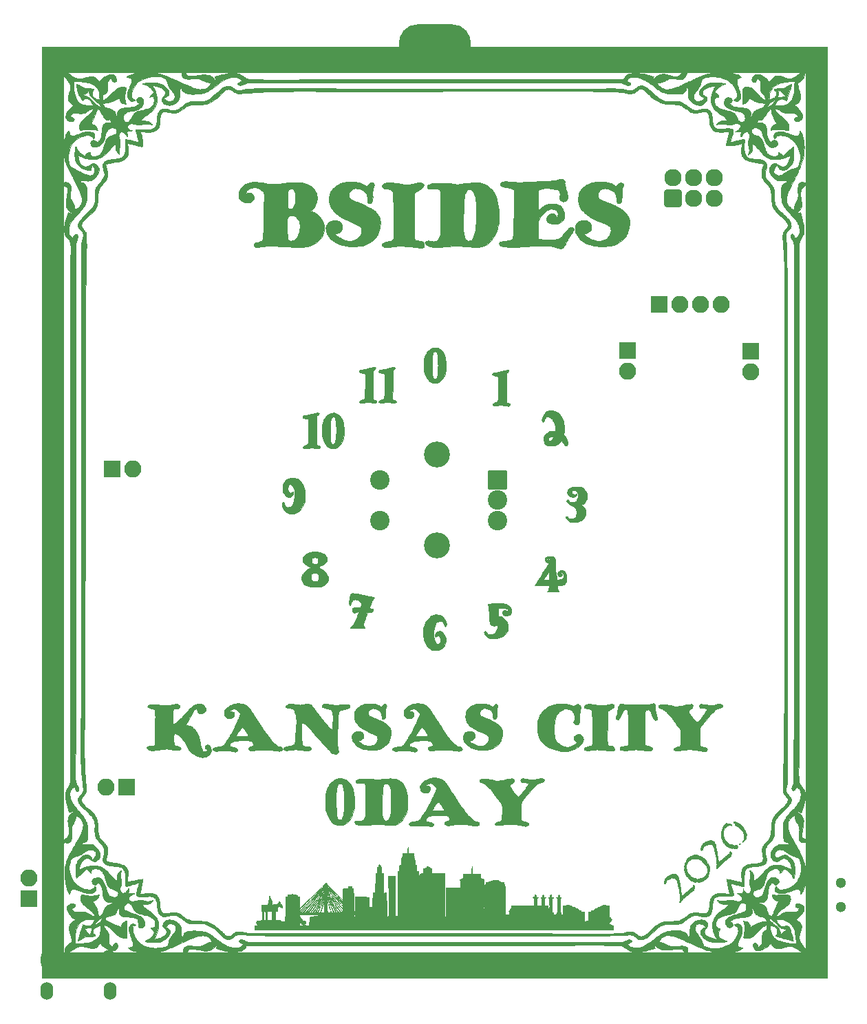
<source format=gbr>
%TF.GenerationSoftware,KiCad,Pcbnew,(6.0.1)*%
%TF.CreationDate,2022-08-20T09:02:38-05:00*%
%TF.ProjectId,BsidesKC-2022-Safe-Badge,42736964-6573-44b4-932d-323032322d53,0-c*%
%TF.SameCoordinates,Original*%
%TF.FileFunction,Soldermask,Top*%
%TF.FilePolarity,Negative*%
%FSLAX46Y46*%
G04 Gerber Fmt 4.6, Leading zero omitted, Abs format (unit mm)*
G04 Created by KiCad (PCBNEW (6.0.1)) date 2022-08-20 09:02:38*
%MOMM*%
%LPD*%
G01*
G04 APERTURE LIST*
G04 Aperture macros list*
%AMRoundRect*
0 Rectangle with rounded corners*
0 $1 Rounding radius*
0 $2 $3 $4 $5 $6 $7 $8 $9 X,Y pos of 4 corners*
0 Add a 4 corners polygon primitive as box body*
4,1,4,$2,$3,$4,$5,$6,$7,$8,$9,$2,$3,0*
0 Add four circle primitives for the rounded corners*
1,1,$1+$1,$2,$3*
1,1,$1+$1,$4,$5*
1,1,$1+$1,$6,$7*
1,1,$1+$1,$8,$9*
0 Add four rect primitives between the rounded corners*
20,1,$1+$1,$2,$3,$4,$5,0*
20,1,$1+$1,$4,$5,$6,$7,0*
20,1,$1+$1,$6,$7,$8,$9,0*
20,1,$1+$1,$8,$9,$2,$3,0*%
G04 Aperture macros list end*
%ADD10C,0.010000*%
%ADD11O,2.127200X2.127200*%
%ADD12RoundRect,0.200000X-0.863600X0.863600X-0.863600X-0.863600X0.863600X-0.863600X0.863600X0.863600X0*%
%ADD13C,2.127200*%
%ADD14O,8.900000X4.900000*%
%ADD15RoundRect,0.200000X-0.850000X0.850000X-0.850000X-0.850000X0.850000X-0.850000X0.850000X0.850000X0*%
%ADD16O,2.100000X2.100000*%
%ADD17RoundRect,0.200000X0.850000X0.850000X-0.850000X0.850000X-0.850000X-0.850000X0.850000X-0.850000X0*%
%ADD18O,1.200000X1.200000*%
%ADD19O,1.850000X2.400000*%
%ADD20O,1.550000X2.200000*%
%ADD21RoundRect,0.200000X-0.850000X-0.850000X0.850000X-0.850000X0.850000X0.850000X-0.850000X0.850000X0*%
%ADD22RoundRect,0.200000X1.000000X1.000000X-1.000000X1.000000X-1.000000X-1.000000X1.000000X-1.000000X0*%
%ADD23C,2.400000*%
%ADD24C,3.200000*%
%ADD25RoundRect,0.200000X0.850000X-0.850000X0.850000X0.850000X-0.850000X0.850000X-0.850000X-0.850000X0*%
%ADD26C,1.300000*%
G04 APERTURE END LIST*
D10*
%TO.C,eeeeeeeeeeeeeeeeeeeeeeeeeeeeeeeeeeeeeeeeee*%
X140715766Y-70458507D02*
X140755219Y-70475139D01*
X140755219Y-70475139D02*
X140784078Y-70502875D01*
X140784078Y-70502875D02*
X140787917Y-70508140D01*
X140787917Y-70508140D02*
X140805587Y-70556231D01*
X140805587Y-70556231D02*
X140793020Y-70611687D01*
X140793020Y-70611687D02*
X140748099Y-70678686D01*
X140748099Y-70678686D02*
X140668702Y-70761406D01*
X140668702Y-70761406D02*
X140651080Y-70777834D01*
X140651080Y-70777834D02*
X140524594Y-70894250D01*
X140524594Y-70894250D02*
X140519005Y-72658815D01*
X140519005Y-72658815D02*
X140513417Y-74423379D01*
X140513417Y-74423379D02*
X140678494Y-74481723D01*
X140678494Y-74481723D02*
X140806195Y-74535142D01*
X140806195Y-74535142D02*
X140892828Y-74591310D01*
X140892828Y-74591310D02*
X140939640Y-74651705D01*
X140939640Y-74651705D02*
X140947875Y-74717806D01*
X140947875Y-74717806D02*
X140927026Y-74776727D01*
X140927026Y-74776727D02*
X140868239Y-74844133D01*
X140868239Y-74844133D02*
X140780820Y-74880728D01*
X140780820Y-74880728D02*
X140665281Y-74886405D01*
X140665281Y-74886405D02*
X140524000Y-74861539D01*
X140524000Y-74861539D02*
X140444467Y-74845015D01*
X140444467Y-74845015D02*
X140335276Y-74827925D01*
X140335276Y-74827925D02*
X140209041Y-74811979D01*
X140209041Y-74811979D02*
X140078378Y-74798887D01*
X140078378Y-74798887D02*
X140036487Y-74795487D01*
X140036487Y-74795487D02*
X139907747Y-74786221D01*
X139907747Y-74786221D02*
X139809947Y-74781143D01*
X139809947Y-74781143D02*
X139731862Y-74780680D01*
X139731862Y-74780680D02*
X139662266Y-74785258D01*
X139662266Y-74785258D02*
X139589934Y-74795303D01*
X139589934Y-74795303D02*
X139503641Y-74811243D01*
X139503641Y-74811243D02*
X139475570Y-74816796D01*
X139475570Y-74816796D02*
X139303033Y-74846842D01*
X139303033Y-74846842D02*
X139163291Y-74860860D01*
X139163291Y-74860860D02*
X139049951Y-74858837D01*
X139049951Y-74858837D02*
X138956618Y-74840755D01*
X138956618Y-74840755D02*
X138893360Y-74815375D01*
X138893360Y-74815375D02*
X138837007Y-74780448D01*
X138837007Y-74780448D02*
X138799585Y-74745015D01*
X138799585Y-74745015D02*
X138791872Y-74729668D01*
X138791872Y-74729668D02*
X138801314Y-74667535D01*
X138801314Y-74667535D02*
X138851558Y-74605848D01*
X138851558Y-74605848D02*
X138941079Y-74545659D01*
X138941079Y-74545659D02*
X139068350Y-74488021D01*
X139068350Y-74488021D02*
X139211667Y-74439862D01*
X139211667Y-74439862D02*
X139290877Y-74414740D01*
X139290877Y-74414740D02*
X139355677Y-74391088D01*
X139355677Y-74391088D02*
X139393955Y-74373392D01*
X139393955Y-74373392D02*
X139397089Y-74371189D01*
X139397089Y-74371189D02*
X139424220Y-74329392D01*
X139424220Y-74329392D02*
X139450962Y-74252191D01*
X139450962Y-74252191D02*
X139475594Y-74146493D01*
X139475594Y-74146493D02*
X139496391Y-74019205D01*
X139496391Y-74019205D02*
X139506687Y-73931667D01*
X139506687Y-73931667D02*
X139510563Y-73872703D01*
X139510563Y-73872703D02*
X139514350Y-73776044D01*
X139514350Y-73776044D02*
X139517967Y-73646328D01*
X139517967Y-73646328D02*
X139521334Y-73488195D01*
X139521334Y-73488195D02*
X139524370Y-73306283D01*
X139524370Y-73306283D02*
X139526991Y-73105230D01*
X139526991Y-73105230D02*
X139529119Y-72889674D01*
X139529119Y-72889674D02*
X139530671Y-72664255D01*
X139530671Y-72664255D02*
X139531295Y-72525718D01*
X139531295Y-72525718D02*
X139535608Y-71320852D01*
X139535608Y-71320852D02*
X139476602Y-71273801D01*
X139476602Y-71273801D02*
X139428981Y-71246511D01*
X139428981Y-71246511D02*
X139356349Y-71223060D01*
X139356349Y-71223060D02*
X139251539Y-71201362D01*
X139251539Y-71201362D02*
X139197021Y-71192397D01*
X139197021Y-71192397D02*
X139049066Y-71165123D01*
X139049066Y-71165123D02*
X138938259Y-71134322D01*
X138938259Y-71134322D02*
X138859438Y-71097912D01*
X138859438Y-71097912D02*
X138807444Y-71053812D01*
X138807444Y-71053812D02*
X138789881Y-71028206D01*
X138789881Y-71028206D02*
X138769922Y-70980814D01*
X138769922Y-70980814D02*
X138776184Y-70940176D01*
X138776184Y-70940176D02*
X138787329Y-70917293D01*
X138787329Y-70917293D02*
X138832911Y-70862477D01*
X138832911Y-70862477D02*
X138906646Y-70819655D01*
X138906646Y-70819655D02*
X139012388Y-70787461D01*
X139012388Y-70787461D02*
X139153991Y-70764531D01*
X139153991Y-70764531D02*
X139243058Y-70755816D01*
X139243058Y-70755816D02*
X139336795Y-70747527D01*
X139336795Y-70747527D02*
X139421029Y-70738128D01*
X139421029Y-70738128D02*
X139502525Y-70726182D01*
X139502525Y-70726182D02*
X139588044Y-70710256D01*
X139588044Y-70710256D02*
X139684351Y-70688915D01*
X139684351Y-70688915D02*
X139798208Y-70660722D01*
X139798208Y-70660722D02*
X139936381Y-70624245D01*
X139936381Y-70624245D02*
X140105630Y-70578047D01*
X140105630Y-70578047D02*
X140187213Y-70555510D01*
X140187213Y-70555510D02*
X140353513Y-70510793D01*
X140353513Y-70510793D02*
X140484593Y-70479123D01*
X140484593Y-70479123D02*
X140585378Y-70460111D01*
X140585378Y-70460111D02*
X140660794Y-70453368D01*
X140660794Y-70453368D02*
X140715766Y-70458507D01*
X140715766Y-70458507D02*
X140715766Y-70458507D01*
G36*
X140715766Y-70458507D02*
G01*
X140755219Y-70475139D01*
X140784078Y-70502875D01*
X140787917Y-70508140D01*
X140805587Y-70556231D01*
X140793020Y-70611687D01*
X140748099Y-70678686D01*
X140668702Y-70761406D01*
X140651080Y-70777834D01*
X140524594Y-70894250D01*
X140519005Y-72658815D01*
X140513417Y-74423379D01*
X140678494Y-74481723D01*
X140806195Y-74535142D01*
X140892828Y-74591310D01*
X140939640Y-74651705D01*
X140947875Y-74717806D01*
X140927026Y-74776727D01*
X140868239Y-74844133D01*
X140780820Y-74880728D01*
X140665281Y-74886405D01*
X140524000Y-74861539D01*
X140444467Y-74845015D01*
X140335276Y-74827925D01*
X140209041Y-74811979D01*
X140078378Y-74798887D01*
X140036487Y-74795487D01*
X139907747Y-74786221D01*
X139809947Y-74781143D01*
X139731862Y-74780680D01*
X139662266Y-74785258D01*
X139589934Y-74795303D01*
X139503641Y-74811243D01*
X139475570Y-74816796D01*
X139303033Y-74846842D01*
X139163291Y-74860860D01*
X139049951Y-74858837D01*
X138956618Y-74840755D01*
X138893360Y-74815375D01*
X138837007Y-74780448D01*
X138799585Y-74745015D01*
X138791872Y-74729668D01*
X138801314Y-74667535D01*
X138851558Y-74605848D01*
X138941079Y-74545659D01*
X139068350Y-74488021D01*
X139211667Y-74439862D01*
X139290877Y-74414740D01*
X139355677Y-74391088D01*
X139393955Y-74373392D01*
X139397089Y-74371189D01*
X139424220Y-74329392D01*
X139450962Y-74252191D01*
X139475594Y-74146493D01*
X139496391Y-74019205D01*
X139506687Y-73931667D01*
X139510563Y-73872703D01*
X139514350Y-73776044D01*
X139517967Y-73646328D01*
X139521334Y-73488195D01*
X139524370Y-73306283D01*
X139526991Y-73105230D01*
X139529119Y-72889674D01*
X139530671Y-72664255D01*
X139531295Y-72525718D01*
X139535608Y-71320852D01*
X139476602Y-71273801D01*
X139428981Y-71246511D01*
X139356349Y-71223060D01*
X139251539Y-71201362D01*
X139197021Y-71192397D01*
X139049066Y-71165123D01*
X138938259Y-71134322D01*
X138859438Y-71097912D01*
X138807444Y-71053812D01*
X138789881Y-71028206D01*
X138769922Y-70980814D01*
X138776184Y-70940176D01*
X138787329Y-70917293D01*
X138832911Y-70862477D01*
X138906646Y-70819655D01*
X139012388Y-70787461D01*
X139153991Y-70764531D01*
X139243058Y-70755816D01*
X139336795Y-70747527D01*
X139421029Y-70738128D01*
X139502525Y-70726182D01*
X139588044Y-70710256D01*
X139684351Y-70688915D01*
X139798208Y-70660722D01*
X139936381Y-70624245D01*
X140105630Y-70578047D01*
X140187213Y-70555510D01*
X140353513Y-70510793D01*
X140484593Y-70479123D01*
X140585378Y-70460111D01*
X140660794Y-70453368D01*
X140715766Y-70458507D01*
G37*
X140715766Y-70458507D02*
X140755219Y-70475139D01*
X140784078Y-70502875D01*
X140787917Y-70508140D01*
X140805587Y-70556231D01*
X140793020Y-70611687D01*
X140748099Y-70678686D01*
X140668702Y-70761406D01*
X140651080Y-70777834D01*
X140524594Y-70894250D01*
X140519005Y-72658815D01*
X140513417Y-74423379D01*
X140678494Y-74481723D01*
X140806195Y-74535142D01*
X140892828Y-74591310D01*
X140939640Y-74651705D01*
X140947875Y-74717806D01*
X140927026Y-74776727D01*
X140868239Y-74844133D01*
X140780820Y-74880728D01*
X140665281Y-74886405D01*
X140524000Y-74861539D01*
X140444467Y-74845015D01*
X140335276Y-74827925D01*
X140209041Y-74811979D01*
X140078378Y-74798887D01*
X140036487Y-74795487D01*
X139907747Y-74786221D01*
X139809947Y-74781143D01*
X139731862Y-74780680D01*
X139662266Y-74785258D01*
X139589934Y-74795303D01*
X139503641Y-74811243D01*
X139475570Y-74816796D01*
X139303033Y-74846842D01*
X139163291Y-74860860D01*
X139049951Y-74858837D01*
X138956618Y-74840755D01*
X138893360Y-74815375D01*
X138837007Y-74780448D01*
X138799585Y-74745015D01*
X138791872Y-74729668D01*
X138801314Y-74667535D01*
X138851558Y-74605848D01*
X138941079Y-74545659D01*
X139068350Y-74488021D01*
X139211667Y-74439862D01*
X139290877Y-74414740D01*
X139355677Y-74391088D01*
X139393955Y-74373392D01*
X139397089Y-74371189D01*
X139424220Y-74329392D01*
X139450962Y-74252191D01*
X139475594Y-74146493D01*
X139496391Y-74019205D01*
X139506687Y-73931667D01*
X139510563Y-73872703D01*
X139514350Y-73776044D01*
X139517967Y-73646328D01*
X139521334Y-73488195D01*
X139524370Y-73306283D01*
X139526991Y-73105230D01*
X139529119Y-72889674D01*
X139530671Y-72664255D01*
X139531295Y-72525718D01*
X139535608Y-71320852D01*
X139476602Y-71273801D01*
X139428981Y-71246511D01*
X139356349Y-71223060D01*
X139251539Y-71201362D01*
X139197021Y-71192397D01*
X139049066Y-71165123D01*
X138938259Y-71134322D01*
X138859438Y-71097912D01*
X138807444Y-71053812D01*
X138789881Y-71028206D01*
X138769922Y-70980814D01*
X138776184Y-70940176D01*
X138787329Y-70917293D01*
X138832911Y-70862477D01*
X138906646Y-70819655D01*
X139012388Y-70787461D01*
X139153991Y-70764531D01*
X139243058Y-70755816D01*
X139336795Y-70747527D01*
X139421029Y-70738128D01*
X139502525Y-70726182D01*
X139588044Y-70710256D01*
X139684351Y-70688915D01*
X139798208Y-70660722D01*
X139936381Y-70624245D01*
X140105630Y-70578047D01*
X140187213Y-70555510D01*
X140353513Y-70510793D01*
X140484593Y-70479123D01*
X140585378Y-70460111D01*
X140660794Y-70453368D01*
X140715766Y-70458507D01*
X135358667Y-135146712D02*
X135398794Y-135187232D01*
X135398794Y-135187232D02*
X135459795Y-135251191D01*
X135459795Y-135251191D02*
X135537981Y-135334549D01*
X135537981Y-135334549D02*
X135629659Y-135433261D01*
X135629659Y-135433261D02*
X135731141Y-135543286D01*
X135731141Y-135543286D02*
X135838735Y-135660583D01*
X135838735Y-135660583D02*
X135948750Y-135781108D01*
X135948750Y-135781108D02*
X136057498Y-135900820D01*
X136057498Y-135900820D02*
X136161287Y-136015677D01*
X136161287Y-136015677D02*
X136256426Y-136121635D01*
X136256426Y-136121635D02*
X136339226Y-136214654D01*
X136339226Y-136214654D02*
X136405995Y-136290691D01*
X136405995Y-136290691D02*
X136453044Y-136345703D01*
X136453044Y-136345703D02*
X136475708Y-136374226D01*
X136475708Y-136374226D02*
X136495695Y-136410564D01*
X136495695Y-136410564D02*
X136497202Y-136427853D01*
X136497202Y-136427853D02*
X136480781Y-136415789D01*
X136480781Y-136415789D02*
X136440024Y-136376760D01*
X136440024Y-136376760D02*
X136379138Y-136315064D01*
X136379138Y-136315064D02*
X136302332Y-136234999D01*
X136302332Y-136234999D02*
X136213814Y-136140863D01*
X136213814Y-136140863D02*
X136169480Y-136093109D01*
X136169480Y-136093109D02*
X135977154Y-135884466D01*
X135977154Y-135884466D02*
X135812921Y-135704825D01*
X135812921Y-135704825D02*
X135675501Y-135552698D01*
X135675501Y-135552698D02*
X135563613Y-135426602D01*
X135563613Y-135426602D02*
X135475980Y-135325049D01*
X135475980Y-135325049D02*
X135411321Y-135246556D01*
X135411321Y-135246556D02*
X135368357Y-135189637D01*
X135368357Y-135189637D02*
X135345809Y-135152806D01*
X135345809Y-135152806D02*
X135342396Y-135134577D01*
X135342396Y-135134577D02*
X135343104Y-135133674D01*
X135343104Y-135133674D02*
X135358667Y-135146712D01*
X135358667Y-135146712D02*
X135358667Y-135146712D01*
G36*
X135358667Y-135146712D02*
G01*
X135398794Y-135187232D01*
X135459795Y-135251191D01*
X135537981Y-135334549D01*
X135629659Y-135433261D01*
X135731141Y-135543286D01*
X135838735Y-135660583D01*
X135948750Y-135781108D01*
X136057498Y-135900820D01*
X136161287Y-136015677D01*
X136256426Y-136121635D01*
X136339226Y-136214654D01*
X136405995Y-136290691D01*
X136453044Y-136345703D01*
X136475708Y-136374226D01*
X136495695Y-136410564D01*
X136497202Y-136427853D01*
X136480781Y-136415789D01*
X136440024Y-136376760D01*
X136379138Y-136315064D01*
X136302332Y-136234999D01*
X136213814Y-136140863D01*
X136169480Y-136093109D01*
X135977154Y-135884466D01*
X135812921Y-135704825D01*
X135675501Y-135552698D01*
X135563613Y-135426602D01*
X135475980Y-135325049D01*
X135411321Y-135246556D01*
X135368357Y-135189637D01*
X135345809Y-135152806D01*
X135342396Y-135134577D01*
X135343104Y-135133674D01*
X135358667Y-135146712D01*
G37*
X135358667Y-135146712D02*
X135398794Y-135187232D01*
X135459795Y-135251191D01*
X135537981Y-135334549D01*
X135629659Y-135433261D01*
X135731141Y-135543286D01*
X135838735Y-135660583D01*
X135948750Y-135781108D01*
X136057498Y-135900820D01*
X136161287Y-136015677D01*
X136256426Y-136121635D01*
X136339226Y-136214654D01*
X136405995Y-136290691D01*
X136453044Y-136345703D01*
X136475708Y-136374226D01*
X136495695Y-136410564D01*
X136497202Y-136427853D01*
X136480781Y-136415789D01*
X136440024Y-136376760D01*
X136379138Y-136315064D01*
X136302332Y-136234999D01*
X136213814Y-136140863D01*
X136169480Y-136093109D01*
X135977154Y-135884466D01*
X135812921Y-135704825D01*
X135675501Y-135552698D01*
X135563613Y-135426602D01*
X135475980Y-135325049D01*
X135411321Y-135246556D01*
X135368357Y-135189637D01*
X135345809Y-135152806D01*
X135342396Y-135134577D01*
X135343104Y-135133674D01*
X135358667Y-135146712D01*
X168785687Y-47673156D02*
X168939249Y-47683558D01*
X168939249Y-47683558D02*
X169157837Y-47707375D01*
X169157837Y-47707375D02*
X169343490Y-47736383D01*
X169343490Y-47736383D02*
X169505545Y-47773506D01*
X169505545Y-47773506D02*
X169653341Y-47821671D01*
X169653341Y-47821671D02*
X169796215Y-47883804D01*
X169796215Y-47883804D02*
X169943505Y-47962831D01*
X169943505Y-47962831D02*
X170064265Y-48036066D01*
X170064265Y-48036066D02*
X170176968Y-48105448D01*
X170176968Y-48105448D02*
X170262502Y-48151018D01*
X170262502Y-48151018D02*
X170328891Y-48172496D01*
X170328891Y-48172496D02*
X170384158Y-48169600D01*
X170384158Y-48169600D02*
X170436325Y-48142050D01*
X170436325Y-48142050D02*
X170493416Y-48089564D01*
X170493416Y-48089564D02*
X170557367Y-48018804D01*
X170557367Y-48018804D02*
X170625170Y-47949988D01*
X170625170Y-47949988D02*
X170704575Y-47882223D01*
X170704575Y-47882223D02*
X170786290Y-47822115D01*
X170786290Y-47822115D02*
X170861027Y-47776270D01*
X170861027Y-47776270D02*
X170919495Y-47751296D01*
X170919495Y-47751296D02*
X170937305Y-47748618D01*
X170937305Y-47748618D02*
X171054225Y-47763983D01*
X171054225Y-47763983D02*
X171155830Y-47806139D01*
X171155830Y-47806139D02*
X171234602Y-47869945D01*
X171234602Y-47869945D02*
X171283026Y-47950261D01*
X171283026Y-47950261D02*
X171293119Y-47991917D01*
X171293119Y-47991917D02*
X171296538Y-48024562D01*
X171296538Y-48024562D02*
X171296104Y-48056298D01*
X171296104Y-48056298D02*
X171289970Y-48093771D01*
X171289970Y-48093771D02*
X171276288Y-48143622D01*
X171276288Y-48143622D02*
X171253210Y-48212497D01*
X171253210Y-48212497D02*
X171218889Y-48307039D01*
X171218889Y-48307039D02*
X171171475Y-48433891D01*
X171171475Y-48433891D02*
X171166548Y-48447000D01*
X171166548Y-48447000D02*
X171154513Y-48481833D01*
X171154513Y-48481833D02*
X171144725Y-48519049D01*
X171144725Y-48519049D02*
X171136848Y-48563616D01*
X171136848Y-48563616D02*
X171130548Y-48620502D01*
X171130548Y-48620502D02*
X171125488Y-48694675D01*
X171125488Y-48694675D02*
X171121332Y-48791102D01*
X171121332Y-48791102D02*
X171117746Y-48914749D01*
X171117746Y-48914749D02*
X171114394Y-49070586D01*
X171114394Y-49070586D02*
X171110940Y-49263579D01*
X171110940Y-49263579D02*
X171110789Y-49272500D01*
X171110789Y-49272500D02*
X171098799Y-49981584D01*
X171098799Y-49981584D02*
X171042242Y-50102736D01*
X171042242Y-50102736D02*
X170981139Y-50204486D01*
X170981139Y-50204486D02*
X170904980Y-50271311D01*
X170904980Y-50271311D02*
X170804268Y-50310209D01*
X170804268Y-50310209D02*
X170746419Y-50320743D01*
X170746419Y-50320743D02*
X170668119Y-50325704D01*
X170668119Y-50325704D02*
X170612851Y-50312997D01*
X170612851Y-50312997D02*
X170591125Y-50300948D01*
X170591125Y-50300948D02*
X170549376Y-50267759D01*
X170549376Y-50267759D02*
X170517534Y-50225931D01*
X170517534Y-50225931D02*
X170493874Y-50169146D01*
X170493874Y-50169146D02*
X170476672Y-50091084D01*
X170476672Y-50091084D02*
X170464202Y-49985426D01*
X170464202Y-49985426D02*
X170454740Y-49845853D01*
X170454740Y-49845853D02*
X170451975Y-49791084D01*
X170451975Y-49791084D02*
X170441801Y-49622600D01*
X170441801Y-49622600D02*
X170427797Y-49486904D01*
X170427797Y-49486904D02*
X170407887Y-49374489D01*
X170407887Y-49374489D02*
X170379995Y-49275844D01*
X170379995Y-49275844D02*
X170342044Y-49181463D01*
X170342044Y-49181463D02*
X170300679Y-49098150D01*
X170300679Y-49098150D02*
X170220089Y-48975343D01*
X170220089Y-48975343D02*
X170114159Y-48866540D01*
X170114159Y-48866540D02*
X169979244Y-48769375D01*
X169979244Y-48769375D02*
X169811698Y-48681483D01*
X169811698Y-48681483D02*
X169607875Y-48600498D01*
X169607875Y-48600498D02*
X169458833Y-48551847D01*
X169458833Y-48551847D02*
X169238067Y-48497729D01*
X169238067Y-48497729D02*
X169042436Y-48477618D01*
X169042436Y-48477618D02*
X168871865Y-48491514D01*
X168871865Y-48491514D02*
X168733663Y-48535885D01*
X168733663Y-48535885D02*
X168544307Y-48644528D01*
X168544307Y-48644528D02*
X168385189Y-48777770D01*
X168385189Y-48777770D02*
X168259789Y-48932406D01*
X168259789Y-48932406D02*
X168210353Y-49017660D01*
X168210353Y-49017660D02*
X168187106Y-49068057D01*
X168187106Y-49068057D02*
X168174145Y-49114466D01*
X168174145Y-49114466D02*
X168169894Y-49170022D01*
X168169894Y-49170022D02*
X168172773Y-49247860D01*
X168172773Y-49247860D02*
X168176446Y-49299933D01*
X168176446Y-49299933D02*
X168186849Y-49396680D01*
X168186849Y-49396680D02*
X168201959Y-49487735D01*
X168201959Y-49487735D02*
X168218977Y-49557101D01*
X168218977Y-49557101D02*
X168223844Y-49570812D01*
X168223844Y-49570812D02*
X168283072Y-49667213D01*
X168283072Y-49667213D02*
X168383527Y-49764735D01*
X168383527Y-49764735D02*
X168524141Y-49862700D01*
X168524141Y-49862700D02*
X168703846Y-49960436D01*
X168703846Y-49960436D02*
X168921574Y-50057265D01*
X168921574Y-50057265D02*
X169103433Y-50126819D01*
X169103433Y-50126819D02*
X169361070Y-50221559D01*
X169361070Y-50221559D02*
X169589270Y-50309881D01*
X169589270Y-50309881D02*
X169799408Y-50396613D01*
X169799408Y-50396613D02*
X170002859Y-50486583D01*
X170002859Y-50486583D02*
X170210997Y-50584618D01*
X170210997Y-50584618D02*
X170390167Y-50672918D01*
X170390167Y-50672918D02*
X170610580Y-50784885D01*
X170610580Y-50784885D02*
X170796879Y-50883447D01*
X170796879Y-50883447D02*
X170953899Y-50971793D01*
X170953899Y-50971793D02*
X171086471Y-51053109D01*
X171086471Y-51053109D02*
X171199430Y-51130583D01*
X171199430Y-51130583D02*
X171297608Y-51207402D01*
X171297608Y-51207402D02*
X171385839Y-51286752D01*
X171385839Y-51286752D02*
X171468956Y-51371821D01*
X171468956Y-51371821D02*
X171497139Y-51402871D01*
X171497139Y-51402871D02*
X171626293Y-51554853D01*
X171626293Y-51554853D02*
X171743439Y-51707009D01*
X171743439Y-51707009D02*
X171843721Y-51852292D01*
X171843721Y-51852292D02*
X171922283Y-51983654D01*
X171922283Y-51983654D02*
X171974269Y-52094049D01*
X171974269Y-52094049D02*
X171975276Y-52096718D01*
X171975276Y-52096718D02*
X172002330Y-52182493D01*
X172002330Y-52182493D02*
X172027837Y-52285672D01*
X172027837Y-52285672D02*
X172043662Y-52368605D01*
X172043662Y-52368605D02*
X172054685Y-52480835D01*
X172054685Y-52480835D02*
X172058870Y-52622140D01*
X172058870Y-52622140D02*
X172056695Y-52779898D01*
X172056695Y-52779898D02*
X172048639Y-52941488D01*
X172048639Y-52941488D02*
X172035183Y-53094288D01*
X172035183Y-53094288D02*
X172016807Y-53225678D01*
X172016807Y-53225678D02*
X172009696Y-53262417D01*
X172009696Y-53262417D02*
X171982849Y-53371302D01*
X171982849Y-53371302D02*
X171943862Y-53506053D01*
X171943862Y-53506053D02*
X171896302Y-53656267D01*
X171896302Y-53656267D02*
X171843737Y-53811540D01*
X171843737Y-53811540D02*
X171789734Y-53961471D01*
X171789734Y-53961471D02*
X171737863Y-54095655D01*
X171737863Y-54095655D02*
X171691690Y-54203691D01*
X171691690Y-54203691D02*
X171674786Y-54238902D01*
X171674786Y-54238902D02*
X171544850Y-54451946D01*
X171544850Y-54451946D02*
X171375278Y-54656144D01*
X171375278Y-54656144D02*
X171168142Y-54849892D01*
X171168142Y-54849892D02*
X170925515Y-55031586D01*
X170925515Y-55031586D02*
X170649471Y-55199622D01*
X170649471Y-55199622D02*
X170342082Y-55352397D01*
X170342082Y-55352397D02*
X170110780Y-55448855D01*
X170110780Y-55448855D02*
X170022329Y-55481151D01*
X170022329Y-55481151D02*
X169936024Y-55507729D01*
X169936024Y-55507729D02*
X169845448Y-55529578D01*
X169845448Y-55529578D02*
X169744183Y-55547687D01*
X169744183Y-55547687D02*
X169625812Y-55563046D01*
X169625812Y-55563046D02*
X169483915Y-55576644D01*
X169483915Y-55576644D02*
X169312076Y-55589470D01*
X169312076Y-55589470D02*
X169120167Y-55601550D01*
X169120167Y-55601550D02*
X168958858Y-55610454D01*
X168958858Y-55610454D02*
X168826560Y-55615827D01*
X168826560Y-55615827D02*
X168710107Y-55617780D01*
X168710107Y-55617780D02*
X168596336Y-55616428D01*
X168596336Y-55616428D02*
X168472080Y-55611882D01*
X168472080Y-55611882D02*
X168389917Y-55607822D01*
X168389917Y-55607822D02*
X168229840Y-55595647D01*
X168229840Y-55595647D02*
X168045252Y-55575541D01*
X168045252Y-55575541D02*
X167851945Y-55549662D01*
X167851945Y-55549662D02*
X167665714Y-55520168D01*
X167665714Y-55520168D02*
X167502354Y-55489217D01*
X167502354Y-55489217D02*
X167469506Y-55482081D01*
X167469506Y-55482081D02*
X167131436Y-55389376D01*
X167131436Y-55389376D02*
X166814431Y-55268303D01*
X166814431Y-55268303D02*
X166520959Y-55120815D01*
X166520959Y-55120815D02*
X166253483Y-54948863D01*
X166253483Y-54948863D02*
X166014472Y-54754401D01*
X166014472Y-54754401D02*
X165806390Y-54539380D01*
X165806390Y-54539380D02*
X165631704Y-54305754D01*
X165631704Y-54305754D02*
X165492879Y-54055474D01*
X165492879Y-54055474D02*
X165412097Y-53853008D01*
X165412097Y-53853008D02*
X165385571Y-53743410D01*
X165385571Y-53743410D02*
X165368221Y-53608685D01*
X165368221Y-53608685D02*
X165360219Y-53461423D01*
X165360219Y-53461423D02*
X165361735Y-53314214D01*
X165361735Y-53314214D02*
X165372941Y-53179648D01*
X165372941Y-53179648D02*
X165394007Y-53070316D01*
X165394007Y-53070316D02*
X165401163Y-53047455D01*
X165401163Y-53047455D02*
X165479103Y-52886714D01*
X165479103Y-52886714D02*
X165593008Y-52742090D01*
X165593008Y-52742090D02*
X165738115Y-52618160D01*
X165738115Y-52618160D02*
X165909658Y-52519502D01*
X165909658Y-52519502D02*
X165982514Y-52488932D01*
X165982514Y-52488932D02*
X166121255Y-52450909D01*
X166121255Y-52450909D02*
X166285705Y-52428923D01*
X166285705Y-52428923D02*
X166462397Y-52422964D01*
X166462397Y-52422964D02*
X166637867Y-52433021D01*
X166637867Y-52433021D02*
X166798650Y-52459084D01*
X166798650Y-52459084D02*
X166902961Y-52489673D01*
X166902961Y-52489673D02*
X167016363Y-52546741D01*
X167016363Y-52546741D02*
X167123963Y-52626852D01*
X167123963Y-52626852D02*
X167212762Y-52719039D01*
X167212762Y-52719039D02*
X167259774Y-52790624D01*
X167259774Y-52790624D02*
X167292419Y-52875749D01*
X167292419Y-52875749D02*
X167320785Y-52987879D01*
X167320785Y-52987879D02*
X167342333Y-53111722D01*
X167342333Y-53111722D02*
X167354522Y-53231984D01*
X167354522Y-53231984D02*
X167354813Y-53333375D01*
X167354813Y-53333375D02*
X167352991Y-53351931D01*
X167352991Y-53351931D02*
X167312430Y-53513146D01*
X167312430Y-53513146D02*
X167235258Y-53659946D01*
X167235258Y-53659946D02*
X167125952Y-53788113D01*
X167125952Y-53788113D02*
X166988987Y-53893423D01*
X166988987Y-53893423D02*
X166828841Y-53971657D01*
X166828841Y-53971657D02*
X166649990Y-54018593D01*
X166649990Y-54018593D02*
X166645137Y-54019357D01*
X166645137Y-54019357D02*
X166566377Y-54033082D01*
X166566377Y-54033082D02*
X166521014Y-54046412D01*
X166521014Y-54046412D02*
X166500332Y-54063254D01*
X166500332Y-54063254D02*
X166495605Y-54086385D01*
X166495605Y-54086385D02*
X166503767Y-54124845D01*
X166503767Y-54124845D02*
X166530656Y-54167774D01*
X166530656Y-54167774D02*
X166580144Y-54218860D01*
X166580144Y-54218860D02*
X166656105Y-54281790D01*
X166656105Y-54281790D02*
X166762411Y-54360251D01*
X166762411Y-54360251D02*
X166841543Y-54415742D01*
X166841543Y-54415742D02*
X167057917Y-54558443D01*
X167057917Y-54558443D02*
X167255516Y-54672618D01*
X167255516Y-54672618D02*
X167442874Y-54762087D01*
X167442874Y-54762087D02*
X167628528Y-54830669D01*
X167628528Y-54830669D02*
X167821012Y-54882183D01*
X167821012Y-54882183D02*
X167934833Y-54904976D01*
X167934833Y-54904976D02*
X168057049Y-54920714D01*
X168057049Y-54920714D02*
X168200819Y-54929513D01*
X168200819Y-54929513D02*
X168353819Y-54931520D01*
X168353819Y-54931520D02*
X168503719Y-54926880D01*
X168503719Y-54926880D02*
X168638195Y-54915742D01*
X168638195Y-54915742D02*
X168744918Y-54898252D01*
X168744918Y-54898252D02*
X168757441Y-54895176D01*
X168757441Y-54895176D02*
X168971562Y-54818087D01*
X168971562Y-54818087D02*
X169169467Y-54704282D01*
X169169467Y-54704282D02*
X169346037Y-54557896D01*
X169346037Y-54557896D02*
X169496154Y-54383063D01*
X169496154Y-54383063D02*
X169599268Y-54214917D01*
X169599268Y-54214917D02*
X169664673Y-54081728D01*
X169664673Y-54081728D02*
X169709730Y-53971853D01*
X169709730Y-53971853D02*
X169737473Y-53873312D01*
X169737473Y-53873312D02*
X169750937Y-53774130D01*
X169750937Y-53774130D02*
X169753157Y-53662331D01*
X169753157Y-53662331D02*
X169751662Y-53613509D01*
X169751662Y-53613509D02*
X169746663Y-53515257D01*
X169746663Y-53515257D02*
X169738912Y-53446458D01*
X169738912Y-53446458D02*
X169725147Y-53394233D01*
X169725147Y-53394233D02*
X169702106Y-53345705D01*
X169702106Y-53345705D02*
X169670964Y-53294890D01*
X169670964Y-53294890D02*
X169607950Y-53213670D01*
X169607950Y-53213670D02*
X169522178Y-53132759D01*
X169522178Y-53132759D02*
X169410850Y-53050525D01*
X169410850Y-53050525D02*
X169271169Y-52965333D01*
X169271169Y-52965333D02*
X169100335Y-52875551D01*
X169100335Y-52875551D02*
X168895551Y-52779544D01*
X168895551Y-52779544D02*
X168654019Y-52675678D01*
X168654019Y-52675678D02*
X168508645Y-52616279D01*
X168508645Y-52616279D02*
X168152401Y-52468147D01*
X168152401Y-52468147D02*
X167833342Y-52325013D01*
X167833342Y-52325013D02*
X167546983Y-52184408D01*
X167546983Y-52184408D02*
X167288838Y-52043865D01*
X167288838Y-52043865D02*
X167054424Y-51900914D01*
X167054424Y-51900914D02*
X166839254Y-51753090D01*
X166839254Y-51753090D02*
X166638844Y-51597923D01*
X166638844Y-51597923D02*
X166601314Y-51566778D01*
X166601314Y-51566778D02*
X166365186Y-51345702D01*
X166365186Y-51345702D02*
X166165436Y-51110087D01*
X166165436Y-51110087D02*
X166002998Y-50862004D01*
X166002998Y-50862004D02*
X165878802Y-50603523D01*
X165878802Y-50603523D02*
X165793781Y-50336715D01*
X165793781Y-50336715D02*
X165748867Y-50063649D01*
X165748867Y-50063649D02*
X165744993Y-49786398D01*
X165744993Y-49786398D02*
X165753984Y-49684571D01*
X165753984Y-49684571D02*
X165796899Y-49394798D01*
X165796899Y-49394798D02*
X165855738Y-49140638D01*
X165855738Y-49140638D02*
X165933009Y-48917551D01*
X165933009Y-48917551D02*
X166031216Y-48721000D01*
X166031216Y-48721000D02*
X166152867Y-48546446D01*
X166152867Y-48546446D02*
X166300466Y-48389353D01*
X166300466Y-48389353D02*
X166476521Y-48245180D01*
X166476521Y-48245180D02*
X166592727Y-48165648D01*
X166592727Y-48165648D02*
X166845015Y-48021621D01*
X166845015Y-48021621D02*
X167123076Y-47895899D01*
X167123076Y-47895899D02*
X167412241Y-47794265D01*
X167412241Y-47794265D02*
X167697843Y-47722505D01*
X167697843Y-47722505D02*
X167733750Y-47715707D01*
X167733750Y-47715707D02*
X167866366Y-47697124D01*
X167866366Y-47697124D02*
X168030390Y-47682755D01*
X168030390Y-47682755D02*
X168215077Y-47672888D01*
X168215077Y-47672888D02*
X168409685Y-47667808D01*
X168409685Y-47667808D02*
X168603469Y-47667802D01*
X168603469Y-47667802D02*
X168785687Y-47673156D01*
X168785687Y-47673156D02*
X168785687Y-47673156D01*
G36*
X168785687Y-47673156D02*
G01*
X168939249Y-47683558D01*
X169157837Y-47707375D01*
X169343490Y-47736383D01*
X169505545Y-47773506D01*
X169653341Y-47821671D01*
X169796215Y-47883804D01*
X169943505Y-47962831D01*
X170064265Y-48036066D01*
X170176968Y-48105448D01*
X170262502Y-48151018D01*
X170328891Y-48172496D01*
X170384158Y-48169600D01*
X170436325Y-48142050D01*
X170493416Y-48089564D01*
X170557367Y-48018804D01*
X170625170Y-47949988D01*
X170704575Y-47882223D01*
X170786290Y-47822115D01*
X170861027Y-47776270D01*
X170919495Y-47751296D01*
X170937305Y-47748618D01*
X171054225Y-47763983D01*
X171155830Y-47806139D01*
X171234602Y-47869945D01*
X171283026Y-47950261D01*
X171293119Y-47991917D01*
X171296538Y-48024562D01*
X171296104Y-48056298D01*
X171289970Y-48093771D01*
X171276288Y-48143622D01*
X171253210Y-48212497D01*
X171218889Y-48307039D01*
X171171475Y-48433891D01*
X171166548Y-48447000D01*
X171154513Y-48481833D01*
X171144725Y-48519049D01*
X171136848Y-48563616D01*
X171130548Y-48620502D01*
X171125488Y-48694675D01*
X171121332Y-48791102D01*
X171117746Y-48914749D01*
X171114394Y-49070586D01*
X171110940Y-49263579D01*
X171110789Y-49272500D01*
X171098799Y-49981584D01*
X171042242Y-50102736D01*
X170981139Y-50204486D01*
X170904980Y-50271311D01*
X170804268Y-50310209D01*
X170746419Y-50320743D01*
X170668119Y-50325704D01*
X170612851Y-50312997D01*
X170591125Y-50300948D01*
X170549376Y-50267759D01*
X170517534Y-50225931D01*
X170493874Y-50169146D01*
X170476672Y-50091084D01*
X170464202Y-49985426D01*
X170454740Y-49845853D01*
X170451975Y-49791084D01*
X170441801Y-49622600D01*
X170427797Y-49486904D01*
X170407887Y-49374489D01*
X170379995Y-49275844D01*
X170342044Y-49181463D01*
X170300679Y-49098150D01*
X170220089Y-48975343D01*
X170114159Y-48866540D01*
X169979244Y-48769375D01*
X169811698Y-48681483D01*
X169607875Y-48600498D01*
X169458833Y-48551847D01*
X169238067Y-48497729D01*
X169042436Y-48477618D01*
X168871865Y-48491514D01*
X168733663Y-48535885D01*
X168544307Y-48644528D01*
X168385189Y-48777770D01*
X168259789Y-48932406D01*
X168210353Y-49017660D01*
X168187106Y-49068057D01*
X168174145Y-49114466D01*
X168169894Y-49170022D01*
X168172773Y-49247860D01*
X168176446Y-49299933D01*
X168186849Y-49396680D01*
X168201959Y-49487735D01*
X168218977Y-49557101D01*
X168223844Y-49570812D01*
X168283072Y-49667213D01*
X168383527Y-49764735D01*
X168524141Y-49862700D01*
X168703846Y-49960436D01*
X168921574Y-50057265D01*
X169103433Y-50126819D01*
X169361070Y-50221559D01*
X169589270Y-50309881D01*
X169799408Y-50396613D01*
X170002859Y-50486583D01*
X170210997Y-50584618D01*
X170390167Y-50672918D01*
X170610580Y-50784885D01*
X170796879Y-50883447D01*
X170953899Y-50971793D01*
X171086471Y-51053109D01*
X171199430Y-51130583D01*
X171297608Y-51207402D01*
X171385839Y-51286752D01*
X171468956Y-51371821D01*
X171497139Y-51402871D01*
X171626293Y-51554853D01*
X171743439Y-51707009D01*
X171843721Y-51852292D01*
X171922283Y-51983654D01*
X171974269Y-52094049D01*
X171975276Y-52096718D01*
X172002330Y-52182493D01*
X172027837Y-52285672D01*
X172043662Y-52368605D01*
X172054685Y-52480835D01*
X172058870Y-52622140D01*
X172056695Y-52779898D01*
X172048639Y-52941488D01*
X172035183Y-53094288D01*
X172016807Y-53225678D01*
X172009696Y-53262417D01*
X171982849Y-53371302D01*
X171943862Y-53506053D01*
X171896302Y-53656267D01*
X171843737Y-53811540D01*
X171789734Y-53961471D01*
X171737863Y-54095655D01*
X171691690Y-54203691D01*
X171674786Y-54238902D01*
X171544850Y-54451946D01*
X171375278Y-54656144D01*
X171168142Y-54849892D01*
X170925515Y-55031586D01*
X170649471Y-55199622D01*
X170342082Y-55352397D01*
X170110780Y-55448855D01*
X170022329Y-55481151D01*
X169936024Y-55507729D01*
X169845448Y-55529578D01*
X169744183Y-55547687D01*
X169625812Y-55563046D01*
X169483915Y-55576644D01*
X169312076Y-55589470D01*
X169120167Y-55601550D01*
X168958858Y-55610454D01*
X168826560Y-55615827D01*
X168710107Y-55617780D01*
X168596336Y-55616428D01*
X168472080Y-55611882D01*
X168389917Y-55607822D01*
X168229840Y-55595647D01*
X168045252Y-55575541D01*
X167851945Y-55549662D01*
X167665714Y-55520168D01*
X167502354Y-55489217D01*
X167469506Y-55482081D01*
X167131436Y-55389376D01*
X166814431Y-55268303D01*
X166520959Y-55120815D01*
X166253483Y-54948863D01*
X166014472Y-54754401D01*
X165806390Y-54539380D01*
X165631704Y-54305754D01*
X165492879Y-54055474D01*
X165412097Y-53853008D01*
X165385571Y-53743410D01*
X165368221Y-53608685D01*
X165360219Y-53461423D01*
X165361735Y-53314214D01*
X165372941Y-53179648D01*
X165394007Y-53070316D01*
X165401163Y-53047455D01*
X165479103Y-52886714D01*
X165593008Y-52742090D01*
X165738115Y-52618160D01*
X165909658Y-52519502D01*
X165982514Y-52488932D01*
X166121255Y-52450909D01*
X166285705Y-52428923D01*
X166462397Y-52422964D01*
X166637867Y-52433021D01*
X166798650Y-52459084D01*
X166902961Y-52489673D01*
X167016363Y-52546741D01*
X167123963Y-52626852D01*
X167212762Y-52719039D01*
X167259774Y-52790624D01*
X167292419Y-52875749D01*
X167320785Y-52987879D01*
X167342333Y-53111722D01*
X167354522Y-53231984D01*
X167354813Y-53333375D01*
X167352991Y-53351931D01*
X167312430Y-53513146D01*
X167235258Y-53659946D01*
X167125952Y-53788113D01*
X166988987Y-53893423D01*
X166828841Y-53971657D01*
X166649990Y-54018593D01*
X166645137Y-54019357D01*
X166566377Y-54033082D01*
X166521014Y-54046412D01*
X166500332Y-54063254D01*
X166495605Y-54086385D01*
X166503767Y-54124845D01*
X166530656Y-54167774D01*
X166580144Y-54218860D01*
X166656105Y-54281790D01*
X166762411Y-54360251D01*
X166841543Y-54415742D01*
X167057917Y-54558443D01*
X167255516Y-54672618D01*
X167442874Y-54762087D01*
X167628528Y-54830669D01*
X167821012Y-54882183D01*
X167934833Y-54904976D01*
X168057049Y-54920714D01*
X168200819Y-54929513D01*
X168353819Y-54931520D01*
X168503719Y-54926880D01*
X168638195Y-54915742D01*
X168744918Y-54898252D01*
X168757441Y-54895176D01*
X168971562Y-54818087D01*
X169169467Y-54704282D01*
X169346037Y-54557896D01*
X169496154Y-54383063D01*
X169599268Y-54214917D01*
X169664673Y-54081728D01*
X169709730Y-53971853D01*
X169737473Y-53873312D01*
X169750937Y-53774130D01*
X169753157Y-53662331D01*
X169751662Y-53613509D01*
X169746663Y-53515257D01*
X169738912Y-53446458D01*
X169725147Y-53394233D01*
X169702106Y-53345705D01*
X169670964Y-53294890D01*
X169607950Y-53213670D01*
X169522178Y-53132759D01*
X169410850Y-53050525D01*
X169271169Y-52965333D01*
X169100335Y-52875551D01*
X168895551Y-52779544D01*
X168654019Y-52675678D01*
X168508645Y-52616279D01*
X168152401Y-52468147D01*
X167833342Y-52325013D01*
X167546983Y-52184408D01*
X167288838Y-52043865D01*
X167054424Y-51900914D01*
X166839254Y-51753090D01*
X166638844Y-51597923D01*
X166601314Y-51566778D01*
X166365186Y-51345702D01*
X166165436Y-51110087D01*
X166002998Y-50862004D01*
X165878802Y-50603523D01*
X165793781Y-50336715D01*
X165748867Y-50063649D01*
X165744993Y-49786398D01*
X165753984Y-49684571D01*
X165796899Y-49394798D01*
X165855738Y-49140638D01*
X165933009Y-48917551D01*
X166031216Y-48721000D01*
X166152867Y-48546446D01*
X166300466Y-48389353D01*
X166476521Y-48245180D01*
X166592727Y-48165648D01*
X166845015Y-48021621D01*
X167123076Y-47895899D01*
X167412241Y-47794265D01*
X167697843Y-47722505D01*
X167733750Y-47715707D01*
X167866366Y-47697124D01*
X168030390Y-47682755D01*
X168215077Y-47672888D01*
X168409685Y-47667808D01*
X168603469Y-47667802D01*
X168785687Y-47673156D01*
G37*
X168785687Y-47673156D02*
X168939249Y-47683558D01*
X169157837Y-47707375D01*
X169343490Y-47736383D01*
X169505545Y-47773506D01*
X169653341Y-47821671D01*
X169796215Y-47883804D01*
X169943505Y-47962831D01*
X170064265Y-48036066D01*
X170176968Y-48105448D01*
X170262502Y-48151018D01*
X170328891Y-48172496D01*
X170384158Y-48169600D01*
X170436325Y-48142050D01*
X170493416Y-48089564D01*
X170557367Y-48018804D01*
X170625170Y-47949988D01*
X170704575Y-47882223D01*
X170786290Y-47822115D01*
X170861027Y-47776270D01*
X170919495Y-47751296D01*
X170937305Y-47748618D01*
X171054225Y-47763983D01*
X171155830Y-47806139D01*
X171234602Y-47869945D01*
X171283026Y-47950261D01*
X171293119Y-47991917D01*
X171296538Y-48024562D01*
X171296104Y-48056298D01*
X171289970Y-48093771D01*
X171276288Y-48143622D01*
X171253210Y-48212497D01*
X171218889Y-48307039D01*
X171171475Y-48433891D01*
X171166548Y-48447000D01*
X171154513Y-48481833D01*
X171144725Y-48519049D01*
X171136848Y-48563616D01*
X171130548Y-48620502D01*
X171125488Y-48694675D01*
X171121332Y-48791102D01*
X171117746Y-48914749D01*
X171114394Y-49070586D01*
X171110940Y-49263579D01*
X171110789Y-49272500D01*
X171098799Y-49981584D01*
X171042242Y-50102736D01*
X170981139Y-50204486D01*
X170904980Y-50271311D01*
X170804268Y-50310209D01*
X170746419Y-50320743D01*
X170668119Y-50325704D01*
X170612851Y-50312997D01*
X170591125Y-50300948D01*
X170549376Y-50267759D01*
X170517534Y-50225931D01*
X170493874Y-50169146D01*
X170476672Y-50091084D01*
X170464202Y-49985426D01*
X170454740Y-49845853D01*
X170451975Y-49791084D01*
X170441801Y-49622600D01*
X170427797Y-49486904D01*
X170407887Y-49374489D01*
X170379995Y-49275844D01*
X170342044Y-49181463D01*
X170300679Y-49098150D01*
X170220089Y-48975343D01*
X170114159Y-48866540D01*
X169979244Y-48769375D01*
X169811698Y-48681483D01*
X169607875Y-48600498D01*
X169458833Y-48551847D01*
X169238067Y-48497729D01*
X169042436Y-48477618D01*
X168871865Y-48491514D01*
X168733663Y-48535885D01*
X168544307Y-48644528D01*
X168385189Y-48777770D01*
X168259789Y-48932406D01*
X168210353Y-49017660D01*
X168187106Y-49068057D01*
X168174145Y-49114466D01*
X168169894Y-49170022D01*
X168172773Y-49247860D01*
X168176446Y-49299933D01*
X168186849Y-49396680D01*
X168201959Y-49487735D01*
X168218977Y-49557101D01*
X168223844Y-49570812D01*
X168283072Y-49667213D01*
X168383527Y-49764735D01*
X168524141Y-49862700D01*
X168703846Y-49960436D01*
X168921574Y-50057265D01*
X169103433Y-50126819D01*
X169361070Y-50221559D01*
X169589270Y-50309881D01*
X169799408Y-50396613D01*
X170002859Y-50486583D01*
X170210997Y-50584618D01*
X170390167Y-50672918D01*
X170610580Y-50784885D01*
X170796879Y-50883447D01*
X170953899Y-50971793D01*
X171086471Y-51053109D01*
X171199430Y-51130583D01*
X171297608Y-51207402D01*
X171385839Y-51286752D01*
X171468956Y-51371821D01*
X171497139Y-51402871D01*
X171626293Y-51554853D01*
X171743439Y-51707009D01*
X171843721Y-51852292D01*
X171922283Y-51983654D01*
X171974269Y-52094049D01*
X171975276Y-52096718D01*
X172002330Y-52182493D01*
X172027837Y-52285672D01*
X172043662Y-52368605D01*
X172054685Y-52480835D01*
X172058870Y-52622140D01*
X172056695Y-52779898D01*
X172048639Y-52941488D01*
X172035183Y-53094288D01*
X172016807Y-53225678D01*
X172009696Y-53262417D01*
X171982849Y-53371302D01*
X171943862Y-53506053D01*
X171896302Y-53656267D01*
X171843737Y-53811540D01*
X171789734Y-53961471D01*
X171737863Y-54095655D01*
X171691690Y-54203691D01*
X171674786Y-54238902D01*
X171544850Y-54451946D01*
X171375278Y-54656144D01*
X171168142Y-54849892D01*
X170925515Y-55031586D01*
X170649471Y-55199622D01*
X170342082Y-55352397D01*
X170110780Y-55448855D01*
X170022329Y-55481151D01*
X169936024Y-55507729D01*
X169845448Y-55529578D01*
X169744183Y-55547687D01*
X169625812Y-55563046D01*
X169483915Y-55576644D01*
X169312076Y-55589470D01*
X169120167Y-55601550D01*
X168958858Y-55610454D01*
X168826560Y-55615827D01*
X168710107Y-55617780D01*
X168596336Y-55616428D01*
X168472080Y-55611882D01*
X168389917Y-55607822D01*
X168229840Y-55595647D01*
X168045252Y-55575541D01*
X167851945Y-55549662D01*
X167665714Y-55520168D01*
X167502354Y-55489217D01*
X167469506Y-55482081D01*
X167131436Y-55389376D01*
X166814431Y-55268303D01*
X166520959Y-55120815D01*
X166253483Y-54948863D01*
X166014472Y-54754401D01*
X165806390Y-54539380D01*
X165631704Y-54305754D01*
X165492879Y-54055474D01*
X165412097Y-53853008D01*
X165385571Y-53743410D01*
X165368221Y-53608685D01*
X165360219Y-53461423D01*
X165361735Y-53314214D01*
X165372941Y-53179648D01*
X165394007Y-53070316D01*
X165401163Y-53047455D01*
X165479103Y-52886714D01*
X165593008Y-52742090D01*
X165738115Y-52618160D01*
X165909658Y-52519502D01*
X165982514Y-52488932D01*
X166121255Y-52450909D01*
X166285705Y-52428923D01*
X166462397Y-52422964D01*
X166637867Y-52433021D01*
X166798650Y-52459084D01*
X166902961Y-52489673D01*
X167016363Y-52546741D01*
X167123963Y-52626852D01*
X167212762Y-52719039D01*
X167259774Y-52790624D01*
X167292419Y-52875749D01*
X167320785Y-52987879D01*
X167342333Y-53111722D01*
X167354522Y-53231984D01*
X167354813Y-53333375D01*
X167352991Y-53351931D01*
X167312430Y-53513146D01*
X167235258Y-53659946D01*
X167125952Y-53788113D01*
X166988987Y-53893423D01*
X166828841Y-53971657D01*
X166649990Y-54018593D01*
X166645137Y-54019357D01*
X166566377Y-54033082D01*
X166521014Y-54046412D01*
X166500332Y-54063254D01*
X166495605Y-54086385D01*
X166503767Y-54124845D01*
X166530656Y-54167774D01*
X166580144Y-54218860D01*
X166656105Y-54281790D01*
X166762411Y-54360251D01*
X166841543Y-54415742D01*
X167057917Y-54558443D01*
X167255516Y-54672618D01*
X167442874Y-54762087D01*
X167628528Y-54830669D01*
X167821012Y-54882183D01*
X167934833Y-54904976D01*
X168057049Y-54920714D01*
X168200819Y-54929513D01*
X168353819Y-54931520D01*
X168503719Y-54926880D01*
X168638195Y-54915742D01*
X168744918Y-54898252D01*
X168757441Y-54895176D01*
X168971562Y-54818087D01*
X169169467Y-54704282D01*
X169346037Y-54557896D01*
X169496154Y-54383063D01*
X169599268Y-54214917D01*
X169664673Y-54081728D01*
X169709730Y-53971853D01*
X169737473Y-53873312D01*
X169750937Y-53774130D01*
X169753157Y-53662331D01*
X169751662Y-53613509D01*
X169746663Y-53515257D01*
X169738912Y-53446458D01*
X169725147Y-53394233D01*
X169702106Y-53345705D01*
X169670964Y-53294890D01*
X169607950Y-53213670D01*
X169522178Y-53132759D01*
X169410850Y-53050525D01*
X169271169Y-52965333D01*
X169100335Y-52875551D01*
X168895551Y-52779544D01*
X168654019Y-52675678D01*
X168508645Y-52616279D01*
X168152401Y-52468147D01*
X167833342Y-52325013D01*
X167546983Y-52184408D01*
X167288838Y-52043865D01*
X167054424Y-51900914D01*
X166839254Y-51753090D01*
X166638844Y-51597923D01*
X166601314Y-51566778D01*
X166365186Y-51345702D01*
X166165436Y-51110087D01*
X166002998Y-50862004D01*
X165878802Y-50603523D01*
X165793781Y-50336715D01*
X165748867Y-50063649D01*
X165744993Y-49786398D01*
X165753984Y-49684571D01*
X165796899Y-49394798D01*
X165855738Y-49140638D01*
X165933009Y-48917551D01*
X166031216Y-48721000D01*
X166152867Y-48546446D01*
X166300466Y-48389353D01*
X166476521Y-48245180D01*
X166592727Y-48165648D01*
X166845015Y-48021621D01*
X167123076Y-47895899D01*
X167412241Y-47794265D01*
X167697843Y-47722505D01*
X167733750Y-47715707D01*
X167866366Y-47697124D01*
X168030390Y-47682755D01*
X168215077Y-47672888D01*
X168409685Y-47667808D01*
X168603469Y-47667802D01*
X168785687Y-47673156D01*
X119119410Y-111837701D02*
X119272461Y-111844627D01*
X119272461Y-111844627D02*
X119395254Y-111866863D01*
X119395254Y-111866863D02*
X119498297Y-111908307D01*
X119498297Y-111908307D02*
X119592098Y-111972853D01*
X119592098Y-111972853D02*
X119663273Y-112039349D01*
X119663273Y-112039349D02*
X119781162Y-112176936D01*
X119781162Y-112176936D02*
X119859579Y-112309173D01*
X119859579Y-112309173D02*
X119900402Y-112439790D01*
X119900402Y-112439790D02*
X119907667Y-112524939D01*
X119907667Y-112524939D02*
X119895270Y-112643399D01*
X119895270Y-112643399D02*
X119854705Y-112746463D01*
X119854705Y-112746463D02*
X119780907Y-112844649D01*
X119780907Y-112844649D02*
X119728893Y-112896187D01*
X119728893Y-112896187D02*
X119613507Y-112986953D01*
X119613507Y-112986953D02*
X119499039Y-113041501D01*
X119499039Y-113041501D02*
X119374046Y-113064102D01*
X119374046Y-113064102D02*
X119280325Y-113063599D01*
X119280325Y-113063599D02*
X119153251Y-113047436D01*
X119153251Y-113047436D02*
X119055908Y-113013088D01*
X119055908Y-113013088D02*
X118982861Y-112955305D01*
X118982861Y-112955305D02*
X118928672Y-112868839D01*
X118928672Y-112868839D02*
X118887904Y-112748441D01*
X118887904Y-112748441D02*
X118869447Y-112666925D01*
X118869447Y-112666925D02*
X118851308Y-112580867D01*
X118851308Y-112580867D02*
X118835059Y-112511568D01*
X118835059Y-112511568D02*
X118823072Y-112468788D01*
X118823072Y-112468788D02*
X118819189Y-112460134D01*
X118819189Y-112460134D02*
X118788248Y-112455790D01*
X118788248Y-112455790D02*
X118732290Y-112469406D01*
X118732290Y-112469406D02*
X118662251Y-112496595D01*
X118662251Y-112496595D02*
X118589066Y-112532968D01*
X118589066Y-112532968D02*
X118523674Y-112574136D01*
X118523674Y-112574136D02*
X118510838Y-112583859D01*
X118510838Y-112583859D02*
X118461025Y-112628125D01*
X118461025Y-112628125D02*
X118416251Y-112680833D01*
X118416251Y-112680833D02*
X118370356Y-112750814D01*
X118370356Y-112750814D02*
X118317180Y-112846901D01*
X118317180Y-112846901D02*
X118288113Y-112903215D01*
X118288113Y-112903215D02*
X118151842Y-113168901D01*
X118151842Y-113168901D02*
X118025137Y-113411611D01*
X118025137Y-113411611D02*
X117909174Y-113629233D01*
X117909174Y-113629233D02*
X117805130Y-113819653D01*
X117805130Y-113819653D02*
X117714181Y-113980760D01*
X117714181Y-113980760D02*
X117637505Y-114110438D01*
X117637505Y-114110438D02*
X117576279Y-114206576D01*
X117576279Y-114206576D02*
X117531679Y-114267061D01*
X117531679Y-114267061D02*
X117523557Y-114276061D01*
X117523557Y-114276061D02*
X117461519Y-114351430D01*
X117461519Y-114351430D02*
X117433759Y-114411750D01*
X117433759Y-114411750D02*
X117440841Y-114454507D01*
X117440841Y-114454507D02*
X117478792Y-114476212D01*
X117478792Y-114476212D02*
X117518109Y-114484082D01*
X117518109Y-114484082D02*
X117588792Y-114496981D01*
X117588792Y-114496981D02*
X117680437Y-114513048D01*
X117680437Y-114513048D02*
X117771893Y-114528620D01*
X117771893Y-114528620D02*
X117920390Y-114555087D01*
X117920390Y-114555087D02*
X118036017Y-114581232D01*
X118036017Y-114581232D02*
X118127932Y-114611801D01*
X118127932Y-114611801D02*
X118205295Y-114651539D01*
X118205295Y-114651539D02*
X118277265Y-114705191D01*
X118277265Y-114705191D02*
X118353000Y-114777503D01*
X118353000Y-114777503D02*
X118441659Y-114873219D01*
X118441659Y-114873219D02*
X118445730Y-114877743D01*
X118445730Y-114877743D02*
X118575429Y-115026144D01*
X118575429Y-115026144D02*
X118680848Y-115157508D01*
X118680848Y-115157508D02*
X118769614Y-115282621D01*
X118769614Y-115282621D02*
X118849355Y-115412268D01*
X118849355Y-115412268D02*
X118927698Y-115557236D01*
X118927698Y-115557236D02*
X118931573Y-115564803D01*
X118931573Y-115564803D02*
X118980442Y-115665127D01*
X118980442Y-115665127D02*
X119015937Y-115752473D01*
X119015937Y-115752473D02*
X119043008Y-115842175D01*
X119043008Y-115842175D02*
X119066601Y-115949567D01*
X119066601Y-115949567D02*
X119080946Y-116027736D01*
X119080946Y-116027736D02*
X119144291Y-116367670D01*
X119144291Y-116367670D02*
X119207704Y-116666450D01*
X119207704Y-116666450D02*
X119271586Y-116925257D01*
X119271586Y-116925257D02*
X119336338Y-117145269D01*
X119336338Y-117145269D02*
X119402359Y-117327665D01*
X119402359Y-117327665D02*
X119470051Y-117473625D01*
X119470051Y-117473625D02*
X119539814Y-117584326D01*
X119539814Y-117584326D02*
X119612049Y-117660949D01*
X119612049Y-117660949D02*
X119643233Y-117683259D01*
X119643233Y-117683259D02*
X119722121Y-117715256D01*
X119722121Y-117715256D02*
X119810953Y-117725636D01*
X119810953Y-117725636D02*
X119898908Y-117716341D01*
X119898908Y-117716341D02*
X119975165Y-117689312D01*
X119975165Y-117689312D02*
X120028904Y-117646492D01*
X120028904Y-117646492D02*
X120046697Y-117610851D01*
X120046697Y-117610851D02*
X120055216Y-117531208D01*
X120055216Y-117531208D02*
X120032112Y-117476965D01*
X120032112Y-117476965D02*
X119975185Y-117443087D01*
X119975185Y-117443087D02*
X119973149Y-117442404D01*
X119973149Y-117442404D02*
X119890199Y-117394851D01*
X119890199Y-117394851D02*
X119835560Y-117316157D01*
X119835560Y-117316157D02*
X119808979Y-117205942D01*
X119808979Y-117205942D02*
X119807761Y-117191920D01*
X119807761Y-117191920D02*
X119812231Y-117083080D01*
X119812231Y-117083080D02*
X119846309Y-117002440D01*
X119846309Y-117002440D02*
X119913342Y-116944992D01*
X119913342Y-116944992D02*
X119995187Y-116911697D01*
X119995187Y-116911697D02*
X120093481Y-116887023D01*
X120093481Y-116887023D02*
X120169264Y-116881445D01*
X120169264Y-116881445D02*
X120238033Y-116895425D01*
X120238033Y-116895425D02*
X120297859Y-116920731D01*
X120297859Y-116920731D02*
X120395138Y-116991383D01*
X120395138Y-116991383D02*
X120473765Y-117098575D01*
X120473765Y-117098575D02*
X120532475Y-117240250D01*
X120532475Y-117240250D02*
X120558188Y-117343844D01*
X120558188Y-117343844D02*
X120580053Y-117500820D01*
X120580053Y-117500820D02*
X120576092Y-117633838D01*
X120576092Y-117633838D02*
X120544037Y-117754114D01*
X120544037Y-117754114D02*
X120481618Y-117872864D01*
X120481618Y-117872864D02*
X120438684Y-117934670D01*
X120438684Y-117934670D02*
X120322386Y-118078026D01*
X120322386Y-118078026D02*
X120207317Y-118189397D01*
X120207317Y-118189397D02*
X120083316Y-118277569D01*
X120083316Y-118277569D02*
X119975517Y-118335104D01*
X119975517Y-118335104D02*
X119905546Y-118367404D01*
X119905546Y-118367404D02*
X119848889Y-118389366D01*
X119848889Y-118389366D02*
X119794017Y-118403231D01*
X119794017Y-118403231D02*
X119729402Y-118411239D01*
X119729402Y-118411239D02*
X119643516Y-118415629D01*
X119643516Y-118415629D02*
X119548251Y-118418120D01*
X119548251Y-118418120D02*
X119416460Y-118419253D01*
X119416460Y-118419253D02*
X119313574Y-118415131D01*
X119313574Y-118415131D02*
X119226368Y-118404634D01*
X119226368Y-118404634D02*
X119141616Y-118386641D01*
X119141616Y-118386641D02*
X119124500Y-118382231D01*
X119124500Y-118382231D02*
X118949166Y-118322570D01*
X118949166Y-118322570D02*
X118756742Y-118233239D01*
X118756742Y-118233239D02*
X118554968Y-118118851D01*
X118554968Y-118118851D02*
X118351585Y-117984021D01*
X118351585Y-117984021D02*
X118154334Y-117833366D01*
X118154334Y-117833366D02*
X118040792Y-117736084D01*
X118040792Y-117736084D02*
X117980614Y-117672332D01*
X117980614Y-117672332D02*
X117912826Y-117581393D01*
X117912826Y-117581393D02*
X117835822Y-117460640D01*
X117835822Y-117460640D02*
X117747994Y-117307445D01*
X117747994Y-117307445D02*
X117647735Y-117119181D01*
X117647735Y-117119181D02*
X117569735Y-116965996D01*
X117569735Y-116965996D02*
X117448008Y-116743803D01*
X117448008Y-116743803D02*
X117308526Y-116524544D01*
X117308526Y-116524544D02*
X117155830Y-116313426D01*
X117155830Y-116313426D02*
X116994456Y-116115656D01*
X116994456Y-116115656D02*
X116828943Y-115936442D01*
X116828943Y-115936442D02*
X116663829Y-115780991D01*
X116663829Y-115780991D02*
X116503653Y-115654509D01*
X116503653Y-115654509D02*
X116352952Y-115562203D01*
X116352952Y-115562203D02*
X116341083Y-115556275D01*
X116341083Y-115556275D02*
X116222452Y-115504170D01*
X116222452Y-115504170D02*
X116132930Y-115479205D01*
X116132930Y-115479205D02*
X116069395Y-115481068D01*
X116069395Y-115481068D02*
X116028730Y-115509450D01*
X116028730Y-115509450D02*
X116019917Y-115524330D01*
X116019917Y-115524330D02*
X115993114Y-115608980D01*
X115993114Y-115608980D02*
X115974651Y-115732088D01*
X115974651Y-115732088D02*
X115964720Y-115890573D01*
X115964720Y-115890573D02*
X115963518Y-116081349D01*
X115963518Y-116081349D02*
X115971127Y-116299219D01*
X115971127Y-116299219D02*
X115980765Y-116482621D01*
X115980765Y-116482621D02*
X115990370Y-116628785D01*
X115990370Y-116628785D02*
X116002828Y-116742709D01*
X116002828Y-116742709D02*
X116021027Y-116829388D01*
X116021027Y-116829388D02*
X116047854Y-116893817D01*
X116047854Y-116893817D02*
X116086196Y-116940993D01*
X116086196Y-116940993D02*
X116138940Y-116975911D01*
X116138940Y-116975911D02*
X116208973Y-117003567D01*
X116208973Y-117003567D02*
X116299182Y-117028957D01*
X116299182Y-117028957D02*
X116408543Y-117056108D01*
X116408543Y-117056108D02*
X116574787Y-117102695D01*
X116574787Y-117102695D02*
X116698788Y-117149772D01*
X116698788Y-117149772D02*
X116780633Y-117197376D01*
X116780633Y-117197376D02*
X116816625Y-117237344D01*
X116816625Y-117237344D02*
X116839316Y-117319820D01*
X116839316Y-117319820D02*
X116824831Y-117401519D01*
X116824831Y-117401519D02*
X116777500Y-117473327D01*
X116777500Y-117473327D02*
X116701650Y-117526131D01*
X116701650Y-117526131D02*
X116674417Y-117536760D01*
X116674417Y-117536760D02*
X116587871Y-117553733D01*
X116587871Y-117553733D02*
X116467434Y-117560470D01*
X116467434Y-117560470D02*
X116320217Y-117557266D01*
X116320217Y-117557266D02*
X116153334Y-117544413D01*
X116153334Y-117544413D02*
X115973895Y-117522205D01*
X115973895Y-117522205D02*
X115854250Y-117502954D01*
X115854250Y-117502954D02*
X115723457Y-117479955D01*
X115723457Y-117479955D02*
X115588706Y-117456264D01*
X115588706Y-117456264D02*
X115464165Y-117434371D01*
X115464165Y-117434371D02*
X115364005Y-117416768D01*
X115364005Y-117416768D02*
X115346518Y-117413696D01*
X115346518Y-117413696D02*
X115286411Y-117403620D01*
X115286411Y-117403620D02*
X115232095Y-117396435D01*
X115232095Y-117396435D02*
X115178090Y-117392534D01*
X115178090Y-117392534D02*
X115118920Y-117392307D01*
X115118920Y-117392307D02*
X115049104Y-117396146D01*
X115049104Y-117396146D02*
X114963165Y-117404444D01*
X114963165Y-117404444D02*
X114855624Y-117417592D01*
X114855624Y-117417592D02*
X114721001Y-117435982D01*
X114721001Y-117435982D02*
X114553820Y-117460006D01*
X114553820Y-117460006D02*
X114414917Y-117480322D01*
X114414917Y-117480322D02*
X114169107Y-117513558D01*
X114169107Y-117513558D02*
X113933282Y-117539986D01*
X113933282Y-117539986D02*
X113712445Y-117559329D01*
X113712445Y-117559329D02*
X113511600Y-117571313D01*
X113511600Y-117571313D02*
X113335751Y-117575660D01*
X113335751Y-117575660D02*
X113189900Y-117572096D01*
X113189900Y-117572096D02*
X113079051Y-117560344D01*
X113079051Y-117560344D02*
X113054082Y-117555346D01*
X113054082Y-117555346D02*
X112927995Y-117515052D01*
X112927995Y-117515052D02*
X112823414Y-117459818D01*
X112823414Y-117459818D02*
X112743283Y-117394103D01*
X112743283Y-117394103D02*
X112690545Y-117322366D01*
X112690545Y-117322366D02*
X112668145Y-117249066D01*
X112668145Y-117249066D02*
X112679025Y-117178659D01*
X112679025Y-117178659D02*
X112726131Y-117115606D01*
X112726131Y-117115606D02*
X112751123Y-117096501D01*
X112751123Y-117096501D02*
X112782528Y-117077372D01*
X112782528Y-117077372D02*
X112815438Y-117064128D01*
X112815438Y-117064128D02*
X112858021Y-117055743D01*
X112858021Y-117055743D02*
X112918444Y-117051190D01*
X112918444Y-117051190D02*
X113004876Y-117049441D01*
X113004876Y-117049441D02*
X113125187Y-117049469D01*
X113125187Y-117049469D02*
X113248638Y-117049287D01*
X113248638Y-117049287D02*
X113338363Y-117046944D01*
X113338363Y-117046944D02*
X113402955Y-117041497D01*
X113402955Y-117041497D02*
X113451004Y-117032003D01*
X113451004Y-117032003D02*
X113491102Y-117017520D01*
X113491102Y-117017520D02*
X113513254Y-117006894D01*
X113513254Y-117006894D02*
X113540577Y-116993536D01*
X113540577Y-116993536D02*
X113564429Y-116981333D01*
X113564429Y-116981333D02*
X113585082Y-116967480D01*
X113585082Y-116967480D02*
X113602806Y-116949170D01*
X113602806Y-116949170D02*
X113617871Y-116923601D01*
X113617871Y-116923601D02*
X113630549Y-116887965D01*
X113630549Y-116887965D02*
X113641110Y-116839459D01*
X113641110Y-116839459D02*
X113649825Y-116775277D01*
X113649825Y-116775277D02*
X113656964Y-116692613D01*
X113656964Y-116692613D02*
X113662799Y-116588664D01*
X113662799Y-116588664D02*
X113667599Y-116460623D01*
X113667599Y-116460623D02*
X113671636Y-116305685D01*
X113671636Y-116305685D02*
X113675180Y-116121046D01*
X113675180Y-116121046D02*
X113678503Y-115903900D01*
X113678503Y-115903900D02*
X113681874Y-115651442D01*
X113681874Y-115651442D02*
X113685565Y-115360867D01*
X113685565Y-115360867D02*
X113687618Y-115200131D01*
X113687618Y-115200131D02*
X113692594Y-114798180D01*
X113692594Y-114798180D02*
X113696617Y-114436729D01*
X113696617Y-114436729D02*
X113699670Y-114113953D01*
X113699670Y-114113953D02*
X113701739Y-113828028D01*
X113701739Y-113828028D02*
X113702808Y-113577132D01*
X113702808Y-113577132D02*
X113702863Y-113359440D01*
X113702863Y-113359440D02*
X113701889Y-113173128D01*
X113701889Y-113173128D02*
X113699869Y-113016373D01*
X113699869Y-113016373D02*
X113696790Y-112887352D01*
X113696790Y-112887352D02*
X113692635Y-112784240D01*
X113692635Y-112784240D02*
X113687390Y-112705213D01*
X113687390Y-112705213D02*
X113681040Y-112648448D01*
X113681040Y-112648448D02*
X113673569Y-112612121D01*
X113673569Y-112612121D02*
X113665976Y-112595515D01*
X113665976Y-112595515D02*
X113634997Y-112575800D01*
X113634997Y-112575800D02*
X113572416Y-112548285D01*
X113572416Y-112548285D02*
X113487381Y-112516642D01*
X113487381Y-112516642D02*
X113390809Y-112485083D01*
X113390809Y-112485083D02*
X113209298Y-112428524D01*
X113209298Y-112428524D02*
X113064790Y-112380677D01*
X113064790Y-112380677D02*
X112953330Y-112339554D01*
X112953330Y-112339554D02*
X112870963Y-112303161D01*
X112870963Y-112303161D02*
X112813735Y-112269510D01*
X112813735Y-112269510D02*
X112777691Y-112236607D01*
X112777691Y-112236607D02*
X112758876Y-112202462D01*
X112758876Y-112202462D02*
X112753336Y-112165085D01*
X112753336Y-112165085D02*
X112753333Y-112164135D01*
X112753333Y-112164135D02*
X112771852Y-112117854D01*
X112771852Y-112117854D02*
X112821454Y-112064925D01*
X112821454Y-112064925D02*
X112893205Y-112012515D01*
X112893205Y-112012515D02*
X112978171Y-111967789D01*
X112978171Y-111967789D02*
X113017246Y-111952458D01*
X113017246Y-111952458D02*
X113122567Y-111928483D01*
X113122567Y-111928483D02*
X113263930Y-111916419D01*
X113263930Y-111916419D02*
X113436789Y-111916149D01*
X113436789Y-111916149D02*
X113636597Y-111927553D01*
X113636597Y-111927553D02*
X113858808Y-111950515D01*
X113858808Y-111950515D02*
X114065667Y-111979622D01*
X114065667Y-111979622D02*
X114268673Y-112008383D01*
X114268673Y-112008383D02*
X114461304Y-112028482D01*
X114461304Y-112028482D02*
X114649981Y-112039686D01*
X114649981Y-112039686D02*
X114841123Y-112041759D01*
X114841123Y-112041759D02*
X115041151Y-112034467D01*
X115041151Y-112034467D02*
X115256482Y-112017576D01*
X115256482Y-112017576D02*
X115493539Y-111990851D01*
X115493539Y-111990851D02*
X115758740Y-111954058D01*
X115758740Y-111954058D02*
X116058505Y-111906963D01*
X116058505Y-111906963D02*
X116059342Y-111906826D01*
X116059342Y-111906826D02*
X116214075Y-111886093D01*
X116214075Y-111886093D02*
X116338315Y-111881810D01*
X116338315Y-111881810D02*
X116441265Y-111895723D01*
X116441265Y-111895723D02*
X116532132Y-111929582D01*
X116532132Y-111929582D02*
X116620122Y-111985136D01*
X116620122Y-111985136D02*
X116666629Y-112022196D01*
X116666629Y-112022196D02*
X116720651Y-112091227D01*
X116720651Y-112091227D02*
X116735462Y-112170578D01*
X116735462Y-112170578D02*
X116710992Y-112254441D01*
X116710992Y-112254441D02*
X116670183Y-112313025D01*
X116670183Y-112313025D02*
X116604950Y-112369759D01*
X116604950Y-112369759D02*
X116522050Y-112407220D01*
X116522050Y-112407220D02*
X116413772Y-112427784D01*
X116413772Y-112427784D02*
X116278009Y-112433834D01*
X116278009Y-112433834D02*
X116143918Y-112443613D01*
X116143918Y-112443613D02*
X116041177Y-112475053D01*
X116041177Y-112475053D02*
X115963063Y-112531307D01*
X115963063Y-112531307D02*
X115907125Y-112607765D01*
X115907125Y-112607765D02*
X115893319Y-112632840D01*
X115893319Y-112632840D02*
X115882017Y-112657062D01*
X115882017Y-112657062D02*
X115873082Y-112684555D01*
X115873082Y-112684555D02*
X115866373Y-112719445D01*
X115866373Y-112719445D02*
X115861751Y-112765857D01*
X115861751Y-112765857D02*
X115859077Y-112827916D01*
X115859077Y-112827916D02*
X115858211Y-112909748D01*
X115858211Y-112909748D02*
X115859014Y-113015477D01*
X115859014Y-113015477D02*
X115861346Y-113149228D01*
X115861346Y-113149228D02*
X115865068Y-113315128D01*
X115865068Y-113315128D02*
X115870041Y-113517300D01*
X115870041Y-113517300D02*
X115872746Y-113625053D01*
X115872746Y-113625053D02*
X115891242Y-114361189D01*
X115891242Y-114361189D02*
X115936246Y-114348052D01*
X115936246Y-114348052D02*
X116054949Y-114299460D01*
X116054949Y-114299460D02*
X116194040Y-114217629D01*
X116194040Y-114217629D02*
X116298750Y-114143823D01*
X116298750Y-114143823D02*
X116376436Y-114080621D01*
X116376436Y-114080621D02*
X116477335Y-113990525D01*
X116477335Y-113990525D02*
X116596635Y-113878368D01*
X116596635Y-113878368D02*
X116729523Y-113748985D01*
X116729523Y-113748985D02*
X116871187Y-113607208D01*
X116871187Y-113607208D02*
X117016814Y-113457873D01*
X117016814Y-113457873D02*
X117161592Y-113305812D01*
X117161592Y-113305812D02*
X117300708Y-113155860D01*
X117300708Y-113155860D02*
X117429350Y-113012849D01*
X117429350Y-113012849D02*
X117463804Y-112973601D01*
X117463804Y-112973601D02*
X117638871Y-112774690D01*
X117638871Y-112774690D02*
X117791358Y-112605730D01*
X117791358Y-112605730D02*
X117924878Y-112463416D01*
X117924878Y-112463416D02*
X118043045Y-112344441D01*
X118043045Y-112344441D02*
X118149471Y-112245500D01*
X118149471Y-112245500D02*
X118247770Y-112163287D01*
X118247770Y-112163287D02*
X118341556Y-112094496D01*
X118341556Y-112094496D02*
X118434440Y-112035822D01*
X118434440Y-112035822D02*
X118530037Y-111983958D01*
X118530037Y-111983958D02*
X118563583Y-111967393D01*
X118563583Y-111967393D02*
X118706764Y-111904533D01*
X118706764Y-111904533D02*
X118834550Y-111864642D01*
X118834550Y-111864642D02*
X118964162Y-111843699D01*
X118964162Y-111843699D02*
X119112822Y-111837688D01*
X119112822Y-111837688D02*
X119119410Y-111837701D01*
X119119410Y-111837701D02*
X119119410Y-111837701D01*
G36*
X119119410Y-111837701D02*
G01*
X119272461Y-111844627D01*
X119395254Y-111866863D01*
X119498297Y-111908307D01*
X119592098Y-111972853D01*
X119663273Y-112039349D01*
X119781162Y-112176936D01*
X119859579Y-112309173D01*
X119900402Y-112439790D01*
X119907667Y-112524939D01*
X119895270Y-112643399D01*
X119854705Y-112746463D01*
X119780907Y-112844649D01*
X119728893Y-112896187D01*
X119613507Y-112986953D01*
X119499039Y-113041501D01*
X119374046Y-113064102D01*
X119280325Y-113063599D01*
X119153251Y-113047436D01*
X119055908Y-113013088D01*
X118982861Y-112955305D01*
X118928672Y-112868839D01*
X118887904Y-112748441D01*
X118869447Y-112666925D01*
X118851308Y-112580867D01*
X118835059Y-112511568D01*
X118823072Y-112468788D01*
X118819189Y-112460134D01*
X118788248Y-112455790D01*
X118732290Y-112469406D01*
X118662251Y-112496595D01*
X118589066Y-112532968D01*
X118523674Y-112574136D01*
X118510838Y-112583859D01*
X118461025Y-112628125D01*
X118416251Y-112680833D01*
X118370356Y-112750814D01*
X118317180Y-112846901D01*
X118288113Y-112903215D01*
X118151842Y-113168901D01*
X118025137Y-113411611D01*
X117909174Y-113629233D01*
X117805130Y-113819653D01*
X117714181Y-113980760D01*
X117637505Y-114110438D01*
X117576279Y-114206576D01*
X117531679Y-114267061D01*
X117523557Y-114276061D01*
X117461519Y-114351430D01*
X117433759Y-114411750D01*
X117440841Y-114454507D01*
X117478792Y-114476212D01*
X117518109Y-114484082D01*
X117588792Y-114496981D01*
X117680437Y-114513048D01*
X117771893Y-114528620D01*
X117920390Y-114555087D01*
X118036017Y-114581232D01*
X118127932Y-114611801D01*
X118205295Y-114651539D01*
X118277265Y-114705191D01*
X118353000Y-114777503D01*
X118441659Y-114873219D01*
X118445730Y-114877743D01*
X118575429Y-115026144D01*
X118680848Y-115157508D01*
X118769614Y-115282621D01*
X118849355Y-115412268D01*
X118927698Y-115557236D01*
X118931573Y-115564803D01*
X118980442Y-115665127D01*
X119015937Y-115752473D01*
X119043008Y-115842175D01*
X119066601Y-115949567D01*
X119080946Y-116027736D01*
X119144291Y-116367670D01*
X119207704Y-116666450D01*
X119271586Y-116925257D01*
X119336338Y-117145269D01*
X119402359Y-117327665D01*
X119470051Y-117473625D01*
X119539814Y-117584326D01*
X119612049Y-117660949D01*
X119643233Y-117683259D01*
X119722121Y-117715256D01*
X119810953Y-117725636D01*
X119898908Y-117716341D01*
X119975165Y-117689312D01*
X120028904Y-117646492D01*
X120046697Y-117610851D01*
X120055216Y-117531208D01*
X120032112Y-117476965D01*
X119975185Y-117443087D01*
X119973149Y-117442404D01*
X119890199Y-117394851D01*
X119835560Y-117316157D01*
X119808979Y-117205942D01*
X119807761Y-117191920D01*
X119812231Y-117083080D01*
X119846309Y-117002440D01*
X119913342Y-116944992D01*
X119995187Y-116911697D01*
X120093481Y-116887023D01*
X120169264Y-116881445D01*
X120238033Y-116895425D01*
X120297859Y-116920731D01*
X120395138Y-116991383D01*
X120473765Y-117098575D01*
X120532475Y-117240250D01*
X120558188Y-117343844D01*
X120580053Y-117500820D01*
X120576092Y-117633838D01*
X120544037Y-117754114D01*
X120481618Y-117872864D01*
X120438684Y-117934670D01*
X120322386Y-118078026D01*
X120207317Y-118189397D01*
X120083316Y-118277569D01*
X119975517Y-118335104D01*
X119905546Y-118367404D01*
X119848889Y-118389366D01*
X119794017Y-118403231D01*
X119729402Y-118411239D01*
X119643516Y-118415629D01*
X119548251Y-118418120D01*
X119416460Y-118419253D01*
X119313574Y-118415131D01*
X119226368Y-118404634D01*
X119141616Y-118386641D01*
X119124500Y-118382231D01*
X118949166Y-118322570D01*
X118756742Y-118233239D01*
X118554968Y-118118851D01*
X118351585Y-117984021D01*
X118154334Y-117833366D01*
X118040792Y-117736084D01*
X117980614Y-117672332D01*
X117912826Y-117581393D01*
X117835822Y-117460640D01*
X117747994Y-117307445D01*
X117647735Y-117119181D01*
X117569735Y-116965996D01*
X117448008Y-116743803D01*
X117308526Y-116524544D01*
X117155830Y-116313426D01*
X116994456Y-116115656D01*
X116828943Y-115936442D01*
X116663829Y-115780991D01*
X116503653Y-115654509D01*
X116352952Y-115562203D01*
X116341083Y-115556275D01*
X116222452Y-115504170D01*
X116132930Y-115479205D01*
X116069395Y-115481068D01*
X116028730Y-115509450D01*
X116019917Y-115524330D01*
X115993114Y-115608980D01*
X115974651Y-115732088D01*
X115964720Y-115890573D01*
X115963518Y-116081349D01*
X115971127Y-116299219D01*
X115980765Y-116482621D01*
X115990370Y-116628785D01*
X116002828Y-116742709D01*
X116021027Y-116829388D01*
X116047854Y-116893817D01*
X116086196Y-116940993D01*
X116138940Y-116975911D01*
X116208973Y-117003567D01*
X116299182Y-117028957D01*
X116408543Y-117056108D01*
X116574787Y-117102695D01*
X116698788Y-117149772D01*
X116780633Y-117197376D01*
X116816625Y-117237344D01*
X116839316Y-117319820D01*
X116824831Y-117401519D01*
X116777500Y-117473327D01*
X116701650Y-117526131D01*
X116674417Y-117536760D01*
X116587871Y-117553733D01*
X116467434Y-117560470D01*
X116320217Y-117557266D01*
X116153334Y-117544413D01*
X115973895Y-117522205D01*
X115854250Y-117502954D01*
X115723457Y-117479955D01*
X115588706Y-117456264D01*
X115464165Y-117434371D01*
X115364005Y-117416768D01*
X115346518Y-117413696D01*
X115286411Y-117403620D01*
X115232095Y-117396435D01*
X115178090Y-117392534D01*
X115118920Y-117392307D01*
X115049104Y-117396146D01*
X114963165Y-117404444D01*
X114855624Y-117417592D01*
X114721001Y-117435982D01*
X114553820Y-117460006D01*
X114414917Y-117480322D01*
X114169107Y-117513558D01*
X113933282Y-117539986D01*
X113712445Y-117559329D01*
X113511600Y-117571313D01*
X113335751Y-117575660D01*
X113189900Y-117572096D01*
X113079051Y-117560344D01*
X113054082Y-117555346D01*
X112927995Y-117515052D01*
X112823414Y-117459818D01*
X112743283Y-117394103D01*
X112690545Y-117322366D01*
X112668145Y-117249066D01*
X112679025Y-117178659D01*
X112726131Y-117115606D01*
X112751123Y-117096501D01*
X112782528Y-117077372D01*
X112815438Y-117064128D01*
X112858021Y-117055743D01*
X112918444Y-117051190D01*
X113004876Y-117049441D01*
X113125187Y-117049469D01*
X113248638Y-117049287D01*
X113338363Y-117046944D01*
X113402955Y-117041497D01*
X113451004Y-117032003D01*
X113491102Y-117017520D01*
X113513254Y-117006894D01*
X113540577Y-116993536D01*
X113564429Y-116981333D01*
X113585082Y-116967480D01*
X113602806Y-116949170D01*
X113617871Y-116923601D01*
X113630549Y-116887965D01*
X113641110Y-116839459D01*
X113649825Y-116775277D01*
X113656964Y-116692613D01*
X113662799Y-116588664D01*
X113667599Y-116460623D01*
X113671636Y-116305685D01*
X113675180Y-116121046D01*
X113678503Y-115903900D01*
X113681874Y-115651442D01*
X113685565Y-115360867D01*
X113687618Y-115200131D01*
X113692594Y-114798180D01*
X113696617Y-114436729D01*
X113699670Y-114113953D01*
X113701739Y-113828028D01*
X113702808Y-113577132D01*
X113702863Y-113359440D01*
X113701889Y-113173128D01*
X113699869Y-113016373D01*
X113696790Y-112887352D01*
X113692635Y-112784240D01*
X113687390Y-112705213D01*
X113681040Y-112648448D01*
X113673569Y-112612121D01*
X113665976Y-112595515D01*
X113634997Y-112575800D01*
X113572416Y-112548285D01*
X113487381Y-112516642D01*
X113390809Y-112485083D01*
X113209298Y-112428524D01*
X113064790Y-112380677D01*
X112953330Y-112339554D01*
X112870963Y-112303161D01*
X112813735Y-112269510D01*
X112777691Y-112236607D01*
X112758876Y-112202462D01*
X112753336Y-112165085D01*
X112753333Y-112164135D01*
X112771852Y-112117854D01*
X112821454Y-112064925D01*
X112893205Y-112012515D01*
X112978171Y-111967789D01*
X113017246Y-111952458D01*
X113122567Y-111928483D01*
X113263930Y-111916419D01*
X113436789Y-111916149D01*
X113636597Y-111927553D01*
X113858808Y-111950515D01*
X114065667Y-111979622D01*
X114268673Y-112008383D01*
X114461304Y-112028482D01*
X114649981Y-112039686D01*
X114841123Y-112041759D01*
X115041151Y-112034467D01*
X115256482Y-112017576D01*
X115493539Y-111990851D01*
X115758740Y-111954058D01*
X116058505Y-111906963D01*
X116059342Y-111906826D01*
X116214075Y-111886093D01*
X116338315Y-111881810D01*
X116441265Y-111895723D01*
X116532132Y-111929582D01*
X116620122Y-111985136D01*
X116666629Y-112022196D01*
X116720651Y-112091227D01*
X116735462Y-112170578D01*
X116710992Y-112254441D01*
X116670183Y-112313025D01*
X116604950Y-112369759D01*
X116522050Y-112407220D01*
X116413772Y-112427784D01*
X116278009Y-112433834D01*
X116143918Y-112443613D01*
X116041177Y-112475053D01*
X115963063Y-112531307D01*
X115907125Y-112607765D01*
X115893319Y-112632840D01*
X115882017Y-112657062D01*
X115873082Y-112684555D01*
X115866373Y-112719445D01*
X115861751Y-112765857D01*
X115859077Y-112827916D01*
X115858211Y-112909748D01*
X115859014Y-113015477D01*
X115861346Y-113149228D01*
X115865068Y-113315128D01*
X115870041Y-113517300D01*
X115872746Y-113625053D01*
X115891242Y-114361189D01*
X115936246Y-114348052D01*
X116054949Y-114299460D01*
X116194040Y-114217629D01*
X116298750Y-114143823D01*
X116376436Y-114080621D01*
X116477335Y-113990525D01*
X116596635Y-113878368D01*
X116729523Y-113748985D01*
X116871187Y-113607208D01*
X117016814Y-113457873D01*
X117161592Y-113305812D01*
X117300708Y-113155860D01*
X117429350Y-113012849D01*
X117463804Y-112973601D01*
X117638871Y-112774690D01*
X117791358Y-112605730D01*
X117924878Y-112463416D01*
X118043045Y-112344441D01*
X118149471Y-112245500D01*
X118247770Y-112163287D01*
X118341556Y-112094496D01*
X118434440Y-112035822D01*
X118530037Y-111983958D01*
X118563583Y-111967393D01*
X118706764Y-111904533D01*
X118834550Y-111864642D01*
X118964162Y-111843699D01*
X119112822Y-111837688D01*
X119119410Y-111837701D01*
G37*
X119119410Y-111837701D02*
X119272461Y-111844627D01*
X119395254Y-111866863D01*
X119498297Y-111908307D01*
X119592098Y-111972853D01*
X119663273Y-112039349D01*
X119781162Y-112176936D01*
X119859579Y-112309173D01*
X119900402Y-112439790D01*
X119907667Y-112524939D01*
X119895270Y-112643399D01*
X119854705Y-112746463D01*
X119780907Y-112844649D01*
X119728893Y-112896187D01*
X119613507Y-112986953D01*
X119499039Y-113041501D01*
X119374046Y-113064102D01*
X119280325Y-113063599D01*
X119153251Y-113047436D01*
X119055908Y-113013088D01*
X118982861Y-112955305D01*
X118928672Y-112868839D01*
X118887904Y-112748441D01*
X118869447Y-112666925D01*
X118851308Y-112580867D01*
X118835059Y-112511568D01*
X118823072Y-112468788D01*
X118819189Y-112460134D01*
X118788248Y-112455790D01*
X118732290Y-112469406D01*
X118662251Y-112496595D01*
X118589066Y-112532968D01*
X118523674Y-112574136D01*
X118510838Y-112583859D01*
X118461025Y-112628125D01*
X118416251Y-112680833D01*
X118370356Y-112750814D01*
X118317180Y-112846901D01*
X118288113Y-112903215D01*
X118151842Y-113168901D01*
X118025137Y-113411611D01*
X117909174Y-113629233D01*
X117805130Y-113819653D01*
X117714181Y-113980760D01*
X117637505Y-114110438D01*
X117576279Y-114206576D01*
X117531679Y-114267061D01*
X117523557Y-114276061D01*
X117461519Y-114351430D01*
X117433759Y-114411750D01*
X117440841Y-114454507D01*
X117478792Y-114476212D01*
X117518109Y-114484082D01*
X117588792Y-114496981D01*
X117680437Y-114513048D01*
X117771893Y-114528620D01*
X117920390Y-114555087D01*
X118036017Y-114581232D01*
X118127932Y-114611801D01*
X118205295Y-114651539D01*
X118277265Y-114705191D01*
X118353000Y-114777503D01*
X118441659Y-114873219D01*
X118445730Y-114877743D01*
X118575429Y-115026144D01*
X118680848Y-115157508D01*
X118769614Y-115282621D01*
X118849355Y-115412268D01*
X118927698Y-115557236D01*
X118931573Y-115564803D01*
X118980442Y-115665127D01*
X119015937Y-115752473D01*
X119043008Y-115842175D01*
X119066601Y-115949567D01*
X119080946Y-116027736D01*
X119144291Y-116367670D01*
X119207704Y-116666450D01*
X119271586Y-116925257D01*
X119336338Y-117145269D01*
X119402359Y-117327665D01*
X119470051Y-117473625D01*
X119539814Y-117584326D01*
X119612049Y-117660949D01*
X119643233Y-117683259D01*
X119722121Y-117715256D01*
X119810953Y-117725636D01*
X119898908Y-117716341D01*
X119975165Y-117689312D01*
X120028904Y-117646492D01*
X120046697Y-117610851D01*
X120055216Y-117531208D01*
X120032112Y-117476965D01*
X119975185Y-117443087D01*
X119973149Y-117442404D01*
X119890199Y-117394851D01*
X119835560Y-117316157D01*
X119808979Y-117205942D01*
X119807761Y-117191920D01*
X119812231Y-117083080D01*
X119846309Y-117002440D01*
X119913342Y-116944992D01*
X119995187Y-116911697D01*
X120093481Y-116887023D01*
X120169264Y-116881445D01*
X120238033Y-116895425D01*
X120297859Y-116920731D01*
X120395138Y-116991383D01*
X120473765Y-117098575D01*
X120532475Y-117240250D01*
X120558188Y-117343844D01*
X120580053Y-117500820D01*
X120576092Y-117633838D01*
X120544037Y-117754114D01*
X120481618Y-117872864D01*
X120438684Y-117934670D01*
X120322386Y-118078026D01*
X120207317Y-118189397D01*
X120083316Y-118277569D01*
X119975517Y-118335104D01*
X119905546Y-118367404D01*
X119848889Y-118389366D01*
X119794017Y-118403231D01*
X119729402Y-118411239D01*
X119643516Y-118415629D01*
X119548251Y-118418120D01*
X119416460Y-118419253D01*
X119313574Y-118415131D01*
X119226368Y-118404634D01*
X119141616Y-118386641D01*
X119124500Y-118382231D01*
X118949166Y-118322570D01*
X118756742Y-118233239D01*
X118554968Y-118118851D01*
X118351585Y-117984021D01*
X118154334Y-117833366D01*
X118040792Y-117736084D01*
X117980614Y-117672332D01*
X117912826Y-117581393D01*
X117835822Y-117460640D01*
X117747994Y-117307445D01*
X117647735Y-117119181D01*
X117569735Y-116965996D01*
X117448008Y-116743803D01*
X117308526Y-116524544D01*
X117155830Y-116313426D01*
X116994456Y-116115656D01*
X116828943Y-115936442D01*
X116663829Y-115780991D01*
X116503653Y-115654509D01*
X116352952Y-115562203D01*
X116341083Y-115556275D01*
X116222452Y-115504170D01*
X116132930Y-115479205D01*
X116069395Y-115481068D01*
X116028730Y-115509450D01*
X116019917Y-115524330D01*
X115993114Y-115608980D01*
X115974651Y-115732088D01*
X115964720Y-115890573D01*
X115963518Y-116081349D01*
X115971127Y-116299219D01*
X115980765Y-116482621D01*
X115990370Y-116628785D01*
X116002828Y-116742709D01*
X116021027Y-116829388D01*
X116047854Y-116893817D01*
X116086196Y-116940993D01*
X116138940Y-116975911D01*
X116208973Y-117003567D01*
X116299182Y-117028957D01*
X116408543Y-117056108D01*
X116574787Y-117102695D01*
X116698788Y-117149772D01*
X116780633Y-117197376D01*
X116816625Y-117237344D01*
X116839316Y-117319820D01*
X116824831Y-117401519D01*
X116777500Y-117473327D01*
X116701650Y-117526131D01*
X116674417Y-117536760D01*
X116587871Y-117553733D01*
X116467434Y-117560470D01*
X116320217Y-117557266D01*
X116153334Y-117544413D01*
X115973895Y-117522205D01*
X115854250Y-117502954D01*
X115723457Y-117479955D01*
X115588706Y-117456264D01*
X115464165Y-117434371D01*
X115364005Y-117416768D01*
X115346518Y-117413696D01*
X115286411Y-117403620D01*
X115232095Y-117396435D01*
X115178090Y-117392534D01*
X115118920Y-117392307D01*
X115049104Y-117396146D01*
X114963165Y-117404444D01*
X114855624Y-117417592D01*
X114721001Y-117435982D01*
X114553820Y-117460006D01*
X114414917Y-117480322D01*
X114169107Y-117513558D01*
X113933282Y-117539986D01*
X113712445Y-117559329D01*
X113511600Y-117571313D01*
X113335751Y-117575660D01*
X113189900Y-117572096D01*
X113079051Y-117560344D01*
X113054082Y-117555346D01*
X112927995Y-117515052D01*
X112823414Y-117459818D01*
X112743283Y-117394103D01*
X112690545Y-117322366D01*
X112668145Y-117249066D01*
X112679025Y-117178659D01*
X112726131Y-117115606D01*
X112751123Y-117096501D01*
X112782528Y-117077372D01*
X112815438Y-117064128D01*
X112858021Y-117055743D01*
X112918444Y-117051190D01*
X113004876Y-117049441D01*
X113125187Y-117049469D01*
X113248638Y-117049287D01*
X113338363Y-117046944D01*
X113402955Y-117041497D01*
X113451004Y-117032003D01*
X113491102Y-117017520D01*
X113513254Y-117006894D01*
X113540577Y-116993536D01*
X113564429Y-116981333D01*
X113585082Y-116967480D01*
X113602806Y-116949170D01*
X113617871Y-116923601D01*
X113630549Y-116887965D01*
X113641110Y-116839459D01*
X113649825Y-116775277D01*
X113656964Y-116692613D01*
X113662799Y-116588664D01*
X113667599Y-116460623D01*
X113671636Y-116305685D01*
X113675180Y-116121046D01*
X113678503Y-115903900D01*
X113681874Y-115651442D01*
X113685565Y-115360867D01*
X113687618Y-115200131D01*
X113692594Y-114798180D01*
X113696617Y-114436729D01*
X113699670Y-114113953D01*
X113701739Y-113828028D01*
X113702808Y-113577132D01*
X113702863Y-113359440D01*
X113701889Y-113173128D01*
X113699869Y-113016373D01*
X113696790Y-112887352D01*
X113692635Y-112784240D01*
X113687390Y-112705213D01*
X113681040Y-112648448D01*
X113673569Y-112612121D01*
X113665976Y-112595515D01*
X113634997Y-112575800D01*
X113572416Y-112548285D01*
X113487381Y-112516642D01*
X113390809Y-112485083D01*
X113209298Y-112428524D01*
X113064790Y-112380677D01*
X112953330Y-112339554D01*
X112870963Y-112303161D01*
X112813735Y-112269510D01*
X112777691Y-112236607D01*
X112758876Y-112202462D01*
X112753336Y-112165085D01*
X112753333Y-112164135D01*
X112771852Y-112117854D01*
X112821454Y-112064925D01*
X112893205Y-112012515D01*
X112978171Y-111967789D01*
X113017246Y-111952458D01*
X113122567Y-111928483D01*
X113263930Y-111916419D01*
X113436789Y-111916149D01*
X113636597Y-111927553D01*
X113858808Y-111950515D01*
X114065667Y-111979622D01*
X114268673Y-112008383D01*
X114461304Y-112028482D01*
X114649981Y-112039686D01*
X114841123Y-112041759D01*
X115041151Y-112034467D01*
X115256482Y-112017576D01*
X115493539Y-111990851D01*
X115758740Y-111954058D01*
X116058505Y-111906963D01*
X116059342Y-111906826D01*
X116214075Y-111886093D01*
X116338315Y-111881810D01*
X116441265Y-111895723D01*
X116532132Y-111929582D01*
X116620122Y-111985136D01*
X116666629Y-112022196D01*
X116720651Y-112091227D01*
X116735462Y-112170578D01*
X116710992Y-112254441D01*
X116670183Y-112313025D01*
X116604950Y-112369759D01*
X116522050Y-112407220D01*
X116413772Y-112427784D01*
X116278009Y-112433834D01*
X116143918Y-112443613D01*
X116041177Y-112475053D01*
X115963063Y-112531307D01*
X115907125Y-112607765D01*
X115893319Y-112632840D01*
X115882017Y-112657062D01*
X115873082Y-112684555D01*
X115866373Y-112719445D01*
X115861751Y-112765857D01*
X115859077Y-112827916D01*
X115858211Y-112909748D01*
X115859014Y-113015477D01*
X115861346Y-113149228D01*
X115865068Y-113315128D01*
X115870041Y-113517300D01*
X115872746Y-113625053D01*
X115891242Y-114361189D01*
X115936246Y-114348052D01*
X116054949Y-114299460D01*
X116194040Y-114217629D01*
X116298750Y-114143823D01*
X116376436Y-114080621D01*
X116477335Y-113990525D01*
X116596635Y-113878368D01*
X116729523Y-113748985D01*
X116871187Y-113607208D01*
X117016814Y-113457873D01*
X117161592Y-113305812D01*
X117300708Y-113155860D01*
X117429350Y-113012849D01*
X117463804Y-112973601D01*
X117638871Y-112774690D01*
X117791358Y-112605730D01*
X117924878Y-112463416D01*
X118043045Y-112344441D01*
X118149471Y-112245500D01*
X118247770Y-112163287D01*
X118341556Y-112094496D01*
X118434440Y-112035822D01*
X118530037Y-111983958D01*
X118563583Y-111967393D01*
X118706764Y-111904533D01*
X118834550Y-111864642D01*
X118964162Y-111843699D01*
X119112822Y-111837688D01*
X119119410Y-111837701D01*
X162634313Y-75784072D02*
X162848416Y-75834569D01*
X162848416Y-75834569D02*
X163050565Y-75924319D01*
X163050565Y-75924319D02*
X163239708Y-76052602D01*
X163239708Y-76052602D02*
X163414793Y-76218700D01*
X163414793Y-76218700D02*
X163574768Y-76421892D01*
X163574768Y-76421892D02*
X163718581Y-76661462D01*
X163718581Y-76661462D02*
X163845179Y-76936689D01*
X163845179Y-76936689D02*
X163849998Y-76948752D01*
X163849998Y-76948752D02*
X163929813Y-77180769D01*
X163929813Y-77180769D02*
X163989478Y-77419805D01*
X163989478Y-77419805D02*
X164025109Y-77649405D01*
X164025109Y-77649405D02*
X164030485Y-77713286D01*
X164030485Y-77713286D02*
X164034263Y-77832119D01*
X164034263Y-77832119D02*
X164032529Y-77974462D01*
X164032529Y-77974462D02*
X164026025Y-78128647D01*
X164026025Y-78128647D02*
X164015492Y-78283005D01*
X164015492Y-78283005D02*
X164001673Y-78425871D01*
X164001673Y-78425871D02*
X163985308Y-78545575D01*
X163985308Y-78545575D02*
X163973816Y-78604755D01*
X163973816Y-78604755D02*
X163947977Y-78716427D01*
X163947977Y-78716427D02*
X164022792Y-78795255D01*
X164022792Y-78795255D02*
X164128145Y-78922666D01*
X164128145Y-78922666D02*
X164222005Y-79067904D01*
X164222005Y-79067904D02*
X164302565Y-79224747D01*
X164302565Y-79224747D02*
X164368014Y-79386970D01*
X164368014Y-79386970D02*
X164416543Y-79548352D01*
X164416543Y-79548352D02*
X164446343Y-79702669D01*
X164446343Y-79702669D02*
X164455606Y-79843699D01*
X164455606Y-79843699D02*
X164442521Y-79965216D01*
X164442521Y-79965216D02*
X164405279Y-80061000D01*
X164405279Y-80061000D02*
X164395141Y-80076023D01*
X164395141Y-80076023D02*
X164343864Y-80115310D01*
X164343864Y-80115310D02*
X164272440Y-80136095D01*
X164272440Y-80136095D02*
X164200894Y-80133224D01*
X164200894Y-80133224D02*
X164188149Y-80129290D01*
X164188149Y-80129290D02*
X164148665Y-80110839D01*
X164148665Y-80110839D02*
X164110268Y-80082718D01*
X164110268Y-80082718D02*
X164068549Y-80039724D01*
X164068549Y-80039724D02*
X164019098Y-79976654D01*
X164019098Y-79976654D02*
X163957508Y-79888303D01*
X163957508Y-79888303D02*
X163879369Y-79769468D01*
X163879369Y-79769468D02*
X163866771Y-79749966D01*
X163866771Y-79749966D02*
X163805422Y-79655872D01*
X163805422Y-79655872D02*
X163751991Y-79575836D01*
X163751991Y-79575836D02*
X163710660Y-79515976D01*
X163710660Y-79515976D02*
X163685614Y-79482411D01*
X163685614Y-79482411D02*
X163680333Y-79477372D01*
X163680333Y-79477372D02*
X163664018Y-79493699D01*
X163664018Y-79493699D02*
X163633824Y-79535439D01*
X163633824Y-79535439D02*
X163611997Y-79568828D01*
X163611997Y-79568828D02*
X163545146Y-79657488D01*
X163545146Y-79657488D02*
X163455067Y-79753847D01*
X163455067Y-79753847D02*
X163353751Y-79846803D01*
X163353751Y-79846803D02*
X163253190Y-79925254D01*
X163253190Y-79925254D02*
X163174969Y-79973415D01*
X163174969Y-79973415D02*
X163059117Y-80024803D01*
X163059117Y-80024803D02*
X162936500Y-80063191D01*
X162936500Y-80063191D02*
X162798733Y-80090140D01*
X162798733Y-80090140D02*
X162637428Y-80107210D01*
X162637428Y-80107210D02*
X162444201Y-80115965D01*
X162444201Y-80115965D02*
X162404937Y-80116786D01*
X162404937Y-80116786D02*
X162269240Y-80118497D01*
X162269240Y-80118497D02*
X162167344Y-80117669D01*
X162167344Y-80117669D02*
X162090760Y-80113675D01*
X162090760Y-80113675D02*
X162030997Y-80105885D01*
X162030997Y-80105885D02*
X161979567Y-80093672D01*
X161979567Y-80093672D02*
X161945902Y-80082827D01*
X161945902Y-80082827D02*
X161811623Y-80014383D01*
X161811623Y-80014383D02*
X161700105Y-79911297D01*
X161700105Y-79911297D02*
X161612158Y-79775123D01*
X161612158Y-79775123D02*
X161548590Y-79607416D01*
X161548590Y-79607416D02*
X161510210Y-79409730D01*
X161510210Y-79409730D02*
X161499101Y-79238480D01*
X161499101Y-79238480D02*
X162100341Y-79238480D01*
X162100341Y-79238480D02*
X162103117Y-79325611D01*
X162103117Y-79325611D02*
X162129261Y-79418312D01*
X162129261Y-79418312D02*
X162156629Y-79472731D01*
X162156629Y-79472731D02*
X162193638Y-79520196D01*
X162193638Y-79520196D02*
X162237872Y-79538762D01*
X162237872Y-79538762D02*
X162273447Y-79540834D01*
X162273447Y-79540834D02*
X162322219Y-79534936D01*
X162322219Y-79534936D02*
X162367750Y-79512573D01*
X162367750Y-79512573D02*
X162422294Y-79466740D01*
X162422294Y-79466740D02*
X162449355Y-79440292D01*
X162449355Y-79440292D02*
X162506676Y-79375483D01*
X162506676Y-79375483D02*
X162573387Y-79288813D01*
X162573387Y-79288813D02*
X162638147Y-79195334D01*
X162638147Y-79195334D02*
X162660701Y-79159834D01*
X162660701Y-79159834D02*
X162771540Y-78979917D01*
X162771540Y-78979917D02*
X162677538Y-78973544D01*
X162677538Y-78973544D02*
X162573924Y-78977180D01*
X162573924Y-78977180D02*
X162459758Y-78998325D01*
X162459758Y-78998325D02*
X162346011Y-79033083D01*
X162346011Y-79033083D02*
X162243653Y-79077560D01*
X162243653Y-79077560D02*
X162163657Y-79127859D01*
X162163657Y-79127859D02*
X162122484Y-79170651D01*
X162122484Y-79170651D02*
X162100341Y-79238480D01*
X162100341Y-79238480D02*
X161499101Y-79238480D01*
X161499101Y-79238480D02*
X161498034Y-79222044D01*
X161498034Y-79222044D02*
X161499754Y-79121510D01*
X161499754Y-79121510D02*
X161510213Y-79046658D01*
X161510213Y-79046658D02*
X161532156Y-78981261D01*
X161532156Y-78981261D02*
X161542580Y-78958585D01*
X161542580Y-78958585D02*
X161597046Y-78871973D01*
X161597046Y-78871973D02*
X161680034Y-78771997D01*
X161680034Y-78771997D02*
X161783311Y-78666295D01*
X161783311Y-78666295D02*
X161898641Y-78562506D01*
X161898641Y-78562506D02*
X162017792Y-78468267D01*
X162017792Y-78468267D02*
X162132529Y-78391217D01*
X162132529Y-78391217D02*
X162186830Y-78360931D01*
X162186830Y-78360931D02*
X162244693Y-78334833D01*
X162244693Y-78334833D02*
X162304020Y-78317220D01*
X162304020Y-78317220D02*
X162372884Y-78307464D01*
X162372884Y-78307464D02*
X162459357Y-78304935D01*
X162459357Y-78304935D02*
X162571511Y-78309005D01*
X162571511Y-78309005D02*
X162717420Y-78319045D01*
X162717420Y-78319045D02*
X162720911Y-78319315D01*
X162720911Y-78319315D02*
X162936240Y-78336047D01*
X162936240Y-78336047D02*
X162951373Y-78214924D01*
X162951373Y-78214924D02*
X162956341Y-78097823D01*
X162956341Y-78097823D02*
X162947411Y-77953450D01*
X162947411Y-77953450D02*
X162926097Y-77793962D01*
X162926097Y-77793962D02*
X162893914Y-77631515D01*
X162893914Y-77631515D02*
X162864735Y-77519113D01*
X162864735Y-77519113D02*
X162822362Y-77394044D01*
X162822362Y-77394044D02*
X162765980Y-77257852D01*
X162765980Y-77257852D02*
X162700711Y-77120575D01*
X162700711Y-77120575D02*
X162631676Y-76992255D01*
X162631676Y-76992255D02*
X162563997Y-76882929D01*
X162563997Y-76882929D02*
X162502795Y-76802638D01*
X162502795Y-76802638D02*
X162494928Y-76794174D01*
X162494928Y-76794174D02*
X162384451Y-76702114D01*
X162384451Y-76702114D02*
X162253992Y-76629976D01*
X162253992Y-76629976D02*
X162115109Y-76582124D01*
X162115109Y-76582124D02*
X161979361Y-76562920D01*
X161979361Y-76562920D02*
X161896307Y-76568189D01*
X161896307Y-76568189D02*
X161825885Y-76587750D01*
X161825885Y-76587750D02*
X161767057Y-76624556D01*
X161767057Y-76624556D02*
X161714724Y-76684541D01*
X161714724Y-76684541D02*
X161663787Y-76773640D01*
X161663787Y-76773640D02*
X161609147Y-76897788D01*
X161609147Y-76897788D02*
X161605624Y-76906519D01*
X161605624Y-76906519D02*
X161555265Y-77028097D01*
X161555265Y-77028097D02*
X161515277Y-77114060D01*
X161515277Y-77114060D02*
X161482432Y-77168889D01*
X161482432Y-77168889D02*
X161453505Y-77197058D01*
X161453505Y-77197058D02*
X161425267Y-77203047D01*
X161425267Y-77203047D02*
X161398692Y-77193666D01*
X161398692Y-77193666D02*
X161338982Y-77138823D01*
X161338982Y-77138823D02*
X161299266Y-77053224D01*
X161299266Y-77053224D02*
X161281744Y-76944527D01*
X161281744Y-76944527D02*
X161288616Y-76820390D01*
X161288616Y-76820390D02*
X161289616Y-76814060D01*
X161289616Y-76814060D02*
X161325672Y-76679928D01*
X161325672Y-76679928D02*
X161391145Y-76528460D01*
X161391145Y-76528460D02*
X161481878Y-76368105D01*
X161481878Y-76368105D02*
X161577897Y-76228250D01*
X161577897Y-76228250D02*
X161688459Y-76089893D01*
X161688459Y-76089893D02*
X161791389Y-75984956D01*
X161791389Y-75984956D02*
X161894891Y-75907601D01*
X161894891Y-75907601D02*
X162007172Y-75851988D01*
X162007172Y-75851988D02*
X162136435Y-75812280D01*
X162136435Y-75812280D02*
X162174452Y-75803709D01*
X162174452Y-75803709D02*
X162409308Y-75773546D01*
X162409308Y-75773546D02*
X162634313Y-75784072D01*
X162634313Y-75784072D02*
X162634313Y-75784072D01*
G36*
X161499754Y-79121510D02*
G01*
X161510213Y-79046658D01*
X161532156Y-78981261D01*
X161542580Y-78958585D01*
X161597046Y-78871973D01*
X161680034Y-78771997D01*
X161783311Y-78666295D01*
X161898641Y-78562506D01*
X162017792Y-78468267D01*
X162132529Y-78391217D01*
X162186830Y-78360931D01*
X162244693Y-78334833D01*
X162304020Y-78317220D01*
X162372884Y-78307464D01*
X162459357Y-78304935D01*
X162571511Y-78309005D01*
X162717420Y-78319045D01*
X162720911Y-78319315D01*
X162936240Y-78336047D01*
X162951373Y-78214924D01*
X162956341Y-78097823D01*
X162947411Y-77953450D01*
X162926097Y-77793962D01*
X162893914Y-77631515D01*
X162864735Y-77519113D01*
X162822362Y-77394044D01*
X162765980Y-77257852D01*
X162700711Y-77120575D01*
X162631676Y-76992255D01*
X162563997Y-76882929D01*
X162502795Y-76802638D01*
X162494928Y-76794174D01*
X162384451Y-76702114D01*
X162253992Y-76629976D01*
X162115109Y-76582124D01*
X161979361Y-76562920D01*
X161896307Y-76568189D01*
X161825885Y-76587750D01*
X161767057Y-76624556D01*
X161714724Y-76684541D01*
X161663787Y-76773640D01*
X161609147Y-76897788D01*
X161605624Y-76906519D01*
X161555265Y-77028097D01*
X161515277Y-77114060D01*
X161482432Y-77168889D01*
X161453505Y-77197058D01*
X161425267Y-77203047D01*
X161398692Y-77193666D01*
X161338982Y-77138823D01*
X161299266Y-77053224D01*
X161281744Y-76944527D01*
X161288616Y-76820390D01*
X161289616Y-76814060D01*
X161325672Y-76679928D01*
X161391145Y-76528460D01*
X161481878Y-76368105D01*
X161577897Y-76228250D01*
X161688459Y-76089893D01*
X161791389Y-75984956D01*
X161894891Y-75907601D01*
X162007172Y-75851988D01*
X162136435Y-75812280D01*
X162174452Y-75803709D01*
X162409308Y-75773546D01*
X162634313Y-75784072D01*
X162848416Y-75834569D01*
X163050565Y-75924319D01*
X163239708Y-76052602D01*
X163414793Y-76218700D01*
X163574768Y-76421892D01*
X163718581Y-76661462D01*
X163845179Y-76936689D01*
X163849998Y-76948752D01*
X163929813Y-77180769D01*
X163989478Y-77419805D01*
X164025109Y-77649405D01*
X164030485Y-77713286D01*
X164034263Y-77832119D01*
X164032529Y-77974462D01*
X164026025Y-78128647D01*
X164015492Y-78283005D01*
X164001673Y-78425871D01*
X163985308Y-78545575D01*
X163973816Y-78604755D01*
X163947977Y-78716427D01*
X164022792Y-78795255D01*
X164128145Y-78922666D01*
X164222005Y-79067904D01*
X164302565Y-79224747D01*
X164368014Y-79386970D01*
X164416543Y-79548352D01*
X164446343Y-79702669D01*
X164455606Y-79843699D01*
X164442521Y-79965216D01*
X164405279Y-80061000D01*
X164395141Y-80076023D01*
X164343864Y-80115310D01*
X164272440Y-80136095D01*
X164200894Y-80133224D01*
X164188149Y-80129290D01*
X164148665Y-80110839D01*
X164110268Y-80082718D01*
X164068549Y-80039724D01*
X164019098Y-79976654D01*
X163957508Y-79888303D01*
X163879369Y-79769468D01*
X163866771Y-79749966D01*
X163805422Y-79655872D01*
X163751991Y-79575836D01*
X163710660Y-79515976D01*
X163685614Y-79482411D01*
X163680333Y-79477372D01*
X163664018Y-79493699D01*
X163633824Y-79535439D01*
X163611997Y-79568828D01*
X163545146Y-79657488D01*
X163455067Y-79753847D01*
X163353751Y-79846803D01*
X163253190Y-79925254D01*
X163174969Y-79973415D01*
X163059117Y-80024803D01*
X162936500Y-80063191D01*
X162798733Y-80090140D01*
X162637428Y-80107210D01*
X162444201Y-80115965D01*
X162404937Y-80116786D01*
X162269240Y-80118497D01*
X162167344Y-80117669D01*
X162090760Y-80113675D01*
X162030997Y-80105885D01*
X161979567Y-80093672D01*
X161945902Y-80082827D01*
X161811623Y-80014383D01*
X161700105Y-79911297D01*
X161612158Y-79775123D01*
X161548590Y-79607416D01*
X161510210Y-79409730D01*
X161499101Y-79238480D01*
X162100341Y-79238480D01*
X162103117Y-79325611D01*
X162129261Y-79418312D01*
X162156629Y-79472731D01*
X162193638Y-79520196D01*
X162237872Y-79538762D01*
X162273447Y-79540834D01*
X162322219Y-79534936D01*
X162367750Y-79512573D01*
X162422294Y-79466740D01*
X162449355Y-79440292D01*
X162506676Y-79375483D01*
X162573387Y-79288813D01*
X162638147Y-79195334D01*
X162660701Y-79159834D01*
X162771540Y-78979917D01*
X162677538Y-78973544D01*
X162573924Y-78977180D01*
X162459758Y-78998325D01*
X162346011Y-79033083D01*
X162243653Y-79077560D01*
X162163657Y-79127859D01*
X162122484Y-79170651D01*
X162100341Y-79238480D01*
X161499101Y-79238480D01*
X161498034Y-79222044D01*
X161499754Y-79121510D01*
G37*
X161499754Y-79121510D02*
X161510213Y-79046658D01*
X161532156Y-78981261D01*
X161542580Y-78958585D01*
X161597046Y-78871973D01*
X161680034Y-78771997D01*
X161783311Y-78666295D01*
X161898641Y-78562506D01*
X162017792Y-78468267D01*
X162132529Y-78391217D01*
X162186830Y-78360931D01*
X162244693Y-78334833D01*
X162304020Y-78317220D01*
X162372884Y-78307464D01*
X162459357Y-78304935D01*
X162571511Y-78309005D01*
X162717420Y-78319045D01*
X162720911Y-78319315D01*
X162936240Y-78336047D01*
X162951373Y-78214924D01*
X162956341Y-78097823D01*
X162947411Y-77953450D01*
X162926097Y-77793962D01*
X162893914Y-77631515D01*
X162864735Y-77519113D01*
X162822362Y-77394044D01*
X162765980Y-77257852D01*
X162700711Y-77120575D01*
X162631676Y-76992255D01*
X162563997Y-76882929D01*
X162502795Y-76802638D01*
X162494928Y-76794174D01*
X162384451Y-76702114D01*
X162253992Y-76629976D01*
X162115109Y-76582124D01*
X161979361Y-76562920D01*
X161896307Y-76568189D01*
X161825885Y-76587750D01*
X161767057Y-76624556D01*
X161714724Y-76684541D01*
X161663787Y-76773640D01*
X161609147Y-76897788D01*
X161605624Y-76906519D01*
X161555265Y-77028097D01*
X161515277Y-77114060D01*
X161482432Y-77168889D01*
X161453505Y-77197058D01*
X161425267Y-77203047D01*
X161398692Y-77193666D01*
X161338982Y-77138823D01*
X161299266Y-77053224D01*
X161281744Y-76944527D01*
X161288616Y-76820390D01*
X161289616Y-76814060D01*
X161325672Y-76679928D01*
X161391145Y-76528460D01*
X161481878Y-76368105D01*
X161577897Y-76228250D01*
X161688459Y-76089893D01*
X161791389Y-75984956D01*
X161894891Y-75907601D01*
X162007172Y-75851988D01*
X162136435Y-75812280D01*
X162174452Y-75803709D01*
X162409308Y-75773546D01*
X162634313Y-75784072D01*
X162848416Y-75834569D01*
X163050565Y-75924319D01*
X163239708Y-76052602D01*
X163414793Y-76218700D01*
X163574768Y-76421892D01*
X163718581Y-76661462D01*
X163845179Y-76936689D01*
X163849998Y-76948752D01*
X163929813Y-77180769D01*
X163989478Y-77419805D01*
X164025109Y-77649405D01*
X164030485Y-77713286D01*
X164034263Y-77832119D01*
X164032529Y-77974462D01*
X164026025Y-78128647D01*
X164015492Y-78283005D01*
X164001673Y-78425871D01*
X163985308Y-78545575D01*
X163973816Y-78604755D01*
X163947977Y-78716427D01*
X164022792Y-78795255D01*
X164128145Y-78922666D01*
X164222005Y-79067904D01*
X164302565Y-79224747D01*
X164368014Y-79386970D01*
X164416543Y-79548352D01*
X164446343Y-79702669D01*
X164455606Y-79843699D01*
X164442521Y-79965216D01*
X164405279Y-80061000D01*
X164395141Y-80076023D01*
X164343864Y-80115310D01*
X164272440Y-80136095D01*
X164200894Y-80133224D01*
X164188149Y-80129290D01*
X164148665Y-80110839D01*
X164110268Y-80082718D01*
X164068549Y-80039724D01*
X164019098Y-79976654D01*
X163957508Y-79888303D01*
X163879369Y-79769468D01*
X163866771Y-79749966D01*
X163805422Y-79655872D01*
X163751991Y-79575836D01*
X163710660Y-79515976D01*
X163685614Y-79482411D01*
X163680333Y-79477372D01*
X163664018Y-79493699D01*
X163633824Y-79535439D01*
X163611997Y-79568828D01*
X163545146Y-79657488D01*
X163455067Y-79753847D01*
X163353751Y-79846803D01*
X163253190Y-79925254D01*
X163174969Y-79973415D01*
X163059117Y-80024803D01*
X162936500Y-80063191D01*
X162798733Y-80090140D01*
X162637428Y-80107210D01*
X162444201Y-80115965D01*
X162404937Y-80116786D01*
X162269240Y-80118497D01*
X162167344Y-80117669D01*
X162090760Y-80113675D01*
X162030997Y-80105885D01*
X161979567Y-80093672D01*
X161945902Y-80082827D01*
X161811623Y-80014383D01*
X161700105Y-79911297D01*
X161612158Y-79775123D01*
X161548590Y-79607416D01*
X161510210Y-79409730D01*
X161499101Y-79238480D01*
X162100341Y-79238480D01*
X162103117Y-79325611D01*
X162129261Y-79418312D01*
X162156629Y-79472731D01*
X162193638Y-79520196D01*
X162237872Y-79538762D01*
X162273447Y-79540834D01*
X162322219Y-79534936D01*
X162367750Y-79512573D01*
X162422294Y-79466740D01*
X162449355Y-79440292D01*
X162506676Y-79375483D01*
X162573387Y-79288813D01*
X162638147Y-79195334D01*
X162660701Y-79159834D01*
X162771540Y-78979917D01*
X162677538Y-78973544D01*
X162573924Y-78977180D01*
X162459758Y-78998325D01*
X162346011Y-79033083D01*
X162243653Y-79077560D01*
X162163657Y-79127859D01*
X162122484Y-79170651D01*
X162100341Y-79238480D01*
X161499101Y-79238480D01*
X161498034Y-79222044D01*
X161499754Y-79121510D01*
X135024394Y-135564839D02*
X135059417Y-135611519D01*
X135059417Y-135611519D02*
X135108064Y-135681374D01*
X135108064Y-135681374D02*
X135166153Y-135767903D01*
X135166153Y-135767903D02*
X135229503Y-135864602D01*
X135229503Y-135864602D02*
X135293934Y-135964972D01*
X135293934Y-135964972D02*
X135355264Y-136062510D01*
X135355264Y-136062510D02*
X135409313Y-136150715D01*
X135409313Y-136150715D02*
X135451900Y-136223086D01*
X135451900Y-136223086D02*
X135478844Y-136273122D01*
X135478844Y-136273122D02*
X135486333Y-136292955D01*
X135486333Y-136292955D02*
X135481574Y-136308914D01*
X135481574Y-136308914D02*
X135465959Y-136301986D01*
X135465959Y-136301986D02*
X135437482Y-136269525D01*
X135437482Y-136269525D02*
X135394135Y-136208885D01*
X135394135Y-136208885D02*
X135333913Y-136117422D01*
X135333913Y-136117422D02*
X135254808Y-135992488D01*
X135254808Y-135992488D02*
X135237877Y-135965390D01*
X135237877Y-135965390D02*
X135153297Y-135829108D01*
X135153297Y-135829108D02*
X135089599Y-135724650D01*
X135089599Y-135724650D02*
X135044712Y-135648268D01*
X135044712Y-135648268D02*
X135016566Y-135596214D01*
X135016566Y-135596214D02*
X135003091Y-135564740D01*
X135003091Y-135564740D02*
X135002216Y-135550100D01*
X135002216Y-135550100D02*
X135007174Y-135547834D01*
X135007174Y-135547834D02*
X135024394Y-135564839D01*
X135024394Y-135564839D02*
X135024394Y-135564839D01*
G36*
X135024394Y-135564839D02*
G01*
X135059417Y-135611519D01*
X135108064Y-135681374D01*
X135166153Y-135767903D01*
X135229503Y-135864602D01*
X135293934Y-135964972D01*
X135355264Y-136062510D01*
X135409313Y-136150715D01*
X135451900Y-136223086D01*
X135478844Y-136273122D01*
X135486333Y-136292955D01*
X135481574Y-136308914D01*
X135465959Y-136301986D01*
X135437482Y-136269525D01*
X135394135Y-136208885D01*
X135333913Y-136117422D01*
X135254808Y-135992488D01*
X135237877Y-135965390D01*
X135153297Y-135829108D01*
X135089599Y-135724650D01*
X135044712Y-135648268D01*
X135016566Y-135596214D01*
X135003091Y-135564740D01*
X135002216Y-135550100D01*
X135007174Y-135547834D01*
X135024394Y-135564839D01*
G37*
X135024394Y-135564839D02*
X135059417Y-135611519D01*
X135108064Y-135681374D01*
X135166153Y-135767903D01*
X135229503Y-135864602D01*
X135293934Y-135964972D01*
X135355264Y-136062510D01*
X135409313Y-136150715D01*
X135451900Y-136223086D01*
X135478844Y-136273122D01*
X135486333Y-136292955D01*
X135481574Y-136308914D01*
X135465959Y-136301986D01*
X135437482Y-136269525D01*
X135394135Y-136208885D01*
X135333913Y-136117422D01*
X135254808Y-135992488D01*
X135237877Y-135965390D01*
X135153297Y-135829108D01*
X135089599Y-135724650D01*
X135044712Y-135648268D01*
X135016566Y-135596214D01*
X135003091Y-135564740D01*
X135002216Y-135550100D01*
X135007174Y-135547834D01*
X135024394Y-135564839D01*
X136628515Y-121017035D02*
X136852973Y-121061898D01*
X136852973Y-121061898D02*
X137067839Y-121142482D01*
X137067839Y-121142482D02*
X137117825Y-121167423D01*
X137117825Y-121167423D02*
X137287951Y-121276525D01*
X137287951Y-121276525D02*
X137454922Y-121420535D01*
X137454922Y-121420535D02*
X137612888Y-121592112D01*
X137612888Y-121592112D02*
X137755999Y-121783915D01*
X137755999Y-121783915D02*
X137878402Y-121988604D01*
X137878402Y-121988604D02*
X137974247Y-122198839D01*
X137974247Y-122198839D02*
X138001733Y-122276334D01*
X138001733Y-122276334D02*
X138022744Y-122354511D01*
X138022744Y-122354511D02*
X138046890Y-122467099D01*
X138046890Y-122467099D02*
X138072960Y-122606399D01*
X138072960Y-122606399D02*
X138099742Y-122764712D01*
X138099742Y-122764712D02*
X138126025Y-122934340D01*
X138126025Y-122934340D02*
X138150597Y-123107583D01*
X138150597Y-123107583D02*
X138172247Y-123276743D01*
X138172247Y-123276743D02*
X138189763Y-123434121D01*
X138189763Y-123434121D02*
X138198250Y-123525167D01*
X138198250Y-123525167D02*
X138215938Y-123866942D01*
X138215938Y-123866942D02*
X138212226Y-124207826D01*
X138212226Y-124207826D02*
X138187964Y-124541099D01*
X138187964Y-124541099D02*
X138144000Y-124860037D01*
X138144000Y-124860037D02*
X138081186Y-125157918D01*
X138081186Y-125157918D02*
X138000371Y-125428020D01*
X138000371Y-125428020D02*
X137937440Y-125588136D01*
X137937440Y-125588136D02*
X137818097Y-125822559D01*
X137818097Y-125822559D02*
X137674396Y-126040887D01*
X137674396Y-126040887D02*
X137510790Y-126238899D01*
X137510790Y-126238899D02*
X137331728Y-126412377D01*
X137331728Y-126412377D02*
X137141662Y-126557101D01*
X137141662Y-126557101D02*
X136945041Y-126668851D01*
X136945041Y-126668851D02*
X136746317Y-126743408D01*
X136746317Y-126743408D02*
X136708784Y-126752999D01*
X136708784Y-126752999D02*
X136599422Y-126770746D01*
X136599422Y-126770746D02*
X136466754Y-126780250D01*
X136466754Y-126780250D02*
X136325478Y-126781550D01*
X136325478Y-126781550D02*
X136190294Y-126774688D01*
X136190294Y-126774688D02*
X136075901Y-126759704D01*
X136075901Y-126759704D02*
X136038182Y-126751158D01*
X136038182Y-126751158D02*
X135898030Y-126705708D01*
X135898030Y-126705708D02*
X135774574Y-126646692D01*
X135774574Y-126646692D02*
X135657526Y-126567576D01*
X135657526Y-126567576D02*
X135536598Y-126461829D01*
X135536598Y-126461829D02*
X135457431Y-126382393D01*
X135457431Y-126382393D02*
X135238785Y-126129693D01*
X135238785Y-126129693D02*
X135055375Y-125862465D01*
X135055375Y-125862465D02*
X134904854Y-125576104D01*
X134904854Y-125576104D02*
X134784870Y-125266004D01*
X134784870Y-125266004D02*
X134693075Y-124927560D01*
X134693075Y-124927560D02*
X134677369Y-124853490D01*
X134677369Y-124853490D02*
X134662810Y-124778090D01*
X134662810Y-124778090D02*
X134651487Y-124708268D01*
X134651487Y-124708268D02*
X134643007Y-124637185D01*
X134643007Y-124637185D02*
X134636974Y-124558001D01*
X134636974Y-124558001D02*
X134632994Y-124463876D01*
X134632994Y-124463876D02*
X134630671Y-124347970D01*
X134630671Y-124347970D02*
X134629613Y-124203443D01*
X134629613Y-124203443D02*
X134629423Y-124023454D01*
X134629423Y-124023454D02*
X134629423Y-124022584D01*
X134629423Y-124022584D02*
X134630675Y-123826240D01*
X134630675Y-123826240D02*
X134634041Y-123641878D01*
X134634041Y-123641878D02*
X134639281Y-123476566D01*
X134639281Y-123476566D02*
X134640539Y-123451084D01*
X134640539Y-123451084D02*
X135952599Y-123451084D01*
X135952599Y-123451084D02*
X135954203Y-123818523D01*
X135954203Y-123818523D02*
X135958720Y-124162387D01*
X135958720Y-124162387D02*
X135966033Y-124480603D01*
X135966033Y-124480603D02*
X135976026Y-124771095D01*
X135976026Y-124771095D02*
X135988581Y-125031789D01*
X135988581Y-125031789D02*
X136003580Y-125260610D01*
X136003580Y-125260610D02*
X136020907Y-125455483D01*
X136020907Y-125455483D02*
X136040444Y-125614333D01*
X136040444Y-125614333D02*
X136062075Y-125735086D01*
X136062075Y-125735086D02*
X136085682Y-125815667D01*
X136085682Y-125815667D02*
X136086225Y-125816979D01*
X136086225Y-125816979D02*
X136131641Y-125897366D01*
X136131641Y-125897366D02*
X136196289Y-125977895D01*
X136196289Y-125977895D02*
X136267618Y-126044613D01*
X136267618Y-126044613D02*
X136322023Y-126079109D01*
X136322023Y-126079109D02*
X136407905Y-126098755D01*
X136407905Y-126098755D02*
X136504252Y-126092251D01*
X136504252Y-126092251D02*
X136589712Y-126061371D01*
X136589712Y-126061371D02*
X136598151Y-126056158D01*
X136598151Y-126056158D02*
X136666810Y-125989773D01*
X136666810Y-125989773D02*
X136728069Y-125885050D01*
X136728069Y-125885050D02*
X136782172Y-125741241D01*
X136782172Y-125741241D02*
X136829362Y-125557600D01*
X136829362Y-125557600D02*
X136869882Y-125333380D01*
X136869882Y-125333380D02*
X136895299Y-125144417D01*
X136895299Y-125144417D02*
X136904774Y-125041321D01*
X136904774Y-125041321D02*
X136913449Y-124901965D01*
X136913449Y-124901965D02*
X136921246Y-124732418D01*
X136921246Y-124732418D02*
X136928088Y-124538746D01*
X136928088Y-124538746D02*
X136933896Y-124327018D01*
X136933896Y-124327018D02*
X136938595Y-124103301D01*
X136938595Y-124103301D02*
X136942105Y-123873663D01*
X136942105Y-123873663D02*
X136944350Y-123644171D01*
X136944350Y-123644171D02*
X136945252Y-123420892D01*
X136945252Y-123420892D02*
X136944734Y-123209896D01*
X136944734Y-123209896D02*
X136942718Y-123017249D01*
X136942718Y-123017249D02*
X136939126Y-122849018D01*
X136939126Y-122849018D02*
X136933882Y-122711272D01*
X136933882Y-122711272D02*
X136927572Y-122617128D01*
X136927572Y-122617128D02*
X136899787Y-122398120D01*
X136899787Y-122398120D02*
X136859170Y-122200685D01*
X136859170Y-122200685D02*
X136807204Y-122027978D01*
X136807204Y-122027978D02*
X136745371Y-121883153D01*
X136745371Y-121883153D02*
X136675155Y-121769364D01*
X136675155Y-121769364D02*
X136598038Y-121689765D01*
X136598038Y-121689765D02*
X136515504Y-121647512D01*
X136515504Y-121647512D02*
X136468796Y-121641334D01*
X136468796Y-121641334D02*
X136368551Y-121661183D01*
X136368551Y-121661183D02*
X136273618Y-121715733D01*
X136273618Y-121715733D02*
X136192685Y-121797486D01*
X136192685Y-121797486D02*
X136134441Y-121898944D01*
X136134441Y-121898944D02*
X136119650Y-121942608D01*
X136119650Y-121942608D02*
X136101567Y-122007329D01*
X136101567Y-122007329D02*
X136076573Y-122095228D01*
X136076573Y-122095228D02*
X136049637Y-122188849D01*
X136049637Y-122188849D02*
X136045752Y-122202250D01*
X136045752Y-122202250D02*
X136018649Y-122312639D01*
X136018649Y-122312639D02*
X135996656Y-122441420D01*
X135996656Y-122441420D02*
X135979468Y-122592684D01*
X135979468Y-122592684D02*
X135966780Y-122770519D01*
X135966780Y-122770519D02*
X135958287Y-122979016D01*
X135958287Y-122979016D02*
X135953685Y-123222263D01*
X135953685Y-123222263D02*
X135952599Y-123451084D01*
X135952599Y-123451084D02*
X134640539Y-123451084D01*
X134640539Y-123451084D02*
X134646155Y-123337372D01*
X134646155Y-123337372D02*
X134654425Y-123231364D01*
X134654425Y-123231364D02*
X134657070Y-123207667D01*
X134657070Y-123207667D02*
X134685705Y-123006162D01*
X134685705Y-123006162D02*
X134721557Y-122803804D01*
X134721557Y-122803804D02*
X134762365Y-122611219D01*
X134762365Y-122611219D02*
X134805865Y-122439034D01*
X134805865Y-122439034D02*
X134849794Y-122297875D01*
X134849794Y-122297875D02*
X134852384Y-122290652D01*
X134852384Y-122290652D02*
X134901310Y-122173026D01*
X134901310Y-122173026D02*
X134967204Y-122039108D01*
X134967204Y-122039108D02*
X135043218Y-121900951D01*
X135043218Y-121900951D02*
X135122505Y-121770605D01*
X135122505Y-121770605D02*
X135198219Y-121660122D01*
X135198219Y-121660122D02*
X135241783Y-121605236D01*
X135241783Y-121605236D02*
X135351281Y-121497042D01*
X135351281Y-121497042D02*
X135491414Y-121386495D01*
X135491414Y-121386495D02*
X135651412Y-121280060D01*
X135651412Y-121280060D02*
X135820506Y-121184200D01*
X135820506Y-121184200D02*
X135987926Y-121105382D01*
X135987926Y-121105382D02*
X136142901Y-121050070D01*
X136142901Y-121050070D02*
X136184833Y-121039149D01*
X136184833Y-121039149D02*
X136402968Y-121009063D01*
X136402968Y-121009063D02*
X136628515Y-121017035D01*
X136628515Y-121017035D02*
X136628515Y-121017035D01*
G36*
X134654425Y-123231364D02*
G01*
X134657070Y-123207667D01*
X134685705Y-123006162D01*
X134721557Y-122803804D01*
X134762365Y-122611219D01*
X134805865Y-122439034D01*
X134849794Y-122297875D01*
X134852384Y-122290652D01*
X134901310Y-122173026D01*
X134967204Y-122039108D01*
X135043218Y-121900951D01*
X135122505Y-121770605D01*
X135198219Y-121660122D01*
X135241783Y-121605236D01*
X135351281Y-121497042D01*
X135491414Y-121386495D01*
X135651412Y-121280060D01*
X135820506Y-121184200D01*
X135987926Y-121105382D01*
X136142901Y-121050070D01*
X136184833Y-121039149D01*
X136402968Y-121009063D01*
X136628515Y-121017035D01*
X136852973Y-121061898D01*
X137067839Y-121142482D01*
X137117825Y-121167423D01*
X137287951Y-121276525D01*
X137454922Y-121420535D01*
X137612888Y-121592112D01*
X137755999Y-121783915D01*
X137878402Y-121988604D01*
X137974247Y-122198839D01*
X138001733Y-122276334D01*
X138022744Y-122354511D01*
X138046890Y-122467099D01*
X138072960Y-122606399D01*
X138099742Y-122764712D01*
X138126025Y-122934340D01*
X138150597Y-123107583D01*
X138172247Y-123276743D01*
X138189763Y-123434121D01*
X138198250Y-123525167D01*
X138215938Y-123866942D01*
X138212226Y-124207826D01*
X138187964Y-124541099D01*
X138144000Y-124860037D01*
X138081186Y-125157918D01*
X138000371Y-125428020D01*
X137937440Y-125588136D01*
X137818097Y-125822559D01*
X137674396Y-126040887D01*
X137510790Y-126238899D01*
X137331728Y-126412377D01*
X137141662Y-126557101D01*
X136945041Y-126668851D01*
X136746317Y-126743408D01*
X136708784Y-126752999D01*
X136599422Y-126770746D01*
X136466754Y-126780250D01*
X136325478Y-126781550D01*
X136190294Y-126774688D01*
X136075901Y-126759704D01*
X136038182Y-126751158D01*
X135898030Y-126705708D01*
X135774574Y-126646692D01*
X135657526Y-126567576D01*
X135536598Y-126461829D01*
X135457431Y-126382393D01*
X135238785Y-126129693D01*
X135055375Y-125862465D01*
X134904854Y-125576104D01*
X134784870Y-125266004D01*
X134693075Y-124927560D01*
X134677369Y-124853490D01*
X134662810Y-124778090D01*
X134651487Y-124708268D01*
X134643007Y-124637185D01*
X134636974Y-124558001D01*
X134632994Y-124463876D01*
X134630671Y-124347970D01*
X134629613Y-124203443D01*
X134629423Y-124023454D01*
X134629423Y-124022584D01*
X134630675Y-123826240D01*
X134634041Y-123641878D01*
X134639281Y-123476566D01*
X134640539Y-123451084D01*
X135952599Y-123451084D01*
X135954203Y-123818523D01*
X135958720Y-124162387D01*
X135966033Y-124480603D01*
X135976026Y-124771095D01*
X135988581Y-125031789D01*
X136003580Y-125260610D01*
X136020907Y-125455483D01*
X136040444Y-125614333D01*
X136062075Y-125735086D01*
X136085682Y-125815667D01*
X136086225Y-125816979D01*
X136131641Y-125897366D01*
X136196289Y-125977895D01*
X136267618Y-126044613D01*
X136322023Y-126079109D01*
X136407905Y-126098755D01*
X136504252Y-126092251D01*
X136589712Y-126061371D01*
X136598151Y-126056158D01*
X136666810Y-125989773D01*
X136728069Y-125885050D01*
X136782172Y-125741241D01*
X136829362Y-125557600D01*
X136869882Y-125333380D01*
X136895299Y-125144417D01*
X136904774Y-125041321D01*
X136913449Y-124901965D01*
X136921246Y-124732418D01*
X136928088Y-124538746D01*
X136933896Y-124327018D01*
X136938595Y-124103301D01*
X136942105Y-123873663D01*
X136944350Y-123644171D01*
X136945252Y-123420892D01*
X136944734Y-123209896D01*
X136942718Y-123017249D01*
X136939126Y-122849018D01*
X136933882Y-122711272D01*
X136927572Y-122617128D01*
X136899787Y-122398120D01*
X136859170Y-122200685D01*
X136807204Y-122027978D01*
X136745371Y-121883153D01*
X136675155Y-121769364D01*
X136598038Y-121689765D01*
X136515504Y-121647512D01*
X136468796Y-121641334D01*
X136368551Y-121661183D01*
X136273618Y-121715733D01*
X136192685Y-121797486D01*
X136134441Y-121898944D01*
X136119650Y-121942608D01*
X136101567Y-122007329D01*
X136076573Y-122095228D01*
X136049637Y-122188849D01*
X136045752Y-122202250D01*
X136018649Y-122312639D01*
X135996656Y-122441420D01*
X135979468Y-122592684D01*
X135966780Y-122770519D01*
X135958287Y-122979016D01*
X135953685Y-123222263D01*
X135952599Y-123451084D01*
X134640539Y-123451084D01*
X134646155Y-123337372D01*
X134654425Y-123231364D01*
G37*
X134654425Y-123231364D02*
X134657070Y-123207667D01*
X134685705Y-123006162D01*
X134721557Y-122803804D01*
X134762365Y-122611219D01*
X134805865Y-122439034D01*
X134849794Y-122297875D01*
X134852384Y-122290652D01*
X134901310Y-122173026D01*
X134967204Y-122039108D01*
X135043218Y-121900951D01*
X135122505Y-121770605D01*
X135198219Y-121660122D01*
X135241783Y-121605236D01*
X135351281Y-121497042D01*
X135491414Y-121386495D01*
X135651412Y-121280060D01*
X135820506Y-121184200D01*
X135987926Y-121105382D01*
X136142901Y-121050070D01*
X136184833Y-121039149D01*
X136402968Y-121009063D01*
X136628515Y-121017035D01*
X136852973Y-121061898D01*
X137067839Y-121142482D01*
X137117825Y-121167423D01*
X137287951Y-121276525D01*
X137454922Y-121420535D01*
X137612888Y-121592112D01*
X137755999Y-121783915D01*
X137878402Y-121988604D01*
X137974247Y-122198839D01*
X138001733Y-122276334D01*
X138022744Y-122354511D01*
X138046890Y-122467099D01*
X138072960Y-122606399D01*
X138099742Y-122764712D01*
X138126025Y-122934340D01*
X138150597Y-123107583D01*
X138172247Y-123276743D01*
X138189763Y-123434121D01*
X138198250Y-123525167D01*
X138215938Y-123866942D01*
X138212226Y-124207826D01*
X138187964Y-124541099D01*
X138144000Y-124860037D01*
X138081186Y-125157918D01*
X138000371Y-125428020D01*
X137937440Y-125588136D01*
X137818097Y-125822559D01*
X137674396Y-126040887D01*
X137510790Y-126238899D01*
X137331728Y-126412377D01*
X137141662Y-126557101D01*
X136945041Y-126668851D01*
X136746317Y-126743408D01*
X136708784Y-126752999D01*
X136599422Y-126770746D01*
X136466754Y-126780250D01*
X136325478Y-126781550D01*
X136190294Y-126774688D01*
X136075901Y-126759704D01*
X136038182Y-126751158D01*
X135898030Y-126705708D01*
X135774574Y-126646692D01*
X135657526Y-126567576D01*
X135536598Y-126461829D01*
X135457431Y-126382393D01*
X135238785Y-126129693D01*
X135055375Y-125862465D01*
X134904854Y-125576104D01*
X134784870Y-125266004D01*
X134693075Y-124927560D01*
X134677369Y-124853490D01*
X134662810Y-124778090D01*
X134651487Y-124708268D01*
X134643007Y-124637185D01*
X134636974Y-124558001D01*
X134632994Y-124463876D01*
X134630671Y-124347970D01*
X134629613Y-124203443D01*
X134629423Y-124023454D01*
X134629423Y-124022584D01*
X134630675Y-123826240D01*
X134634041Y-123641878D01*
X134639281Y-123476566D01*
X134640539Y-123451084D01*
X135952599Y-123451084D01*
X135954203Y-123818523D01*
X135958720Y-124162387D01*
X135966033Y-124480603D01*
X135976026Y-124771095D01*
X135988581Y-125031789D01*
X136003580Y-125260610D01*
X136020907Y-125455483D01*
X136040444Y-125614333D01*
X136062075Y-125735086D01*
X136085682Y-125815667D01*
X136086225Y-125816979D01*
X136131641Y-125897366D01*
X136196289Y-125977895D01*
X136267618Y-126044613D01*
X136322023Y-126079109D01*
X136407905Y-126098755D01*
X136504252Y-126092251D01*
X136589712Y-126061371D01*
X136598151Y-126056158D01*
X136666810Y-125989773D01*
X136728069Y-125885050D01*
X136782172Y-125741241D01*
X136829362Y-125557600D01*
X136869882Y-125333380D01*
X136895299Y-125144417D01*
X136904774Y-125041321D01*
X136913449Y-124901965D01*
X136921246Y-124732418D01*
X136928088Y-124538746D01*
X136933896Y-124327018D01*
X136938595Y-124103301D01*
X136942105Y-123873663D01*
X136944350Y-123644171D01*
X136945252Y-123420892D01*
X136944734Y-123209896D01*
X136942718Y-123017249D01*
X136939126Y-122849018D01*
X136933882Y-122711272D01*
X136927572Y-122617128D01*
X136899787Y-122398120D01*
X136859170Y-122200685D01*
X136807204Y-122027978D01*
X136745371Y-121883153D01*
X136675155Y-121769364D01*
X136598038Y-121689765D01*
X136515504Y-121647512D01*
X136468796Y-121641334D01*
X136368551Y-121661183D01*
X136273618Y-121715733D01*
X136192685Y-121797486D01*
X136134441Y-121898944D01*
X136119650Y-121942608D01*
X136101567Y-122007329D01*
X136076573Y-122095228D01*
X136049637Y-122188849D01*
X136045752Y-122202250D01*
X136018649Y-122312639D01*
X135996656Y-122441420D01*
X135979468Y-122592684D01*
X135966780Y-122770519D01*
X135958287Y-122979016D01*
X135953685Y-123222263D01*
X135952599Y-123451084D01*
X134640539Y-123451084D01*
X134646155Y-123337372D01*
X134654425Y-123231364D01*
X135017883Y-136490809D02*
X135040298Y-136528250D01*
X135040298Y-136528250D02*
X135064687Y-136587159D01*
X135064687Y-136587159D02*
X135085944Y-136652134D01*
X135085944Y-136652134D02*
X135098962Y-136707778D01*
X135098962Y-136707778D02*
X135099505Y-136736904D01*
X135099505Y-136736904D02*
X135085901Y-136736407D01*
X135085901Y-136736407D02*
X135062218Y-136703594D01*
X135062218Y-136703594D02*
X135044771Y-136669667D01*
X135044771Y-136669667D02*
X135021302Y-136610016D01*
X135021302Y-136610016D02*
X135005605Y-136552916D01*
X135005605Y-136552916D02*
X134999122Y-136507946D01*
X134999122Y-136507946D02*
X135003293Y-136484684D01*
X135003293Y-136484684D02*
X135017883Y-136490809D01*
X135017883Y-136490809D02*
X135017883Y-136490809D01*
G36*
X135017883Y-136490809D02*
G01*
X135040298Y-136528250D01*
X135064687Y-136587159D01*
X135085944Y-136652134D01*
X135098962Y-136707778D01*
X135099505Y-136736904D01*
X135085901Y-136736407D01*
X135062218Y-136703594D01*
X135044771Y-136669667D01*
X135021302Y-136610016D01*
X135005605Y-136552916D01*
X134999122Y-136507946D01*
X135003293Y-136484684D01*
X135017883Y-136490809D01*
G37*
X135017883Y-136490809D02*
X135040298Y-136528250D01*
X135064687Y-136587159D01*
X135085944Y-136652134D01*
X135098962Y-136707778D01*
X135099505Y-136736904D01*
X135085901Y-136736407D01*
X135062218Y-136703594D01*
X135044771Y-136669667D01*
X135021302Y-136610016D01*
X135005605Y-136552916D01*
X134999122Y-136507946D01*
X135003293Y-136484684D01*
X135017883Y-136490809D01*
X135120670Y-136825963D02*
X135124160Y-136829475D01*
X135124160Y-136829475D02*
X135144506Y-136864085D01*
X135144506Y-136864085D02*
X135169310Y-136923454D01*
X135169310Y-136923454D02*
X135194157Y-136994235D01*
X135194157Y-136994235D02*
X135214633Y-137063078D01*
X135214633Y-137063078D02*
X135226323Y-137116636D01*
X135226323Y-137116636D02*
X135226549Y-137139089D01*
X135226549Y-137139089D02*
X135213114Y-137143007D01*
X135213114Y-137143007D02*
X135193243Y-137110399D01*
X135193243Y-137110399D02*
X135190370Y-137103584D01*
X135190370Y-137103584D02*
X135149652Y-136998080D01*
X135149652Y-136998080D02*
X135121256Y-136913147D01*
X135121256Y-136913147D02*
X135106248Y-136853204D01*
X135106248Y-136853204D02*
X135105697Y-136822670D01*
X135105697Y-136822670D02*
X135120670Y-136825963D01*
X135120670Y-136825963D02*
X135120670Y-136825963D01*
G36*
X135120670Y-136825963D02*
G01*
X135124160Y-136829475D01*
X135144506Y-136864085D01*
X135169310Y-136923454D01*
X135194157Y-136994235D01*
X135214633Y-137063078D01*
X135226323Y-137116636D01*
X135226549Y-137139089D01*
X135213114Y-137143007D01*
X135193243Y-137110399D01*
X135190370Y-137103584D01*
X135149652Y-136998080D01*
X135121256Y-136913147D01*
X135106248Y-136853204D01*
X135105697Y-136822670D01*
X135120670Y-136825963D01*
G37*
X135120670Y-136825963D02*
X135124160Y-136829475D01*
X135144506Y-136864085D01*
X135169310Y-136923454D01*
X135194157Y-136994235D01*
X135214633Y-137063078D01*
X135226323Y-137116636D01*
X135226549Y-137139089D01*
X135213114Y-137143007D01*
X135193243Y-137110399D01*
X135190370Y-137103584D01*
X135149652Y-136998080D01*
X135121256Y-136913147D01*
X135106248Y-136853204D01*
X135105697Y-136822670D01*
X135120670Y-136825963D01*
X134525454Y-135098862D02*
X134510080Y-135129792D01*
X134510080Y-135129792D02*
X134487171Y-135167077D01*
X134487171Y-135167077D02*
X134442408Y-135234573D01*
X134442408Y-135234573D02*
X134378478Y-135328493D01*
X134378478Y-135328493D02*
X134298068Y-135445052D01*
X134298068Y-135445052D02*
X134203866Y-135580462D01*
X134203866Y-135580462D02*
X134098559Y-135730937D01*
X134098559Y-135730937D02*
X133984834Y-135892689D01*
X133984834Y-135892689D02*
X133865378Y-136061934D01*
X133865378Y-136061934D02*
X133742880Y-136234883D01*
X133742880Y-136234883D02*
X133620025Y-136407750D01*
X133620025Y-136407750D02*
X133499501Y-136576749D01*
X133499501Y-136576749D02*
X133383996Y-136738092D01*
X133383996Y-136738092D02*
X133276197Y-136887994D01*
X133276197Y-136887994D02*
X133178790Y-137022667D01*
X133178790Y-137022667D02*
X133094464Y-137138326D01*
X133094464Y-137138326D02*
X133025905Y-137231182D01*
X133025905Y-137231182D02*
X132975801Y-137297451D01*
X132975801Y-137297451D02*
X132946839Y-137333344D01*
X132946839Y-137333344D02*
X132944529Y-137335829D01*
X132944529Y-137335829D02*
X132915786Y-137358455D01*
X132915786Y-137358455D02*
X132904000Y-137354050D01*
X132904000Y-137354050D02*
X132908084Y-137341702D01*
X132908084Y-137341702D02*
X132921351Y-137317405D01*
X132921351Y-137317405D02*
X132945320Y-137278972D01*
X132945320Y-137278972D02*
X132981512Y-137224214D01*
X132981512Y-137224214D02*
X133031448Y-137150945D01*
X133031448Y-137150945D02*
X133096648Y-137056975D01*
X133096648Y-137056975D02*
X133178632Y-136940118D01*
X133178632Y-136940118D02*
X133278921Y-136798185D01*
X133278921Y-136798185D02*
X133399035Y-136628989D01*
X133399035Y-136628989D02*
X133540495Y-136430341D01*
X133540495Y-136430341D02*
X133704821Y-136200055D01*
X133704821Y-136200055D02*
X133747355Y-136140500D01*
X133747355Y-136140500D02*
X133918933Y-135900672D01*
X133918933Y-135900672D02*
X134067180Y-135694295D01*
X134067180Y-135694295D02*
X134193033Y-135520130D01*
X134193033Y-135520130D02*
X134297425Y-135376938D01*
X134297425Y-135376938D02*
X134381291Y-135263480D01*
X134381291Y-135263480D02*
X134445567Y-135178519D01*
X134445567Y-135178519D02*
X134491186Y-135120815D01*
X134491186Y-135120815D02*
X134519084Y-135089130D01*
X134519084Y-135089130D02*
X134530195Y-135082225D01*
X134530195Y-135082225D02*
X134525454Y-135098862D01*
X134525454Y-135098862D02*
X134525454Y-135098862D01*
G36*
X134525454Y-135098862D02*
G01*
X134510080Y-135129792D01*
X134487171Y-135167077D01*
X134442408Y-135234573D01*
X134378478Y-135328493D01*
X134298068Y-135445052D01*
X134203866Y-135580462D01*
X134098559Y-135730937D01*
X133984834Y-135892689D01*
X133865378Y-136061934D01*
X133742880Y-136234883D01*
X133620025Y-136407750D01*
X133499501Y-136576749D01*
X133383996Y-136738092D01*
X133276197Y-136887994D01*
X133178790Y-137022667D01*
X133094464Y-137138326D01*
X133025905Y-137231182D01*
X132975801Y-137297451D01*
X132946839Y-137333344D01*
X132944529Y-137335829D01*
X132915786Y-137358455D01*
X132904000Y-137354050D01*
X132908084Y-137341702D01*
X132921351Y-137317405D01*
X132945320Y-137278972D01*
X132981512Y-137224214D01*
X133031448Y-137150945D01*
X133096648Y-137056975D01*
X133178632Y-136940118D01*
X133278921Y-136798185D01*
X133399035Y-136628989D01*
X133540495Y-136430341D01*
X133704821Y-136200055D01*
X133747355Y-136140500D01*
X133918933Y-135900672D01*
X134067180Y-135694295D01*
X134193033Y-135520130D01*
X134297425Y-135376938D01*
X134381291Y-135263480D01*
X134445567Y-135178519D01*
X134491186Y-135120815D01*
X134519084Y-135089130D01*
X134530195Y-135082225D01*
X134525454Y-135098862D01*
G37*
X134525454Y-135098862D02*
X134510080Y-135129792D01*
X134487171Y-135167077D01*
X134442408Y-135234573D01*
X134378478Y-135328493D01*
X134298068Y-135445052D01*
X134203866Y-135580462D01*
X134098559Y-135730937D01*
X133984834Y-135892689D01*
X133865378Y-136061934D01*
X133742880Y-136234883D01*
X133620025Y-136407750D01*
X133499501Y-136576749D01*
X133383996Y-136738092D01*
X133276197Y-136887994D01*
X133178790Y-137022667D01*
X133094464Y-137138326D01*
X133025905Y-137231182D01*
X132975801Y-137297451D01*
X132946839Y-137333344D01*
X132944529Y-137335829D01*
X132915786Y-137358455D01*
X132904000Y-137354050D01*
X132908084Y-137341702D01*
X132921351Y-137317405D01*
X132945320Y-137278972D01*
X132981512Y-137224214D01*
X133031448Y-137150945D01*
X133096648Y-137056975D01*
X133178632Y-136940118D01*
X133278921Y-136798185D01*
X133399035Y-136628989D01*
X133540495Y-136430341D01*
X133704821Y-136200055D01*
X133747355Y-136140500D01*
X133918933Y-135900672D01*
X134067180Y-135694295D01*
X134193033Y-135520130D01*
X134297425Y-135376938D01*
X134381291Y-135263480D01*
X134445567Y-135178519D01*
X134491186Y-135120815D01*
X134519084Y-135089130D01*
X134530195Y-135082225D01*
X134525454Y-135098862D01*
X154190342Y-111834339D02*
X154398958Y-111860223D01*
X154398958Y-111860223D02*
X154583413Y-111902154D01*
X154583413Y-111902154D02*
X154749090Y-111961178D01*
X154749090Y-111961178D02*
X154901373Y-112038339D01*
X154901373Y-112038339D02*
X154960893Y-112075268D01*
X154960893Y-112075268D02*
X155038096Y-112122273D01*
X155038096Y-112122273D02*
X155107377Y-112158326D01*
X155107377Y-112158326D02*
X155157631Y-112177876D01*
X155157631Y-112177876D02*
X155170101Y-112179834D01*
X155170101Y-112179834D02*
X155214135Y-112163319D01*
X155214135Y-112163319D02*
X155281753Y-112114840D01*
X155281753Y-112114840D02*
X155370741Y-112035999D01*
X155370741Y-112035999D02*
X155375313Y-112031667D01*
X155375313Y-112031667D02*
X155444670Y-111968870D01*
X155444670Y-111968870D02*
X155506164Y-111918771D01*
X155506164Y-111918771D02*
X155551461Y-111887870D01*
X155551461Y-111887870D02*
X155568272Y-111881157D01*
X155568272Y-111881157D02*
X155679921Y-111888189D01*
X155679921Y-111888189D02*
X155769339Y-111922613D01*
X155769339Y-111922613D02*
X155830451Y-111981473D01*
X155830451Y-111981473D02*
X155847836Y-112017216D01*
X155847836Y-112017216D02*
X155859296Y-112066919D01*
X155859296Y-112066919D02*
X155856966Y-112121072D01*
X155856966Y-112121072D02*
X155838879Y-112189554D01*
X155838879Y-112189554D02*
X155803070Y-112282246D01*
X155803070Y-112282246D02*
X155788073Y-112317417D01*
X155788073Y-112317417D02*
X155770439Y-112359697D01*
X155770439Y-112359697D02*
X155756978Y-112398706D01*
X155756978Y-112398706D02*
X155747058Y-112440942D01*
X155747058Y-112440942D02*
X155740049Y-112492900D01*
X155740049Y-112492900D02*
X155735320Y-112561079D01*
X155735320Y-112561079D02*
X155732240Y-112651976D01*
X155732240Y-112651976D02*
X155730178Y-112772088D01*
X155730178Y-112772088D02*
X155728503Y-112927912D01*
X155728503Y-112927912D02*
X155728470Y-112931250D01*
X155728470Y-112931250D02*
X155725775Y-113116141D01*
X155725775Y-113116141D02*
X155721133Y-113263947D01*
X155721133Y-113263947D02*
X155713798Y-113379901D01*
X155713798Y-113379901D02*
X155703022Y-113469235D01*
X155703022Y-113469235D02*
X155688060Y-113537180D01*
X155688060Y-113537180D02*
X155668165Y-113588968D01*
X155668165Y-113588968D02*
X155642590Y-113629832D01*
X155642590Y-113629832D02*
X155626014Y-113649351D01*
X155626014Y-113649351D02*
X155559170Y-113694930D01*
X155559170Y-113694930D02*
X155471967Y-113719671D01*
X155471967Y-113719671D02*
X155383278Y-113718639D01*
X155383278Y-113718639D02*
X155371161Y-113715993D01*
X155371161Y-113715993D02*
X155318123Y-113682538D01*
X155318123Y-113682538D02*
X155281524Y-113612346D01*
X155281524Y-113612346D02*
X155261027Y-113504468D01*
X155261027Y-113504468D02*
X155256000Y-113389902D01*
X155256000Y-113389902D02*
X155242788Y-113181189D01*
X155242788Y-113181189D02*
X155203930Y-112997423D01*
X155203930Y-112997423D02*
X155140590Y-112841793D01*
X155140590Y-112841793D02*
X155053934Y-112717484D01*
X155053934Y-112717484D02*
X154987977Y-112656751D01*
X154987977Y-112656751D02*
X154898539Y-112600338D01*
X154898539Y-112600338D02*
X154783788Y-112545330D01*
X154783788Y-112545330D02*
X154653692Y-112494806D01*
X154653692Y-112494806D02*
X154518214Y-112451839D01*
X154518214Y-112451839D02*
X154387321Y-112419507D01*
X154387321Y-112419507D02*
X154270978Y-112400885D01*
X154270978Y-112400885D02*
X154179151Y-112399049D01*
X154179151Y-112399049D02*
X154161231Y-112401566D01*
X154161231Y-112401566D02*
X154040968Y-112439554D01*
X154040968Y-112439554D02*
X153918491Y-112504664D01*
X153918491Y-112504664D02*
X153805625Y-112588454D01*
X153805625Y-112588454D02*
X153714197Y-112682485D01*
X153714197Y-112682485D02*
X153666967Y-112754338D01*
X153666967Y-112754338D02*
X153639287Y-112839884D01*
X153639287Y-112839884D02*
X153626704Y-112948048D01*
X153626704Y-112948048D02*
X153630089Y-113061578D01*
X153630089Y-113061578D02*
X153646916Y-113152047D01*
X153646916Y-113152047D02*
X153675098Y-113218521D01*
X153675098Y-113218521D02*
X153722362Y-113281027D01*
X153722362Y-113281027D02*
X153792343Y-113341866D01*
X153792343Y-113341866D02*
X153888679Y-113403337D01*
X153888679Y-113403337D02*
X154015005Y-113467741D01*
X154015005Y-113467741D02*
X154174958Y-113537379D01*
X154174958Y-113537379D02*
X154372175Y-113614552D01*
X154372175Y-113614552D02*
X154386521Y-113619940D01*
X154386521Y-113619940D02*
X154738834Y-113758095D01*
X154738834Y-113758095D02*
X155053266Y-113894206D01*
X155053266Y-113894206D02*
X155329073Y-114027873D01*
X155329073Y-114027873D02*
X155565513Y-114158693D01*
X155565513Y-114158693D02*
X155761841Y-114286263D01*
X155761841Y-114286263D02*
X155917316Y-114410182D01*
X155917316Y-114410182D02*
X156000662Y-114493658D01*
X156000662Y-114493658D02*
X156147225Y-114670331D01*
X156147225Y-114670331D02*
X156259060Y-114834494D01*
X156259060Y-114834494D02*
X156338763Y-114993611D01*
X156338763Y-114993611D02*
X156388927Y-115155147D01*
X156388927Y-115155147D02*
X156412149Y-115326569D01*
X156412149Y-115326569D02*
X156411023Y-115515342D01*
X156411023Y-115515342D02*
X156399599Y-115641263D01*
X156399599Y-115641263D02*
X156380218Y-115758822D01*
X156380218Y-115758822D02*
X156348176Y-115898519D01*
X156348176Y-115898519D02*
X156306694Y-116050150D01*
X156306694Y-116050150D02*
X156258992Y-116203516D01*
X156258992Y-116203516D02*
X156208292Y-116348415D01*
X156208292Y-116348415D02*
X156157814Y-116474646D01*
X156157814Y-116474646D02*
X156110779Y-116572008D01*
X156110779Y-116572008D02*
X156099744Y-116590955D01*
X156099744Y-116590955D02*
X155961066Y-116781383D01*
X155961066Y-116781383D02*
X155788901Y-116953496D01*
X155788901Y-116953496D02*
X155580848Y-117109385D01*
X155580848Y-117109385D02*
X155350857Y-117242764D01*
X155350857Y-117242764D02*
X155193943Y-117321306D01*
X155193943Y-117321306D02*
X155062422Y-117380498D01*
X155062422Y-117380498D02*
X154945922Y-117423639D01*
X154945922Y-117423639D02*
X154834073Y-117454029D01*
X154834073Y-117454029D02*
X154716500Y-117474966D01*
X154716500Y-117474966D02*
X154582834Y-117489749D01*
X154582834Y-117489749D02*
X154571176Y-117490761D01*
X154571176Y-117490761D02*
X154423059Y-117500548D01*
X154423059Y-117500548D02*
X154254028Y-117506993D01*
X154254028Y-117506993D02*
X154074864Y-117510097D01*
X154074864Y-117510097D02*
X153896352Y-117509859D01*
X153896352Y-117509859D02*
X153729276Y-117506278D01*
X153729276Y-117506278D02*
X153584418Y-117499355D01*
X153584418Y-117499355D02*
X153486511Y-117490806D01*
X153486511Y-117490806D02*
X153190751Y-117441401D01*
X153190751Y-117441401D02*
X152902079Y-117364468D01*
X152902079Y-117364468D02*
X152631260Y-117263383D01*
X152631260Y-117263383D02*
X152408462Y-117152715D01*
X152408462Y-117152715D02*
X152237404Y-117038376D01*
X152237404Y-117038376D02*
X152072164Y-116896320D01*
X152072164Y-116896320D02*
X151920588Y-116735288D01*
X151920588Y-116735288D02*
X151790521Y-116564022D01*
X151790521Y-116564022D02*
X151689809Y-116391263D01*
X151689809Y-116391263D02*
X151655523Y-116313761D01*
X151655523Y-116313761D02*
X151632385Y-116246751D01*
X151632385Y-116246751D02*
X151617635Y-116179065D01*
X151617635Y-116179065D02*
X151609507Y-116097956D01*
X151609507Y-116097956D02*
X151606230Y-115990680D01*
X151606230Y-115990680D02*
X151605953Y-115956657D01*
X151605953Y-115956657D02*
X151606183Y-115851334D01*
X151606183Y-115851334D02*
X151609529Y-115776501D01*
X151609529Y-115776501D02*
X151618054Y-115720327D01*
X151618054Y-115720327D02*
X151633822Y-115670982D01*
X151633822Y-115670982D02*
X151658898Y-115616634D01*
X151658898Y-115616634D02*
X151668626Y-115597428D01*
X151668626Y-115597428D02*
X151758918Y-115466298D01*
X151758918Y-115466298D02*
X151881838Y-115361808D01*
X151881838Y-115361808D02*
X152036658Y-115284530D01*
X152036658Y-115284530D02*
X152088475Y-115266966D01*
X152088475Y-115266966D02*
X152170973Y-115244637D01*
X152170973Y-115244637D02*
X152246871Y-115232705D01*
X152246871Y-115232705D02*
X152332652Y-115229582D01*
X152332652Y-115229582D02*
X152437725Y-115233296D01*
X152437725Y-115233296D02*
X152614079Y-115254271D01*
X152614079Y-115254271D02*
X152755816Y-115297863D01*
X152755816Y-115297863D02*
X152865392Y-115366251D01*
X152865392Y-115366251D02*
X152945262Y-115461615D01*
X152945262Y-115461615D02*
X152997882Y-115586132D01*
X152997882Y-115586132D02*
X153025708Y-115741983D01*
X153025708Y-115741983D02*
X153026959Y-115756144D01*
X153026959Y-115756144D02*
X153028161Y-115893387D01*
X153028161Y-115893387D02*
X153003897Y-116006577D01*
X153003897Y-116006577D02*
X152950318Y-116108061D01*
X152950318Y-116108061D02*
X152896255Y-116175486D01*
X152896255Y-116175486D02*
X152773497Y-116281076D01*
X152773497Y-116281076D02*
X152626677Y-116352134D01*
X152626677Y-116352134D02*
X152509625Y-116381018D01*
X152509625Y-116381018D02*
X152450876Y-116396442D01*
X152450876Y-116396442D02*
X152422928Y-116420131D01*
X152422928Y-116420131D02*
X152427051Y-116454360D01*
X152427051Y-116454360D02*
X152464514Y-116501405D01*
X152464514Y-116501405D02*
X152536585Y-116563542D01*
X152536585Y-116563542D02*
X152644535Y-116643045D01*
X152644535Y-116643045D02*
X152662963Y-116655956D01*
X152662963Y-116655956D02*
X152849157Y-116778322D01*
X152849157Y-116778322D02*
X153018109Y-116871392D01*
X153018109Y-116871392D02*
X153179625Y-116938440D01*
X153179625Y-116938440D02*
X153343507Y-116982737D01*
X153343507Y-116982737D02*
X153519562Y-117007554D01*
X153519562Y-117007554D02*
X153717593Y-117016165D01*
X153717593Y-117016165D02*
X153742583Y-117016265D01*
X153742583Y-117016265D02*
X154038917Y-117016417D01*
X154038917Y-117016417D02*
X154203624Y-116937769D01*
X154203624Y-116937769D02*
X154367815Y-116840586D01*
X154367815Y-116840586D02*
X154502443Y-116717976D01*
X154502443Y-116717976D02*
X154613162Y-116564271D01*
X154613162Y-116564271D02*
X154656596Y-116483641D01*
X154656596Y-116483641D02*
X154721969Y-116309586D01*
X154721969Y-116309586D02*
X154749845Y-116131733D01*
X154749845Y-116131733D02*
X154738905Y-115958607D01*
X154738905Y-115958607D02*
X154738384Y-115955797D01*
X154738384Y-115955797D02*
X154714072Y-115886380D01*
X154714072Y-115886380D02*
X154665747Y-115817366D01*
X154665747Y-115817366D02*
X154590817Y-115747038D01*
X154590817Y-115747038D02*
X154486694Y-115673679D01*
X154486694Y-115673679D02*
X154350787Y-115595573D01*
X154350787Y-115595573D02*
X154180507Y-115511004D01*
X154180507Y-115511004D02*
X153973263Y-115418253D01*
X153973263Y-115418253D02*
X153847192Y-115365042D01*
X153847192Y-115365042D02*
X153515035Y-115221387D01*
X153515035Y-115221387D02*
X153222019Y-115081791D01*
X153222019Y-115081791D02*
X152965389Y-114944236D01*
X152965389Y-114944236D02*
X152742390Y-114806705D01*
X152742390Y-114806705D02*
X152550267Y-114667181D01*
X152550267Y-114667181D02*
X152386267Y-114523644D01*
X152386267Y-114523644D02*
X152247635Y-114374079D01*
X152247635Y-114374079D02*
X152131616Y-114216467D01*
X152131616Y-114216467D02*
X152035455Y-114048791D01*
X152035455Y-114048791D02*
X152027082Y-114031917D01*
X152027082Y-114031917D02*
X151945117Y-113839260D01*
X151945117Y-113839260D02*
X151895830Y-113657140D01*
X151895830Y-113657140D02*
X151876833Y-113472377D01*
X151876833Y-113472377D02*
X151885736Y-113271790D01*
X151885736Y-113271790D02*
X151887071Y-113259276D01*
X151887071Y-113259276D02*
X151918357Y-113047809D01*
X151918357Y-113047809D02*
X151962723Y-112857050D01*
X151962723Y-112857050D02*
X152018064Y-112695034D01*
X152018064Y-112695034D02*
X152056063Y-112614215D01*
X152056063Y-112614215D02*
X152150493Y-112475416D01*
X152150493Y-112475416D02*
X152280481Y-112339522D01*
X152280481Y-112339522D02*
X152439319Y-112211787D01*
X152439319Y-112211787D02*
X152620297Y-112097465D01*
X152620297Y-112097465D02*
X152816706Y-112001810D01*
X152816706Y-112001810D02*
X152860773Y-111984007D01*
X152860773Y-111984007D02*
X153014058Y-111928144D01*
X153014058Y-111928144D02*
X153152824Y-111887233D01*
X153152824Y-111887233D02*
X153290131Y-111858758D01*
X153290131Y-111858758D02*
X153439043Y-111840207D01*
X153439043Y-111840207D02*
X153612623Y-111829065D01*
X153612623Y-111829065D02*
X153679083Y-111826535D01*
X153679083Y-111826535D02*
X153952178Y-111823458D01*
X153952178Y-111823458D02*
X154190342Y-111834339D01*
X154190342Y-111834339D02*
X154190342Y-111834339D01*
G36*
X154190342Y-111834339D02*
G01*
X154398958Y-111860223D01*
X154583413Y-111902154D01*
X154749090Y-111961178D01*
X154901373Y-112038339D01*
X154960893Y-112075268D01*
X155038096Y-112122273D01*
X155107377Y-112158326D01*
X155157631Y-112177876D01*
X155170101Y-112179834D01*
X155214135Y-112163319D01*
X155281753Y-112114840D01*
X155370741Y-112035999D01*
X155375313Y-112031667D01*
X155444670Y-111968870D01*
X155506164Y-111918771D01*
X155551461Y-111887870D01*
X155568272Y-111881157D01*
X155679921Y-111888189D01*
X155769339Y-111922613D01*
X155830451Y-111981473D01*
X155847836Y-112017216D01*
X155859296Y-112066919D01*
X155856966Y-112121072D01*
X155838879Y-112189554D01*
X155803070Y-112282246D01*
X155788073Y-112317417D01*
X155770439Y-112359697D01*
X155756978Y-112398706D01*
X155747058Y-112440942D01*
X155740049Y-112492900D01*
X155735320Y-112561079D01*
X155732240Y-112651976D01*
X155730178Y-112772088D01*
X155728503Y-112927912D01*
X155728470Y-112931250D01*
X155725775Y-113116141D01*
X155721133Y-113263947D01*
X155713798Y-113379901D01*
X155703022Y-113469235D01*
X155688060Y-113537180D01*
X155668165Y-113588968D01*
X155642590Y-113629832D01*
X155626014Y-113649351D01*
X155559170Y-113694930D01*
X155471967Y-113719671D01*
X155383278Y-113718639D01*
X155371161Y-113715993D01*
X155318123Y-113682538D01*
X155281524Y-113612346D01*
X155261027Y-113504468D01*
X155256000Y-113389902D01*
X155242788Y-113181189D01*
X155203930Y-112997423D01*
X155140590Y-112841793D01*
X155053934Y-112717484D01*
X154987977Y-112656751D01*
X154898539Y-112600338D01*
X154783788Y-112545330D01*
X154653692Y-112494806D01*
X154518214Y-112451839D01*
X154387321Y-112419507D01*
X154270978Y-112400885D01*
X154179151Y-112399049D01*
X154161231Y-112401566D01*
X154040968Y-112439554D01*
X153918491Y-112504664D01*
X153805625Y-112588454D01*
X153714197Y-112682485D01*
X153666967Y-112754338D01*
X153639287Y-112839884D01*
X153626704Y-112948048D01*
X153630089Y-113061578D01*
X153646916Y-113152047D01*
X153675098Y-113218521D01*
X153722362Y-113281027D01*
X153792343Y-113341866D01*
X153888679Y-113403337D01*
X154015005Y-113467741D01*
X154174958Y-113537379D01*
X154372175Y-113614552D01*
X154386521Y-113619940D01*
X154738834Y-113758095D01*
X155053266Y-113894206D01*
X155329073Y-114027873D01*
X155565513Y-114158693D01*
X155761841Y-114286263D01*
X155917316Y-114410182D01*
X156000662Y-114493658D01*
X156147225Y-114670331D01*
X156259060Y-114834494D01*
X156338763Y-114993611D01*
X156388927Y-115155147D01*
X156412149Y-115326569D01*
X156411023Y-115515342D01*
X156399599Y-115641263D01*
X156380218Y-115758822D01*
X156348176Y-115898519D01*
X156306694Y-116050150D01*
X156258992Y-116203516D01*
X156208292Y-116348415D01*
X156157814Y-116474646D01*
X156110779Y-116572008D01*
X156099744Y-116590955D01*
X155961066Y-116781383D01*
X155788901Y-116953496D01*
X155580848Y-117109385D01*
X155350857Y-117242764D01*
X155193943Y-117321306D01*
X155062422Y-117380498D01*
X154945922Y-117423639D01*
X154834073Y-117454029D01*
X154716500Y-117474966D01*
X154582834Y-117489749D01*
X154571176Y-117490761D01*
X154423059Y-117500548D01*
X154254028Y-117506993D01*
X154074864Y-117510097D01*
X153896352Y-117509859D01*
X153729276Y-117506278D01*
X153584418Y-117499355D01*
X153486511Y-117490806D01*
X153190751Y-117441401D01*
X152902079Y-117364468D01*
X152631260Y-117263383D01*
X152408462Y-117152715D01*
X152237404Y-117038376D01*
X152072164Y-116896320D01*
X151920588Y-116735288D01*
X151790521Y-116564022D01*
X151689809Y-116391263D01*
X151655523Y-116313761D01*
X151632385Y-116246751D01*
X151617635Y-116179065D01*
X151609507Y-116097956D01*
X151606230Y-115990680D01*
X151605953Y-115956657D01*
X151606183Y-115851334D01*
X151609529Y-115776501D01*
X151618054Y-115720327D01*
X151633822Y-115670982D01*
X151658898Y-115616634D01*
X151668626Y-115597428D01*
X151758918Y-115466298D01*
X151881838Y-115361808D01*
X152036658Y-115284530D01*
X152088475Y-115266966D01*
X152170973Y-115244637D01*
X152246871Y-115232705D01*
X152332652Y-115229582D01*
X152437725Y-115233296D01*
X152614079Y-115254271D01*
X152755816Y-115297863D01*
X152865392Y-115366251D01*
X152945262Y-115461615D01*
X152997882Y-115586132D01*
X153025708Y-115741983D01*
X153026959Y-115756144D01*
X153028161Y-115893387D01*
X153003897Y-116006577D01*
X152950318Y-116108061D01*
X152896255Y-116175486D01*
X152773497Y-116281076D01*
X152626677Y-116352134D01*
X152509625Y-116381018D01*
X152450876Y-116396442D01*
X152422928Y-116420131D01*
X152427051Y-116454360D01*
X152464514Y-116501405D01*
X152536585Y-116563542D01*
X152644535Y-116643045D01*
X152662963Y-116655956D01*
X152849157Y-116778322D01*
X153018109Y-116871392D01*
X153179625Y-116938440D01*
X153343507Y-116982737D01*
X153519562Y-117007554D01*
X153717593Y-117016165D01*
X153742583Y-117016265D01*
X154038917Y-117016417D01*
X154203624Y-116937769D01*
X154367815Y-116840586D01*
X154502443Y-116717976D01*
X154613162Y-116564271D01*
X154656596Y-116483641D01*
X154721969Y-116309586D01*
X154749845Y-116131733D01*
X154738905Y-115958607D01*
X154738384Y-115955797D01*
X154714072Y-115886380D01*
X154665747Y-115817366D01*
X154590817Y-115747038D01*
X154486694Y-115673679D01*
X154350787Y-115595573D01*
X154180507Y-115511004D01*
X153973263Y-115418253D01*
X153847192Y-115365042D01*
X153515035Y-115221387D01*
X153222019Y-115081791D01*
X152965389Y-114944236D01*
X152742390Y-114806705D01*
X152550267Y-114667181D01*
X152386267Y-114523644D01*
X152247635Y-114374079D01*
X152131616Y-114216467D01*
X152035455Y-114048791D01*
X152027082Y-114031917D01*
X151945117Y-113839260D01*
X151895830Y-113657140D01*
X151876833Y-113472377D01*
X151885736Y-113271790D01*
X151887071Y-113259276D01*
X151918357Y-113047809D01*
X151962723Y-112857050D01*
X152018064Y-112695034D01*
X152056063Y-112614215D01*
X152150493Y-112475416D01*
X152280481Y-112339522D01*
X152439319Y-112211787D01*
X152620297Y-112097465D01*
X152816706Y-112001810D01*
X152860773Y-111984007D01*
X153014058Y-111928144D01*
X153152824Y-111887233D01*
X153290131Y-111858758D01*
X153439043Y-111840207D01*
X153612623Y-111829065D01*
X153679083Y-111826535D01*
X153952178Y-111823458D01*
X154190342Y-111834339D01*
G37*
X154190342Y-111834339D02*
X154398958Y-111860223D01*
X154583413Y-111902154D01*
X154749090Y-111961178D01*
X154901373Y-112038339D01*
X154960893Y-112075268D01*
X155038096Y-112122273D01*
X155107377Y-112158326D01*
X155157631Y-112177876D01*
X155170101Y-112179834D01*
X155214135Y-112163319D01*
X155281753Y-112114840D01*
X155370741Y-112035999D01*
X155375313Y-112031667D01*
X155444670Y-111968870D01*
X155506164Y-111918771D01*
X155551461Y-111887870D01*
X155568272Y-111881157D01*
X155679921Y-111888189D01*
X155769339Y-111922613D01*
X155830451Y-111981473D01*
X155847836Y-112017216D01*
X155859296Y-112066919D01*
X155856966Y-112121072D01*
X155838879Y-112189554D01*
X155803070Y-112282246D01*
X155788073Y-112317417D01*
X155770439Y-112359697D01*
X155756978Y-112398706D01*
X155747058Y-112440942D01*
X155740049Y-112492900D01*
X155735320Y-112561079D01*
X155732240Y-112651976D01*
X155730178Y-112772088D01*
X155728503Y-112927912D01*
X155728470Y-112931250D01*
X155725775Y-113116141D01*
X155721133Y-113263947D01*
X155713798Y-113379901D01*
X155703022Y-113469235D01*
X155688060Y-113537180D01*
X155668165Y-113588968D01*
X155642590Y-113629832D01*
X155626014Y-113649351D01*
X155559170Y-113694930D01*
X155471967Y-113719671D01*
X155383278Y-113718639D01*
X155371161Y-113715993D01*
X155318123Y-113682538D01*
X155281524Y-113612346D01*
X155261027Y-113504468D01*
X155256000Y-113389902D01*
X155242788Y-113181189D01*
X155203930Y-112997423D01*
X155140590Y-112841793D01*
X155053934Y-112717484D01*
X154987977Y-112656751D01*
X154898539Y-112600338D01*
X154783788Y-112545330D01*
X154653692Y-112494806D01*
X154518214Y-112451839D01*
X154387321Y-112419507D01*
X154270978Y-112400885D01*
X154179151Y-112399049D01*
X154161231Y-112401566D01*
X154040968Y-112439554D01*
X153918491Y-112504664D01*
X153805625Y-112588454D01*
X153714197Y-112682485D01*
X153666967Y-112754338D01*
X153639287Y-112839884D01*
X153626704Y-112948048D01*
X153630089Y-113061578D01*
X153646916Y-113152047D01*
X153675098Y-113218521D01*
X153722362Y-113281027D01*
X153792343Y-113341866D01*
X153888679Y-113403337D01*
X154015005Y-113467741D01*
X154174958Y-113537379D01*
X154372175Y-113614552D01*
X154386521Y-113619940D01*
X154738834Y-113758095D01*
X155053266Y-113894206D01*
X155329073Y-114027873D01*
X155565513Y-114158693D01*
X155761841Y-114286263D01*
X155917316Y-114410182D01*
X156000662Y-114493658D01*
X156147225Y-114670331D01*
X156259060Y-114834494D01*
X156338763Y-114993611D01*
X156388927Y-115155147D01*
X156412149Y-115326569D01*
X156411023Y-115515342D01*
X156399599Y-115641263D01*
X156380218Y-115758822D01*
X156348176Y-115898519D01*
X156306694Y-116050150D01*
X156258992Y-116203516D01*
X156208292Y-116348415D01*
X156157814Y-116474646D01*
X156110779Y-116572008D01*
X156099744Y-116590955D01*
X155961066Y-116781383D01*
X155788901Y-116953496D01*
X155580848Y-117109385D01*
X155350857Y-117242764D01*
X155193943Y-117321306D01*
X155062422Y-117380498D01*
X154945922Y-117423639D01*
X154834073Y-117454029D01*
X154716500Y-117474966D01*
X154582834Y-117489749D01*
X154571176Y-117490761D01*
X154423059Y-117500548D01*
X154254028Y-117506993D01*
X154074864Y-117510097D01*
X153896352Y-117509859D01*
X153729276Y-117506278D01*
X153584418Y-117499355D01*
X153486511Y-117490806D01*
X153190751Y-117441401D01*
X152902079Y-117364468D01*
X152631260Y-117263383D01*
X152408462Y-117152715D01*
X152237404Y-117038376D01*
X152072164Y-116896320D01*
X151920588Y-116735288D01*
X151790521Y-116564022D01*
X151689809Y-116391263D01*
X151655523Y-116313761D01*
X151632385Y-116246751D01*
X151617635Y-116179065D01*
X151609507Y-116097956D01*
X151606230Y-115990680D01*
X151605953Y-115956657D01*
X151606183Y-115851334D01*
X151609529Y-115776501D01*
X151618054Y-115720327D01*
X151633822Y-115670982D01*
X151658898Y-115616634D01*
X151668626Y-115597428D01*
X151758918Y-115466298D01*
X151881838Y-115361808D01*
X152036658Y-115284530D01*
X152088475Y-115266966D01*
X152170973Y-115244637D01*
X152246871Y-115232705D01*
X152332652Y-115229582D01*
X152437725Y-115233296D01*
X152614079Y-115254271D01*
X152755816Y-115297863D01*
X152865392Y-115366251D01*
X152945262Y-115461615D01*
X152997882Y-115586132D01*
X153025708Y-115741983D01*
X153026959Y-115756144D01*
X153028161Y-115893387D01*
X153003897Y-116006577D01*
X152950318Y-116108061D01*
X152896255Y-116175486D01*
X152773497Y-116281076D01*
X152626677Y-116352134D01*
X152509625Y-116381018D01*
X152450876Y-116396442D01*
X152422928Y-116420131D01*
X152427051Y-116454360D01*
X152464514Y-116501405D01*
X152536585Y-116563542D01*
X152644535Y-116643045D01*
X152662963Y-116655956D01*
X152849157Y-116778322D01*
X153018109Y-116871392D01*
X153179625Y-116938440D01*
X153343507Y-116982737D01*
X153519562Y-117007554D01*
X153717593Y-117016165D01*
X153742583Y-117016265D01*
X154038917Y-117016417D01*
X154203624Y-116937769D01*
X154367815Y-116840586D01*
X154502443Y-116717976D01*
X154613162Y-116564271D01*
X154656596Y-116483641D01*
X154721969Y-116309586D01*
X154749845Y-116131733D01*
X154738905Y-115958607D01*
X154738384Y-115955797D01*
X154714072Y-115886380D01*
X154665747Y-115817366D01*
X154590817Y-115747038D01*
X154486694Y-115673679D01*
X154350787Y-115595573D01*
X154180507Y-115511004D01*
X153973263Y-115418253D01*
X153847192Y-115365042D01*
X153515035Y-115221387D01*
X153222019Y-115081791D01*
X152965389Y-114944236D01*
X152742390Y-114806705D01*
X152550267Y-114667181D01*
X152386267Y-114523644D01*
X152247635Y-114374079D01*
X152131616Y-114216467D01*
X152035455Y-114048791D01*
X152027082Y-114031917D01*
X151945117Y-113839260D01*
X151895830Y-113657140D01*
X151876833Y-113472377D01*
X151885736Y-113271790D01*
X151887071Y-113259276D01*
X151918357Y-113047809D01*
X151962723Y-112857050D01*
X152018064Y-112695034D01*
X152056063Y-112614215D01*
X152150493Y-112475416D01*
X152280481Y-112339522D01*
X152439319Y-112211787D01*
X152620297Y-112097465D01*
X152816706Y-112001810D01*
X152860773Y-111984007D01*
X153014058Y-111928144D01*
X153152824Y-111887233D01*
X153290131Y-111858758D01*
X153439043Y-111840207D01*
X153612623Y-111829065D01*
X153679083Y-111826535D01*
X153952178Y-111823458D01*
X154190342Y-111834339D01*
X134463352Y-136133635D02*
X134464328Y-136175589D01*
X134464328Y-136175589D02*
X134450829Y-136238133D01*
X134450829Y-136238133D02*
X134427860Y-136304269D01*
X134427860Y-136304269D02*
X134400426Y-136357004D01*
X134400426Y-136357004D02*
X134395685Y-136363404D01*
X134395685Y-136363404D02*
X134374443Y-136387625D01*
X134374443Y-136387625D02*
X134368506Y-136381617D01*
X134368506Y-136381617D02*
X134374780Y-136340149D01*
X134374780Y-136340149D02*
X134376497Y-136331000D01*
X134376497Y-136331000D02*
X134392338Y-136266782D01*
X134392338Y-136266782D02*
X134413404Y-136205427D01*
X134413404Y-136205427D02*
X134435342Y-136156829D01*
X134435342Y-136156829D02*
X134453797Y-136130882D01*
X134453797Y-136130882D02*
X134463352Y-136133635D01*
X134463352Y-136133635D02*
X134463352Y-136133635D01*
G36*
X134463352Y-136133635D02*
G01*
X134464328Y-136175589D01*
X134450829Y-136238133D01*
X134427860Y-136304269D01*
X134400426Y-136357004D01*
X134395685Y-136363404D01*
X134374443Y-136387625D01*
X134368506Y-136381617D01*
X134374780Y-136340149D01*
X134376497Y-136331000D01*
X134392338Y-136266782D01*
X134413404Y-136205427D01*
X134435342Y-136156829D01*
X134453797Y-136130882D01*
X134463352Y-136133635D01*
G37*
X134463352Y-136133635D02*
X134464328Y-136175589D01*
X134450829Y-136238133D01*
X134427860Y-136304269D01*
X134400426Y-136357004D01*
X134395685Y-136363404D01*
X134374443Y-136387625D01*
X134368506Y-136381617D01*
X134374780Y-136340149D01*
X134376497Y-136331000D01*
X134392338Y-136266782D01*
X134413404Y-136205427D01*
X134435342Y-136156829D01*
X134453797Y-136130882D01*
X134463352Y-136133635D01*
X145985000Y-111810799D02*
X146126615Y-111811704D01*
X146126615Y-111811704D02*
X146234766Y-111813886D01*
X146234766Y-111813886D02*
X146318319Y-111818249D01*
X146318319Y-111818249D02*
X146386140Y-111825699D01*
X146386140Y-111825699D02*
X146447098Y-111837142D01*
X146447098Y-111837142D02*
X146510058Y-111853484D01*
X146510058Y-111853484D02*
X146566039Y-111870145D01*
X146566039Y-111870145D02*
X146770957Y-111944907D01*
X146770957Y-111944907D02*
X146960346Y-112037512D01*
X146960346Y-112037512D02*
X147123702Y-112142439D01*
X147123702Y-112142439D02*
X147196825Y-112201772D01*
X147196825Y-112201772D02*
X147250459Y-112253105D01*
X147250459Y-112253105D02*
X147308420Y-112316022D01*
X147308420Y-112316022D02*
X147372604Y-112393221D01*
X147372604Y-112393221D02*
X147444905Y-112487396D01*
X147444905Y-112487396D02*
X147527222Y-112601245D01*
X147527222Y-112601245D02*
X147621450Y-112737464D01*
X147621450Y-112737464D02*
X147729485Y-112898748D01*
X147729485Y-112898748D02*
X147853223Y-113087795D01*
X147853223Y-113087795D02*
X147994562Y-113307301D01*
X147994562Y-113307301D02*
X148155396Y-113559962D01*
X148155396Y-113559962D02*
X148186192Y-113608584D01*
X148186192Y-113608584D02*
X148305118Y-113795970D01*
X148305118Y-113795970D02*
X148426341Y-113986054D01*
X148426341Y-113986054D02*
X148546092Y-114172987D01*
X148546092Y-114172987D02*
X148660603Y-114350920D01*
X148660603Y-114350920D02*
X148766103Y-114514005D01*
X148766103Y-114514005D02*
X148858825Y-114656395D01*
X148858825Y-114656395D02*
X148934998Y-114772239D01*
X148934998Y-114772239D02*
X148970583Y-114825667D01*
X148970583Y-114825667D02*
X149138013Y-115070082D01*
X149138013Y-115070082D02*
X149312780Y-115315623D01*
X149312780Y-115315623D02*
X149491692Y-115558342D01*
X149491692Y-115558342D02*
X149671558Y-115794289D01*
X149671558Y-115794289D02*
X149849186Y-116019515D01*
X149849186Y-116019515D02*
X150021386Y-116230071D01*
X150021386Y-116230071D02*
X150184966Y-116422007D01*
X150184966Y-116422007D02*
X150336735Y-116591374D01*
X150336735Y-116591374D02*
X150473501Y-116734223D01*
X150473501Y-116734223D02*
X150592073Y-116846605D01*
X150592073Y-116846605D02*
X150629678Y-116878834D01*
X150629678Y-116878834D02*
X150744900Y-116970113D01*
X150744900Y-116970113D02*
X150840529Y-117034995D01*
X150840529Y-117034995D02*
X150925782Y-117078105D01*
X150925782Y-117078105D02*
X151009876Y-117104064D01*
X151009876Y-117104064D02*
X151102028Y-117117496D01*
X151102028Y-117117496D02*
X151106196Y-117117853D01*
X151106196Y-117117853D02*
X151246706Y-117140063D01*
X151246706Y-117140063D02*
X151350735Y-117181167D01*
X151350735Y-117181167D02*
X151420540Y-117243001D01*
X151420540Y-117243001D02*
X151458383Y-117327396D01*
X151458383Y-117327396D02*
X151467167Y-117410624D01*
X151467167Y-117410624D02*
X151449057Y-117499850D01*
X151449057Y-117499850D02*
X151394367Y-117569100D01*
X151394367Y-117569100D02*
X151302553Y-117618884D01*
X151302553Y-117618884D02*
X151222941Y-117641002D01*
X151222941Y-117641002D02*
X151164206Y-117650895D01*
X151164206Y-117650895D02*
X151100487Y-117656180D01*
X151100487Y-117656180D02*
X151026072Y-117656481D01*
X151026072Y-117656481D02*
X150935249Y-117651420D01*
X150935249Y-117651420D02*
X150822303Y-117640622D01*
X150822303Y-117640622D02*
X150681524Y-117623708D01*
X150681524Y-117623708D02*
X150507199Y-117600302D01*
X150507199Y-117600302D02*
X150419417Y-117587994D01*
X150419417Y-117587994D02*
X150207192Y-117558674D01*
X150207192Y-117558674D02*
X150026624Y-117535774D01*
X150026624Y-117535774D02*
X149867630Y-117518654D01*
X149867630Y-117518654D02*
X149720126Y-117506675D01*
X149720126Y-117506675D02*
X149574027Y-117499197D01*
X149574027Y-117499197D02*
X149419251Y-117495582D01*
X149419251Y-117495582D02*
X149245713Y-117495188D01*
X149245713Y-117495188D02*
X149043330Y-117497378D01*
X149043330Y-117497378D02*
X149000832Y-117498033D01*
X149000832Y-117498033D02*
X148823079Y-117501092D01*
X148823079Y-117501092D02*
X148680678Y-117504346D01*
X148680678Y-117504346D02*
X148566650Y-117508359D01*
X148566650Y-117508359D02*
X148474015Y-117513690D01*
X148474015Y-117513690D02*
X148395795Y-117520903D01*
X148395795Y-117520903D02*
X148325009Y-117530558D01*
X148325009Y-117530558D02*
X148254679Y-117543217D01*
X148254679Y-117543217D02*
X148177824Y-117559442D01*
X148177824Y-117559442D02*
X148144000Y-117566987D01*
X148144000Y-117566987D02*
X147925211Y-117608757D01*
X147925211Y-117608757D02*
X147741983Y-117627616D01*
X147741983Y-117627616D02*
X147594279Y-117623564D01*
X147594279Y-117623564D02*
X147482063Y-117596603D01*
X147482063Y-117596603D02*
X147456083Y-117584462D01*
X147456083Y-117584462D02*
X147352468Y-117514886D01*
X147352468Y-117514886D02*
X147288449Y-117439049D01*
X147288449Y-117439049D02*
X147264978Y-117358523D01*
X147264978Y-117358523D02*
X147277037Y-117289088D01*
X147277037Y-117289088D02*
X147308945Y-117225987D01*
X147308945Y-117225987D02*
X147355869Y-117175323D01*
X147355869Y-117175323D02*
X147425472Y-117131646D01*
X147425472Y-117131646D02*
X147525418Y-117089505D01*
X147525418Y-117089505D02*
X147588684Y-117067467D01*
X147588684Y-117067467D02*
X147700707Y-117028293D01*
X147700707Y-117028293D02*
X147777498Y-116994800D01*
X147777498Y-116994800D02*
X147824681Y-116961592D01*
X147824681Y-116961592D02*
X147847883Y-116923272D01*
X147847883Y-116923272D02*
X147852730Y-116874442D01*
X147852730Y-116874442D02*
X147846535Y-116820102D01*
X147846535Y-116820102D02*
X147808198Y-116680888D01*
X147808198Y-116680888D02*
X147740458Y-116569491D01*
X147740458Y-116569491D02*
X147641303Y-116484019D01*
X147641303Y-116484019D02*
X147508725Y-116422583D01*
X147508725Y-116422583D02*
X147391625Y-116392205D01*
X147391625Y-116392205D02*
X147326987Y-116384435D01*
X147326987Y-116384435D02*
X147226651Y-116378634D01*
X147226651Y-116378634D02*
X147096991Y-116374707D01*
X147096991Y-116374707D02*
X146944375Y-116372557D01*
X146944375Y-116372557D02*
X146775175Y-116372088D01*
X146775175Y-116372088D02*
X146595763Y-116373202D01*
X146595763Y-116373202D02*
X146412508Y-116375803D01*
X146412508Y-116375803D02*
X146231782Y-116379795D01*
X146231782Y-116379795D02*
X146059957Y-116385081D01*
X146059957Y-116385081D02*
X145903401Y-116391564D01*
X145903401Y-116391564D02*
X145768488Y-116399149D01*
X145768488Y-116399149D02*
X145661587Y-116407737D01*
X145661587Y-116407737D02*
X145589069Y-116417234D01*
X145589069Y-116417234D02*
X145577202Y-116419705D01*
X145577202Y-116419705D02*
X145383173Y-116479096D01*
X145383173Y-116479096D02*
X145225560Y-116557026D01*
X145225560Y-116557026D02*
X145104970Y-116652925D01*
X145104970Y-116652925D02*
X145022008Y-116766225D01*
X145022008Y-116766225D02*
X144977281Y-116896358D01*
X144977281Y-116896358D02*
X144969000Y-116989823D01*
X144969000Y-116989823D02*
X144977032Y-117047028D01*
X144977032Y-117047028D02*
X144996601Y-117086833D01*
X144996601Y-117086833D02*
X144998926Y-117088986D01*
X144998926Y-117088986D02*
X145029773Y-117102040D01*
X145029773Y-117102040D02*
X145093757Y-117120710D01*
X145093757Y-117120710D02*
X145182410Y-117142789D01*
X145182410Y-117142789D02*
X145287264Y-117166067D01*
X145287264Y-117166067D02*
X145321717Y-117173179D01*
X145321717Y-117173179D02*
X145507699Y-117214687D01*
X145507699Y-117214687D02*
X145654662Y-117256685D01*
X145654662Y-117256685D02*
X145765901Y-117300991D01*
X145765901Y-117300991D02*
X145844710Y-117349427D01*
X145844710Y-117349427D02*
X145894383Y-117403810D01*
X145894383Y-117403810D02*
X145918214Y-117465961D01*
X145918214Y-117465961D02*
X145921500Y-117504481D01*
X145921500Y-117504481D02*
X145901763Y-117589409D01*
X145901763Y-117589409D02*
X145846151Y-117659363D01*
X145846151Y-117659363D02*
X145760058Y-117708790D01*
X145760058Y-117708790D02*
X145708296Y-117723852D01*
X145708296Y-117723852D02*
X145665188Y-117733301D01*
X145665188Y-117733301D02*
X145631780Y-117739499D01*
X145631780Y-117739499D02*
X145600056Y-117741800D01*
X145600056Y-117741800D02*
X145562001Y-117739558D01*
X145562001Y-117739558D02*
X145509598Y-117732126D01*
X145509598Y-117732126D02*
X145434832Y-117718858D01*
X145434832Y-117718858D02*
X145329686Y-117699108D01*
X145329686Y-117699108D02*
X145275917Y-117688983D01*
X145275917Y-117688983D02*
X145192815Y-117674090D01*
X145192815Y-117674090D02*
X145114772Y-117662102D01*
X145114772Y-117662102D02*
X145035308Y-117652591D01*
X145035308Y-117652591D02*
X144947941Y-117645127D01*
X144947941Y-117645127D02*
X144846190Y-117639282D01*
X144846190Y-117639282D02*
X144723574Y-117634628D01*
X144723574Y-117634628D02*
X144573611Y-117630736D01*
X144573611Y-117630736D02*
X144389821Y-117627178D01*
X144389821Y-117627178D02*
X144324466Y-117626067D01*
X144324466Y-117626067D02*
X144109704Y-117623092D01*
X144109704Y-117623092D02*
X143933646Y-117622032D01*
X143933646Y-117622032D02*
X143792703Y-117622953D01*
X143792703Y-117622953D02*
X143683286Y-117625923D01*
X143683286Y-117625923D02*
X143601805Y-117631007D01*
X143601805Y-117631007D02*
X143544672Y-117638272D01*
X143544672Y-117638272D02*
X143532250Y-117640773D01*
X143532250Y-117640773D02*
X143377416Y-117665062D01*
X143377416Y-117665062D02*
X143230575Y-117668638D01*
X143230575Y-117668638D02*
X143102201Y-117651854D01*
X143102201Y-117651854D02*
X143018634Y-117623426D01*
X143018634Y-117623426D02*
X142930720Y-117564860D01*
X142930720Y-117564860D02*
X142880638Y-117496376D01*
X142880638Y-117496376D02*
X142868894Y-117423557D01*
X142868894Y-117423557D02*
X142895991Y-117351985D01*
X142895991Y-117351985D02*
X142962436Y-117287244D01*
X142962436Y-117287244D02*
X142986836Y-117271862D01*
X142986836Y-117271862D02*
X143049086Y-117239271D01*
X143049086Y-117239271D02*
X143114708Y-117213291D01*
X143114708Y-117213291D02*
X143192159Y-117191818D01*
X143192159Y-117191818D02*
X143289898Y-117172749D01*
X143289898Y-117172749D02*
X143416382Y-117153981D01*
X143416382Y-117153981D02*
X143508500Y-117142124D01*
X143508500Y-117142124D02*
X143689895Y-117118335D01*
X143689895Y-117118335D02*
X143836221Y-117094060D01*
X143836221Y-117094060D02*
X143954566Y-117064973D01*
X143954566Y-117064973D02*
X144052019Y-117026751D01*
X144052019Y-117026751D02*
X144135669Y-116975068D01*
X144135669Y-116975068D02*
X144212605Y-116905600D01*
X144212605Y-116905600D02*
X144289917Y-116814022D01*
X144289917Y-116814022D02*
X144374694Y-116696011D01*
X144374694Y-116696011D02*
X144467551Y-116557073D01*
X144467551Y-116557073D02*
X144636301Y-116299896D01*
X144636301Y-116299896D02*
X144783634Y-116073028D01*
X144783634Y-116073028D02*
X144912237Y-115871974D01*
X144912237Y-115871974D02*
X144957728Y-115799334D01*
X144957728Y-115799334D02*
X145751598Y-115799334D01*
X145751598Y-115799334D02*
X146492716Y-115799334D01*
X146492716Y-115799334D02*
X146665053Y-115798897D01*
X146665053Y-115798897D02*
X146823172Y-115797657D01*
X146823172Y-115797657D02*
X146962290Y-115795715D01*
X146962290Y-115795715D02*
X147077620Y-115793174D01*
X147077620Y-115793174D02*
X147164378Y-115790137D01*
X147164378Y-115790137D02*
X147217779Y-115786706D01*
X147217779Y-115786706D02*
X147233379Y-115783459D01*
X147233379Y-115783459D02*
X147222938Y-115754148D01*
X147222938Y-115754148D02*
X147195161Y-115696181D01*
X147195161Y-115696181D02*
X147154306Y-115617316D01*
X147154306Y-115617316D02*
X147104628Y-115525310D01*
X147104628Y-115525310D02*
X147050383Y-115427921D01*
X147050383Y-115427921D02*
X146995828Y-115332906D01*
X146995828Y-115332906D02*
X146945218Y-115248022D01*
X146945218Y-115248022D02*
X146903032Y-115181360D01*
X146903032Y-115181360D02*
X146844606Y-115100093D01*
X146844606Y-115100093D02*
X146775372Y-115014012D01*
X146775372Y-115014012D02*
X146701535Y-114929686D01*
X146701535Y-114929686D02*
X146629304Y-114853683D01*
X146629304Y-114853683D02*
X146564885Y-114792573D01*
X146564885Y-114792573D02*
X146514484Y-114752925D01*
X146514484Y-114752925D02*
X146486959Y-114741000D01*
X146486959Y-114741000D02*
X146454731Y-114755471D01*
X146454731Y-114755471D02*
X146407744Y-114792539D01*
X146407744Y-114792539D02*
X146376614Y-114822915D01*
X146376614Y-114822915D02*
X146317330Y-114892469D01*
X146317330Y-114892469D02*
X146243358Y-114989826D01*
X146243358Y-114989826D02*
X146160152Y-115106707D01*
X146160152Y-115106707D02*
X146073165Y-115234834D01*
X146073165Y-115234834D02*
X145987853Y-115365929D01*
X145987853Y-115365929D02*
X145909669Y-115491713D01*
X145909669Y-115491713D02*
X145844068Y-115603907D01*
X145844068Y-115603907D02*
X145796504Y-115694233D01*
X145796504Y-115694233D02*
X145783317Y-115723421D01*
X145783317Y-115723421D02*
X145751598Y-115799334D01*
X145751598Y-115799334D02*
X144957728Y-115799334D01*
X144957728Y-115799334D02*
X145024798Y-115692240D01*
X145024798Y-115692240D02*
X145124001Y-115529333D01*
X145124001Y-115529333D02*
X145212535Y-115378760D01*
X145212535Y-115378760D02*
X145293085Y-115236027D01*
X145293085Y-115236027D02*
X145368339Y-115096639D01*
X145368339Y-115096639D02*
X145440983Y-114956104D01*
X145440983Y-114956104D02*
X145513704Y-114809928D01*
X145513704Y-114809928D02*
X145520696Y-114795621D01*
X145520696Y-114795621D02*
X145666321Y-114494362D01*
X145666321Y-114494362D02*
X145797050Y-114217986D01*
X145797050Y-114217986D02*
X145912214Y-113968058D01*
X145912214Y-113968058D02*
X146011144Y-113746142D01*
X146011144Y-113746142D02*
X146093171Y-113553802D01*
X146093171Y-113553802D02*
X146157626Y-113392601D01*
X146157626Y-113392601D02*
X146203840Y-113264104D01*
X146203840Y-113264104D02*
X146231145Y-113169874D01*
X146231145Y-113169874D02*
X146239000Y-113116235D01*
X146239000Y-113116235D02*
X146220420Y-113039385D01*
X146220420Y-113039385D02*
X146165732Y-112945482D01*
X146165732Y-112945482D02*
X146076516Y-112836757D01*
X146076516Y-112836757D02*
X145957296Y-112718151D01*
X145957296Y-112718151D02*
X145846695Y-112620813D01*
X145846695Y-112620813D02*
X145754528Y-112552242D01*
X145754528Y-112552242D02*
X145672291Y-112508550D01*
X145672291Y-112508550D02*
X145591477Y-112485850D01*
X145591477Y-112485850D02*
X145503581Y-112480253D01*
X145503581Y-112480253D02*
X145443913Y-112483487D01*
X145443913Y-112483487D02*
X145306181Y-112501219D01*
X145306181Y-112501219D02*
X145197011Y-112531458D01*
X145197011Y-112531458D02*
X145103266Y-112579430D01*
X145103266Y-112579430D02*
X145011804Y-112650362D01*
X145011804Y-112650362D02*
X145001849Y-112659307D01*
X145001849Y-112659307D02*
X144938341Y-112721276D01*
X144938341Y-112721276D02*
X144902690Y-112769097D01*
X144902690Y-112769097D02*
X144888065Y-112812893D01*
X144888065Y-112812893D02*
X144886616Y-112830071D01*
X144886616Y-112830071D02*
X144884333Y-112898224D01*
X144884333Y-112898224D02*
X144961370Y-112845946D01*
X144961370Y-112845946D02*
X145026476Y-112809036D01*
X145026476Y-112809036D02*
X145091459Y-112791408D01*
X145091459Y-112791408D02*
X145167441Y-112792495D01*
X145167441Y-112792495D02*
X145265545Y-112811728D01*
X145265545Y-112811728D02*
X145324356Y-112827406D01*
X145324356Y-112827406D02*
X145415373Y-112866835D01*
X145415373Y-112866835D02*
X145477398Y-112927938D01*
X145477398Y-112927938D02*
X145511863Y-113014178D01*
X145511863Y-113014178D02*
X145520202Y-113129019D01*
X145520202Y-113129019D02*
X145505591Y-113265590D01*
X145505591Y-113265590D02*
X145476426Y-113342436D01*
X145476426Y-113342436D02*
X145418225Y-113426551D01*
X145418225Y-113426551D02*
X145340370Y-113507429D01*
X145340370Y-113507429D02*
X145252245Y-113574559D01*
X145252245Y-113574559D02*
X145207357Y-113599638D01*
X145207357Y-113599638D02*
X145095650Y-113636146D01*
X145095650Y-113636146D02*
X144965036Y-113651734D01*
X144965036Y-113651734D02*
X144831802Y-113646305D01*
X144831802Y-113646305D02*
X144712236Y-113619763D01*
X144712236Y-113619763D02*
X144671067Y-113602814D01*
X144671067Y-113602814D02*
X144521795Y-113508238D01*
X144521795Y-113508238D02*
X144401636Y-113386217D01*
X144401636Y-113386217D02*
X144343909Y-113298678D01*
X144343909Y-113298678D02*
X144313916Y-113240692D01*
X144313916Y-113240692D02*
X144295316Y-113189900D01*
X144295316Y-113189900D02*
X144285436Y-113132916D01*
X144285436Y-113132916D02*
X144281602Y-113056357D01*
X144281602Y-113056357D02*
X144281083Y-112984167D01*
X144281083Y-112984167D02*
X144282531Y-112883748D01*
X144282531Y-112883748D02*
X144288667Y-112811308D01*
X144288667Y-112811308D02*
X144302177Y-112752540D01*
X144302177Y-112752540D02*
X144325748Y-112693135D01*
X144325748Y-112693135D02*
X144342223Y-112658566D01*
X144342223Y-112658566D02*
X144423811Y-112529766D01*
X144423811Y-112529766D02*
X144540708Y-112398190D01*
X144540708Y-112398190D02*
X144686538Y-112268432D01*
X144686538Y-112268432D02*
X144854922Y-112145089D01*
X144854922Y-112145089D02*
X145039483Y-112032755D01*
X145039483Y-112032755D02*
X145233845Y-111936026D01*
X145233845Y-111936026D02*
X145431630Y-111859499D01*
X145431630Y-111859499D02*
X145466417Y-111848434D01*
X145466417Y-111848434D02*
X145521164Y-111833851D01*
X145521164Y-111833851D02*
X145581127Y-111823362D01*
X145581127Y-111823362D02*
X145654123Y-111816399D01*
X145654123Y-111816399D02*
X145747972Y-111812395D01*
X145747972Y-111812395D02*
X145870490Y-111810783D01*
X145870490Y-111810783D02*
X145985000Y-111810799D01*
X145985000Y-111810799D02*
X145985000Y-111810799D01*
G36*
X145124001Y-115529333D02*
G01*
X145212535Y-115378760D01*
X145293085Y-115236027D01*
X145368339Y-115096639D01*
X145440983Y-114956104D01*
X145513704Y-114809928D01*
X145520696Y-114795621D01*
X145666321Y-114494362D01*
X145797050Y-114217986D01*
X145912214Y-113968058D01*
X146011144Y-113746142D01*
X146093171Y-113553802D01*
X146157626Y-113392601D01*
X146203840Y-113264104D01*
X146231145Y-113169874D01*
X146239000Y-113116235D01*
X146220420Y-113039385D01*
X146165732Y-112945482D01*
X146076516Y-112836757D01*
X145957296Y-112718151D01*
X145846695Y-112620813D01*
X145754528Y-112552242D01*
X145672291Y-112508550D01*
X145591477Y-112485850D01*
X145503581Y-112480253D01*
X145443913Y-112483487D01*
X145306181Y-112501219D01*
X145197011Y-112531458D01*
X145103266Y-112579430D01*
X145011804Y-112650362D01*
X145001849Y-112659307D01*
X144938341Y-112721276D01*
X144902690Y-112769097D01*
X144888065Y-112812893D01*
X144886616Y-112830071D01*
X144884333Y-112898224D01*
X144961370Y-112845946D01*
X145026476Y-112809036D01*
X145091459Y-112791408D01*
X145167441Y-112792495D01*
X145265545Y-112811728D01*
X145324356Y-112827406D01*
X145415373Y-112866835D01*
X145477398Y-112927938D01*
X145511863Y-113014178D01*
X145520202Y-113129019D01*
X145505591Y-113265590D01*
X145476426Y-113342436D01*
X145418225Y-113426551D01*
X145340370Y-113507429D01*
X145252245Y-113574559D01*
X145207357Y-113599638D01*
X145095650Y-113636146D01*
X144965036Y-113651734D01*
X144831802Y-113646305D01*
X144712236Y-113619763D01*
X144671067Y-113602814D01*
X144521795Y-113508238D01*
X144401636Y-113386217D01*
X144343909Y-113298678D01*
X144313916Y-113240692D01*
X144295316Y-113189900D01*
X144285436Y-113132916D01*
X144281602Y-113056357D01*
X144281083Y-112984167D01*
X144282531Y-112883748D01*
X144288667Y-112811308D01*
X144302177Y-112752540D01*
X144325748Y-112693135D01*
X144342223Y-112658566D01*
X144423811Y-112529766D01*
X144540708Y-112398190D01*
X144686538Y-112268432D01*
X144854922Y-112145089D01*
X145039483Y-112032755D01*
X145233845Y-111936026D01*
X145431630Y-111859499D01*
X145466417Y-111848434D01*
X145521164Y-111833851D01*
X145581127Y-111823362D01*
X145654123Y-111816399D01*
X145747972Y-111812395D01*
X145870490Y-111810783D01*
X145985000Y-111810799D01*
X146126615Y-111811704D01*
X146234766Y-111813886D01*
X146318319Y-111818249D01*
X146386140Y-111825699D01*
X146447098Y-111837142D01*
X146510058Y-111853484D01*
X146566039Y-111870145D01*
X146770957Y-111944907D01*
X146960346Y-112037512D01*
X147123702Y-112142439D01*
X147196825Y-112201772D01*
X147250459Y-112253105D01*
X147308420Y-112316022D01*
X147372604Y-112393221D01*
X147444905Y-112487396D01*
X147527222Y-112601245D01*
X147621450Y-112737464D01*
X147729485Y-112898748D01*
X147853223Y-113087795D01*
X147994562Y-113307301D01*
X148155396Y-113559962D01*
X148186192Y-113608584D01*
X148305118Y-113795970D01*
X148426341Y-113986054D01*
X148546092Y-114172987D01*
X148660603Y-114350920D01*
X148766103Y-114514005D01*
X148858825Y-114656395D01*
X148934998Y-114772239D01*
X148970583Y-114825667D01*
X149138013Y-115070082D01*
X149312780Y-115315623D01*
X149491692Y-115558342D01*
X149671558Y-115794289D01*
X149849186Y-116019515D01*
X150021386Y-116230071D01*
X150184966Y-116422007D01*
X150336735Y-116591374D01*
X150473501Y-116734223D01*
X150592073Y-116846605D01*
X150629678Y-116878834D01*
X150744900Y-116970113D01*
X150840529Y-117034995D01*
X150925782Y-117078105D01*
X151009876Y-117104064D01*
X151102028Y-117117496D01*
X151106196Y-117117853D01*
X151246706Y-117140063D01*
X151350735Y-117181167D01*
X151420540Y-117243001D01*
X151458383Y-117327396D01*
X151467167Y-117410624D01*
X151449057Y-117499850D01*
X151394367Y-117569100D01*
X151302553Y-117618884D01*
X151222941Y-117641002D01*
X151164206Y-117650895D01*
X151100487Y-117656180D01*
X151026072Y-117656481D01*
X150935249Y-117651420D01*
X150822303Y-117640622D01*
X150681524Y-117623708D01*
X150507199Y-117600302D01*
X150419417Y-117587994D01*
X150207192Y-117558674D01*
X150026624Y-117535774D01*
X149867630Y-117518654D01*
X149720126Y-117506675D01*
X149574027Y-117499197D01*
X149419251Y-117495582D01*
X149245713Y-117495188D01*
X149043330Y-117497378D01*
X149000832Y-117498033D01*
X148823079Y-117501092D01*
X148680678Y-117504346D01*
X148566650Y-117508359D01*
X148474015Y-117513690D01*
X148395795Y-117520903D01*
X148325009Y-117530558D01*
X148254679Y-117543217D01*
X148177824Y-117559442D01*
X148144000Y-117566987D01*
X147925211Y-117608757D01*
X147741983Y-117627616D01*
X147594279Y-117623564D01*
X147482063Y-117596603D01*
X147456083Y-117584462D01*
X147352468Y-117514886D01*
X147288449Y-117439049D01*
X147264978Y-117358523D01*
X147277037Y-117289088D01*
X147308945Y-117225987D01*
X147355869Y-117175323D01*
X147425472Y-117131646D01*
X147525418Y-117089505D01*
X147588684Y-117067467D01*
X147700707Y-117028293D01*
X147777498Y-116994800D01*
X147824681Y-116961592D01*
X147847883Y-116923272D01*
X147852730Y-116874442D01*
X147846535Y-116820102D01*
X147808198Y-116680888D01*
X147740458Y-116569491D01*
X147641303Y-116484019D01*
X147508725Y-116422583D01*
X147391625Y-116392205D01*
X147326987Y-116384435D01*
X147226651Y-116378634D01*
X147096991Y-116374707D01*
X146944375Y-116372557D01*
X146775175Y-116372088D01*
X146595763Y-116373202D01*
X146412508Y-116375803D01*
X146231782Y-116379795D01*
X146059957Y-116385081D01*
X145903401Y-116391564D01*
X145768488Y-116399149D01*
X145661587Y-116407737D01*
X145589069Y-116417234D01*
X145577202Y-116419705D01*
X145383173Y-116479096D01*
X145225560Y-116557026D01*
X145104970Y-116652925D01*
X145022008Y-116766225D01*
X144977281Y-116896358D01*
X144969000Y-116989823D01*
X144977032Y-117047028D01*
X144996601Y-117086833D01*
X144998926Y-117088986D01*
X145029773Y-117102040D01*
X145093757Y-117120710D01*
X145182410Y-117142789D01*
X145287264Y-117166067D01*
X145321717Y-117173179D01*
X145507699Y-117214687D01*
X145654662Y-117256685D01*
X145765901Y-117300991D01*
X145844710Y-117349427D01*
X145894383Y-117403810D01*
X145918214Y-117465961D01*
X145921500Y-117504481D01*
X145901763Y-117589409D01*
X145846151Y-117659363D01*
X145760058Y-117708790D01*
X145708296Y-117723852D01*
X145665188Y-117733301D01*
X145631780Y-117739499D01*
X145600056Y-117741800D01*
X145562001Y-117739558D01*
X145509598Y-117732126D01*
X145434832Y-117718858D01*
X145329686Y-117699108D01*
X145275917Y-117688983D01*
X145192815Y-117674090D01*
X145114772Y-117662102D01*
X145035308Y-117652591D01*
X144947941Y-117645127D01*
X144846190Y-117639282D01*
X144723574Y-117634628D01*
X144573611Y-117630736D01*
X144389821Y-117627178D01*
X144324466Y-117626067D01*
X144109704Y-117623092D01*
X143933646Y-117622032D01*
X143792703Y-117622953D01*
X143683286Y-117625923D01*
X143601805Y-117631007D01*
X143544672Y-117638272D01*
X143532250Y-117640773D01*
X143377416Y-117665062D01*
X143230575Y-117668638D01*
X143102201Y-117651854D01*
X143018634Y-117623426D01*
X142930720Y-117564860D01*
X142880638Y-117496376D01*
X142868894Y-117423557D01*
X142895991Y-117351985D01*
X142962436Y-117287244D01*
X142986836Y-117271862D01*
X143049086Y-117239271D01*
X143114708Y-117213291D01*
X143192159Y-117191818D01*
X143289898Y-117172749D01*
X143416382Y-117153981D01*
X143508500Y-117142124D01*
X143689895Y-117118335D01*
X143836221Y-117094060D01*
X143954566Y-117064973D01*
X144052019Y-117026751D01*
X144135669Y-116975068D01*
X144212605Y-116905600D01*
X144289917Y-116814022D01*
X144374694Y-116696011D01*
X144467551Y-116557073D01*
X144636301Y-116299896D01*
X144783634Y-116073028D01*
X144912237Y-115871974D01*
X144957728Y-115799334D01*
X145751598Y-115799334D01*
X146492716Y-115799334D01*
X146665053Y-115798897D01*
X146823172Y-115797657D01*
X146962290Y-115795715D01*
X147077620Y-115793174D01*
X147164378Y-115790137D01*
X147217779Y-115786706D01*
X147233379Y-115783459D01*
X147222938Y-115754148D01*
X147195161Y-115696181D01*
X147154306Y-115617316D01*
X147104628Y-115525310D01*
X147050383Y-115427921D01*
X146995828Y-115332906D01*
X146945218Y-115248022D01*
X146903032Y-115181360D01*
X146844606Y-115100093D01*
X146775372Y-115014012D01*
X146701535Y-114929686D01*
X146629304Y-114853683D01*
X146564885Y-114792573D01*
X146514484Y-114752925D01*
X146486959Y-114741000D01*
X146454731Y-114755471D01*
X146407744Y-114792539D01*
X146376614Y-114822915D01*
X146317330Y-114892469D01*
X146243358Y-114989826D01*
X146160152Y-115106707D01*
X146073165Y-115234834D01*
X145987853Y-115365929D01*
X145909669Y-115491713D01*
X145844068Y-115603907D01*
X145796504Y-115694233D01*
X145783317Y-115723421D01*
X145751598Y-115799334D01*
X144957728Y-115799334D01*
X145024798Y-115692240D01*
X145124001Y-115529333D01*
G37*
X145124001Y-115529333D02*
X145212535Y-115378760D01*
X145293085Y-115236027D01*
X145368339Y-115096639D01*
X145440983Y-114956104D01*
X145513704Y-114809928D01*
X145520696Y-114795621D01*
X145666321Y-114494362D01*
X145797050Y-114217986D01*
X145912214Y-113968058D01*
X146011144Y-113746142D01*
X146093171Y-113553802D01*
X146157626Y-113392601D01*
X146203840Y-113264104D01*
X146231145Y-113169874D01*
X146239000Y-113116235D01*
X146220420Y-113039385D01*
X146165732Y-112945482D01*
X146076516Y-112836757D01*
X145957296Y-112718151D01*
X145846695Y-112620813D01*
X145754528Y-112552242D01*
X145672291Y-112508550D01*
X145591477Y-112485850D01*
X145503581Y-112480253D01*
X145443913Y-112483487D01*
X145306181Y-112501219D01*
X145197011Y-112531458D01*
X145103266Y-112579430D01*
X145011804Y-112650362D01*
X145001849Y-112659307D01*
X144938341Y-112721276D01*
X144902690Y-112769097D01*
X144888065Y-112812893D01*
X144886616Y-112830071D01*
X144884333Y-112898224D01*
X144961370Y-112845946D01*
X145026476Y-112809036D01*
X145091459Y-112791408D01*
X145167441Y-112792495D01*
X145265545Y-112811728D01*
X145324356Y-112827406D01*
X145415373Y-112866835D01*
X145477398Y-112927938D01*
X145511863Y-113014178D01*
X145520202Y-113129019D01*
X145505591Y-113265590D01*
X145476426Y-113342436D01*
X145418225Y-113426551D01*
X145340370Y-113507429D01*
X145252245Y-113574559D01*
X145207357Y-113599638D01*
X145095650Y-113636146D01*
X144965036Y-113651734D01*
X144831802Y-113646305D01*
X144712236Y-113619763D01*
X144671067Y-113602814D01*
X144521795Y-113508238D01*
X144401636Y-113386217D01*
X144343909Y-113298678D01*
X144313916Y-113240692D01*
X144295316Y-113189900D01*
X144285436Y-113132916D01*
X144281602Y-113056357D01*
X144281083Y-112984167D01*
X144282531Y-112883748D01*
X144288667Y-112811308D01*
X144302177Y-112752540D01*
X144325748Y-112693135D01*
X144342223Y-112658566D01*
X144423811Y-112529766D01*
X144540708Y-112398190D01*
X144686538Y-112268432D01*
X144854922Y-112145089D01*
X145039483Y-112032755D01*
X145233845Y-111936026D01*
X145431630Y-111859499D01*
X145466417Y-111848434D01*
X145521164Y-111833851D01*
X145581127Y-111823362D01*
X145654123Y-111816399D01*
X145747972Y-111812395D01*
X145870490Y-111810783D01*
X145985000Y-111810799D01*
X146126615Y-111811704D01*
X146234766Y-111813886D01*
X146318319Y-111818249D01*
X146386140Y-111825699D01*
X146447098Y-111837142D01*
X146510058Y-111853484D01*
X146566039Y-111870145D01*
X146770957Y-111944907D01*
X146960346Y-112037512D01*
X147123702Y-112142439D01*
X147196825Y-112201772D01*
X147250459Y-112253105D01*
X147308420Y-112316022D01*
X147372604Y-112393221D01*
X147444905Y-112487396D01*
X147527222Y-112601245D01*
X147621450Y-112737464D01*
X147729485Y-112898748D01*
X147853223Y-113087795D01*
X147994562Y-113307301D01*
X148155396Y-113559962D01*
X148186192Y-113608584D01*
X148305118Y-113795970D01*
X148426341Y-113986054D01*
X148546092Y-114172987D01*
X148660603Y-114350920D01*
X148766103Y-114514005D01*
X148858825Y-114656395D01*
X148934998Y-114772239D01*
X148970583Y-114825667D01*
X149138013Y-115070082D01*
X149312780Y-115315623D01*
X149491692Y-115558342D01*
X149671558Y-115794289D01*
X149849186Y-116019515D01*
X150021386Y-116230071D01*
X150184966Y-116422007D01*
X150336735Y-116591374D01*
X150473501Y-116734223D01*
X150592073Y-116846605D01*
X150629678Y-116878834D01*
X150744900Y-116970113D01*
X150840529Y-117034995D01*
X150925782Y-117078105D01*
X151009876Y-117104064D01*
X151102028Y-117117496D01*
X151106196Y-117117853D01*
X151246706Y-117140063D01*
X151350735Y-117181167D01*
X151420540Y-117243001D01*
X151458383Y-117327396D01*
X151467167Y-117410624D01*
X151449057Y-117499850D01*
X151394367Y-117569100D01*
X151302553Y-117618884D01*
X151222941Y-117641002D01*
X151164206Y-117650895D01*
X151100487Y-117656180D01*
X151026072Y-117656481D01*
X150935249Y-117651420D01*
X150822303Y-117640622D01*
X150681524Y-117623708D01*
X150507199Y-117600302D01*
X150419417Y-117587994D01*
X150207192Y-117558674D01*
X150026624Y-117535774D01*
X149867630Y-117518654D01*
X149720126Y-117506675D01*
X149574027Y-117499197D01*
X149419251Y-117495582D01*
X149245713Y-117495188D01*
X149043330Y-117497378D01*
X149000832Y-117498033D01*
X148823079Y-117501092D01*
X148680678Y-117504346D01*
X148566650Y-117508359D01*
X148474015Y-117513690D01*
X148395795Y-117520903D01*
X148325009Y-117530558D01*
X148254679Y-117543217D01*
X148177824Y-117559442D01*
X148144000Y-117566987D01*
X147925211Y-117608757D01*
X147741983Y-117627616D01*
X147594279Y-117623564D01*
X147482063Y-117596603D01*
X147456083Y-117584462D01*
X147352468Y-117514886D01*
X147288449Y-117439049D01*
X147264978Y-117358523D01*
X147277037Y-117289088D01*
X147308945Y-117225987D01*
X147355869Y-117175323D01*
X147425472Y-117131646D01*
X147525418Y-117089505D01*
X147588684Y-117067467D01*
X147700707Y-117028293D01*
X147777498Y-116994800D01*
X147824681Y-116961592D01*
X147847883Y-116923272D01*
X147852730Y-116874442D01*
X147846535Y-116820102D01*
X147808198Y-116680888D01*
X147740458Y-116569491D01*
X147641303Y-116484019D01*
X147508725Y-116422583D01*
X147391625Y-116392205D01*
X147326987Y-116384435D01*
X147226651Y-116378634D01*
X147096991Y-116374707D01*
X146944375Y-116372557D01*
X146775175Y-116372088D01*
X146595763Y-116373202D01*
X146412508Y-116375803D01*
X146231782Y-116379795D01*
X146059957Y-116385081D01*
X145903401Y-116391564D01*
X145768488Y-116399149D01*
X145661587Y-116407737D01*
X145589069Y-116417234D01*
X145577202Y-116419705D01*
X145383173Y-116479096D01*
X145225560Y-116557026D01*
X145104970Y-116652925D01*
X145022008Y-116766225D01*
X144977281Y-116896358D01*
X144969000Y-116989823D01*
X144977032Y-117047028D01*
X144996601Y-117086833D01*
X144998926Y-117088986D01*
X145029773Y-117102040D01*
X145093757Y-117120710D01*
X145182410Y-117142789D01*
X145287264Y-117166067D01*
X145321717Y-117173179D01*
X145507699Y-117214687D01*
X145654662Y-117256685D01*
X145765901Y-117300991D01*
X145844710Y-117349427D01*
X145894383Y-117403810D01*
X145918214Y-117465961D01*
X145921500Y-117504481D01*
X145901763Y-117589409D01*
X145846151Y-117659363D01*
X145760058Y-117708790D01*
X145708296Y-117723852D01*
X145665188Y-117733301D01*
X145631780Y-117739499D01*
X145600056Y-117741800D01*
X145562001Y-117739558D01*
X145509598Y-117732126D01*
X145434832Y-117718858D01*
X145329686Y-117699108D01*
X145275917Y-117688983D01*
X145192815Y-117674090D01*
X145114772Y-117662102D01*
X145035308Y-117652591D01*
X144947941Y-117645127D01*
X144846190Y-117639282D01*
X144723574Y-117634628D01*
X144573611Y-117630736D01*
X144389821Y-117627178D01*
X144324466Y-117626067D01*
X144109704Y-117623092D01*
X143933646Y-117622032D01*
X143792703Y-117622953D01*
X143683286Y-117625923D01*
X143601805Y-117631007D01*
X143544672Y-117638272D01*
X143532250Y-117640773D01*
X143377416Y-117665062D01*
X143230575Y-117668638D01*
X143102201Y-117651854D01*
X143018634Y-117623426D01*
X142930720Y-117564860D01*
X142880638Y-117496376D01*
X142868894Y-117423557D01*
X142895991Y-117351985D01*
X142962436Y-117287244D01*
X142986836Y-117271862D01*
X143049086Y-117239271D01*
X143114708Y-117213291D01*
X143192159Y-117191818D01*
X143289898Y-117172749D01*
X143416382Y-117153981D01*
X143508500Y-117142124D01*
X143689895Y-117118335D01*
X143836221Y-117094060D01*
X143954566Y-117064973D01*
X144052019Y-117026751D01*
X144135669Y-116975068D01*
X144212605Y-116905600D01*
X144289917Y-116814022D01*
X144374694Y-116696011D01*
X144467551Y-116557073D01*
X144636301Y-116299896D01*
X144783634Y-116073028D01*
X144912237Y-115871974D01*
X144957728Y-115799334D01*
X145751598Y-115799334D01*
X146492716Y-115799334D01*
X146665053Y-115798897D01*
X146823172Y-115797657D01*
X146962290Y-115795715D01*
X147077620Y-115793174D01*
X147164378Y-115790137D01*
X147217779Y-115786706D01*
X147233379Y-115783459D01*
X147222938Y-115754148D01*
X147195161Y-115696181D01*
X147154306Y-115617316D01*
X147104628Y-115525310D01*
X147050383Y-115427921D01*
X146995828Y-115332906D01*
X146945218Y-115248022D01*
X146903032Y-115181360D01*
X146844606Y-115100093D01*
X146775372Y-115014012D01*
X146701535Y-114929686D01*
X146629304Y-114853683D01*
X146564885Y-114792573D01*
X146514484Y-114752925D01*
X146486959Y-114741000D01*
X146454731Y-114755471D01*
X146407744Y-114792539D01*
X146376614Y-114822915D01*
X146317330Y-114892469D01*
X146243358Y-114989826D01*
X146160152Y-115106707D01*
X146073165Y-115234834D01*
X145987853Y-115365929D01*
X145909669Y-115491713D01*
X145844068Y-115603907D01*
X145796504Y-115694233D01*
X145783317Y-115723421D01*
X145751598Y-115799334D01*
X144957728Y-115799334D01*
X145024798Y-115692240D01*
X145124001Y-115529333D01*
X173574607Y-35858318D02*
X173737232Y-35897150D01*
X173737232Y-35897150D02*
X173907537Y-35963494D01*
X173907537Y-35963494D02*
X174088349Y-36058896D01*
X174088349Y-36058896D02*
X174282493Y-36184904D01*
X174282493Y-36184904D02*
X174492795Y-36343069D01*
X174492795Y-36343069D02*
X174722083Y-36534936D01*
X174722083Y-36534936D02*
X174798125Y-36602095D01*
X174798125Y-36602095D02*
X174906896Y-36699216D01*
X174906896Y-36699216D02*
X175030238Y-36809298D01*
X175030238Y-36809298D02*
X175152260Y-36918158D01*
X175152260Y-36918158D02*
X175248116Y-37003635D01*
X175248116Y-37003635D02*
X175470970Y-37196311D01*
X175470970Y-37196311D02*
X175673939Y-37357406D01*
X175673939Y-37357406D02*
X175862656Y-37489121D01*
X175862656Y-37489121D02*
X176042753Y-37593654D01*
X176042753Y-37593654D02*
X176219861Y-37673204D01*
X176219861Y-37673204D02*
X176399613Y-37729971D01*
X176399613Y-37729971D02*
X176587639Y-37766155D01*
X176587639Y-37766155D02*
X176789572Y-37783953D01*
X176789572Y-37783953D02*
X177011044Y-37785566D01*
X177011044Y-37785566D02*
X177224646Y-37775472D01*
X177224646Y-37775472D02*
X177371712Y-37767847D01*
X177371712Y-37767847D02*
X177535425Y-37762851D01*
X177535425Y-37762851D02*
X177696916Y-37760869D01*
X177696916Y-37760869D02*
X177837313Y-37762287D01*
X177837313Y-37762287D02*
X177851417Y-37762690D01*
X177851417Y-37762690D02*
X177977744Y-37767563D01*
X177977744Y-37767563D02*
X178073668Y-37774362D01*
X178073668Y-37774362D02*
X178151119Y-37784911D01*
X178151119Y-37784911D02*
X178222028Y-37801035D01*
X178222028Y-37801035D02*
X178298324Y-37824559D01*
X178298324Y-37824559D02*
X178332520Y-37836273D01*
X178332520Y-37836273D02*
X178447093Y-37880065D01*
X178447093Y-37880065D02*
X178556298Y-37930974D01*
X178556298Y-37930974D02*
X178667168Y-37993325D01*
X178667168Y-37993325D02*
X178786736Y-38071442D01*
X178786736Y-38071442D02*
X178922034Y-38169648D01*
X178922034Y-38169648D02*
X179080096Y-38292268D01*
X179080096Y-38292268D02*
X179100250Y-38308289D01*
X179100250Y-38308289D02*
X179272789Y-38442830D01*
X179272789Y-38442830D02*
X179420979Y-38551589D01*
X179420979Y-38551589D02*
X179550729Y-38638390D01*
X179550729Y-38638390D02*
X179667951Y-38707055D01*
X179667951Y-38707055D02*
X179778556Y-38761407D01*
X179778556Y-38761407D02*
X179841343Y-38787621D01*
X179841343Y-38787621D02*
X179915518Y-38814546D01*
X179915518Y-38814546D02*
X179981571Y-38831767D01*
X179981571Y-38831767D02*
X180053269Y-38841410D01*
X180053269Y-38841410D02*
X180144379Y-38845601D01*
X180144379Y-38845601D02*
X180222083Y-38846414D01*
X180222083Y-38846414D02*
X180320038Y-38845411D01*
X180320038Y-38845411D02*
X180404824Y-38840534D01*
X180404824Y-38840534D02*
X180488119Y-38830066D01*
X180488119Y-38830066D02*
X180581598Y-38812291D01*
X180581598Y-38812291D02*
X180696940Y-38785493D01*
X180696940Y-38785493D02*
X180783000Y-38763988D01*
X180783000Y-38763988D02*
X180919873Y-38730342D01*
X180919873Y-38730342D02*
X181028068Y-38706923D01*
X181028068Y-38706923D02*
X181119494Y-38691941D01*
X181119494Y-38691941D02*
X181206066Y-38683605D01*
X181206066Y-38683605D02*
X181299696Y-38680126D01*
X181299696Y-38680126D02*
X181343917Y-38679683D01*
X181343917Y-38679683D02*
X181479034Y-38682980D01*
X181479034Y-38682980D02*
X181584242Y-38697447D01*
X181584242Y-38697447D02*
X181671462Y-38727763D01*
X181671462Y-38727763D02*
X181752619Y-38778607D01*
X181752619Y-38778607D02*
X181839633Y-38854659D01*
X181839633Y-38854659D02*
X181872856Y-38887274D01*
X181872856Y-38887274D02*
X181977445Y-39011802D01*
X181977445Y-39011802D02*
X182060934Y-39157107D01*
X182060934Y-39157107D02*
X182125214Y-39328122D01*
X182125214Y-39328122D02*
X182172179Y-39529777D01*
X182172179Y-39529777D02*
X182201424Y-39743686D01*
X182201424Y-39743686D02*
X182224936Y-39967384D01*
X182224936Y-39967384D02*
X182246539Y-40153695D01*
X182246539Y-40153695D02*
X182267221Y-40307465D01*
X182267221Y-40307465D02*
X182287967Y-40433541D01*
X182287967Y-40433541D02*
X182309763Y-40536769D01*
X182309763Y-40536769D02*
X182333597Y-40621995D01*
X182333597Y-40621995D02*
X182360454Y-40694067D01*
X182360454Y-40694067D02*
X182391322Y-40757831D01*
X182391322Y-40757831D02*
X182416722Y-40801543D01*
X182416722Y-40801543D02*
X182498688Y-40916298D01*
X182498688Y-40916298D02*
X182590381Y-41007035D01*
X182590381Y-41007035D02*
X182696480Y-41075291D01*
X182696480Y-41075291D02*
X182821668Y-41122608D01*
X182821668Y-41122608D02*
X182970622Y-41150523D01*
X182970622Y-41150523D02*
X183148025Y-41160576D01*
X183148025Y-41160576D02*
X183358555Y-41154307D01*
X183358555Y-41154307D02*
X183465675Y-41146544D01*
X183465675Y-41146544D02*
X183747985Y-41125339D01*
X183747985Y-41125339D02*
X183991397Y-41111788D01*
X183991397Y-41111788D02*
X184195346Y-41105899D01*
X184195346Y-41105899D02*
X184359270Y-41107680D01*
X184359270Y-41107680D02*
X184482604Y-41117138D01*
X184482604Y-41117138D02*
X184554540Y-41131055D01*
X184554540Y-41131055D02*
X184673586Y-41177882D01*
X184673586Y-41177882D02*
X184759093Y-41238280D01*
X184759093Y-41238280D02*
X184806378Y-41307752D01*
X184806378Y-41307752D02*
X184815159Y-41350830D01*
X184815159Y-41350830D02*
X184814162Y-41411996D01*
X184814162Y-41411996D02*
X184802617Y-41494986D01*
X184802617Y-41494986D02*
X184779756Y-41603542D01*
X184779756Y-41603542D02*
X184744810Y-41741400D01*
X184744810Y-41741400D02*
X184697009Y-41912301D01*
X184697009Y-41912301D02*
X184647439Y-42080529D01*
X184647439Y-42080529D02*
X184583138Y-42298919D01*
X184583138Y-42298919D02*
X184532906Y-42477828D01*
X184532906Y-42477828D02*
X184496639Y-42617668D01*
X184496639Y-42617668D02*
X184474239Y-42718851D01*
X184474239Y-42718851D02*
X184465603Y-42781788D01*
X184465603Y-42781788D02*
X184469434Y-42805990D01*
X184469434Y-42805990D02*
X184491859Y-42803689D01*
X184491859Y-42803689D02*
X184550966Y-42792226D01*
X184550966Y-42792226D02*
X184642340Y-42772599D01*
X184642340Y-42772599D02*
X184761567Y-42745805D01*
X184761567Y-42745805D02*
X184904234Y-42712843D01*
X184904234Y-42712843D02*
X185065926Y-42674711D01*
X185065926Y-42674711D02*
X185242228Y-42632406D01*
X185242228Y-42632406D02*
X185309537Y-42616076D01*
X185309537Y-42616076D02*
X185490741Y-42572129D01*
X185490741Y-42572129D02*
X185659460Y-42531486D01*
X185659460Y-42531486D02*
X185811188Y-42495212D01*
X185811188Y-42495212D02*
X185941415Y-42464372D01*
X185941415Y-42464372D02*
X186045633Y-42440032D01*
X186045633Y-42440032D02*
X186119334Y-42423257D01*
X186119334Y-42423257D02*
X186158009Y-42415114D01*
X186158009Y-42415114D02*
X186162444Y-42414500D01*
X186162444Y-42414500D02*
X186169486Y-42425778D01*
X186169486Y-42425778D02*
X186174545Y-42461642D01*
X186174545Y-42461642D02*
X186177668Y-42525136D01*
X186177668Y-42525136D02*
X186178900Y-42619305D01*
X186178900Y-42619305D02*
X186178290Y-42747194D01*
X186178290Y-42747194D02*
X186175884Y-42911847D01*
X186175884Y-42911847D02*
X186172613Y-43075958D01*
X186172613Y-43075958D02*
X186168698Y-43276160D01*
X186168698Y-43276160D02*
X186166560Y-43440003D01*
X186166560Y-43440003D02*
X186166323Y-43573428D01*
X186166323Y-43573428D02*
X186168108Y-43682380D01*
X186168108Y-43682380D02*
X186172039Y-43772798D01*
X186172039Y-43772798D02*
X186178238Y-43850627D01*
X186178238Y-43850627D02*
X186186828Y-43921807D01*
X186186828Y-43921807D02*
X186190609Y-43947471D01*
X186190609Y-43947471D02*
X186231463Y-44142348D01*
X186231463Y-44142348D02*
X186290572Y-44304628D01*
X186290572Y-44304628D02*
X186371229Y-44441315D01*
X186371229Y-44441315D02*
X186476729Y-44559412D01*
X186476729Y-44559412D02*
X186479734Y-44562206D01*
X186479734Y-44562206D02*
X186558330Y-44627892D01*
X186558330Y-44627892D02*
X186642752Y-44682532D01*
X186642752Y-44682532D02*
X186738321Y-44727623D01*
X186738321Y-44727623D02*
X186850355Y-44764665D01*
X186850355Y-44764665D02*
X186984174Y-44795157D01*
X186984174Y-44795157D02*
X187145096Y-44820599D01*
X187145096Y-44820599D02*
X187338441Y-44842488D01*
X187338441Y-44842488D02*
X187535167Y-44859651D01*
X187535167Y-44859651D02*
X187673866Y-44871140D01*
X187673866Y-44871140D02*
X187808066Y-44883240D01*
X187808066Y-44883240D02*
X187928202Y-44895015D01*
X187928202Y-44895015D02*
X188024709Y-44905530D01*
X188024709Y-44905530D02*
X188085500Y-44913457D01*
X188085500Y-44913457D02*
X188305348Y-44962082D01*
X188305348Y-44962082D02*
X188497037Y-45035022D01*
X188497037Y-45035022D02*
X188658090Y-45130789D01*
X188658090Y-45130789D02*
X188786033Y-45247897D01*
X188786033Y-45247897D02*
X188878390Y-45384862D01*
X188878390Y-45384862D02*
X188881662Y-45391452D01*
X188881662Y-45391452D02*
X188908432Y-45449933D01*
X188908432Y-45449933D02*
X188924132Y-45499720D01*
X188924132Y-45499720D02*
X188930727Y-45554427D01*
X188930727Y-45554427D02*
X188930179Y-45627666D01*
X188930179Y-45627666D02*
X188926354Y-45701364D01*
X188926354Y-45701364D02*
X188915492Y-45814695D01*
X188915492Y-45814695D02*
X188894813Y-45931025D01*
X188894813Y-45931025D02*
X188861630Y-46063284D01*
X188861630Y-46063284D02*
X188826473Y-46182167D01*
X188826473Y-46182167D02*
X188769966Y-46384188D01*
X188769966Y-46384188D02*
X188735389Y-46557314D01*
X188735389Y-46557314D02*
X188722155Y-46708498D01*
X188722155Y-46708498D02*
X188729675Y-46844693D01*
X188729675Y-46844693D02*
X188757363Y-46972851D01*
X188757363Y-46972851D02*
X188759148Y-46978785D01*
X188759148Y-46978785D02*
X188790487Y-47071019D01*
X188790487Y-47071019D02*
X188828118Y-47158070D01*
X188828118Y-47158070D02*
X188875658Y-47245120D01*
X188875658Y-47245120D02*
X188936729Y-47337353D01*
X188936729Y-47337353D02*
X189014949Y-47439952D01*
X189014949Y-47439952D02*
X189113939Y-47558098D01*
X189113939Y-47558098D02*
X189237316Y-47696975D01*
X189237316Y-47696975D02*
X189336137Y-47804972D01*
X189336137Y-47804972D02*
X189501883Y-47995312D01*
X189501883Y-47995312D02*
X189633615Y-48171936D01*
X189633615Y-48171936D02*
X189734638Y-48341112D01*
X189734638Y-48341112D02*
X189808260Y-48509106D01*
X189808260Y-48509106D02*
X189857788Y-48682184D01*
X189857788Y-48682184D02*
X189884028Y-48843340D01*
X189884028Y-48843340D02*
X189889829Y-48922602D01*
X189889829Y-48922602D02*
X189893604Y-49034949D01*
X189893604Y-49034949D02*
X189895253Y-49171177D01*
X189895253Y-49171177D02*
X189894672Y-49322082D01*
X189894672Y-49322082D02*
X189891758Y-49478459D01*
X189891758Y-49478459D02*
X189891307Y-49495008D01*
X189891307Y-49495008D02*
X189887120Y-49699499D01*
X189887120Y-49699499D02*
X189887648Y-49869126D01*
X189887648Y-49869126D02*
X189893600Y-50011172D01*
X189893600Y-50011172D02*
X189905689Y-50132916D01*
X189905689Y-50132916D02*
X189924624Y-50241640D01*
X189924624Y-50241640D02*
X189951118Y-50344624D01*
X189951118Y-50344624D02*
X189983967Y-50443863D01*
X189983967Y-50443863D02*
X190024747Y-50546869D01*
X190024747Y-50546869D02*
X190072532Y-50646169D01*
X190072532Y-50646169D02*
X190130116Y-50745035D01*
X190130116Y-50745035D02*
X190200292Y-50846736D01*
X190200292Y-50846736D02*
X190285852Y-50954546D01*
X190285852Y-50954546D02*
X190389588Y-51071734D01*
X190389588Y-51071734D02*
X190514295Y-51201573D01*
X190514295Y-51201573D02*
X190662764Y-51347333D01*
X190662764Y-51347333D02*
X190837789Y-51512286D01*
X190837789Y-51512286D02*
X191042162Y-51699704D01*
X191042162Y-51699704D02*
X191103673Y-51755429D01*
X191103673Y-51755429D02*
X191311222Y-51948922D01*
X191311222Y-51948922D02*
X191484617Y-52124124D01*
X191484617Y-52124124D02*
X191626117Y-52284338D01*
X191626117Y-52284338D02*
X191737980Y-52432867D01*
X191737980Y-52432867D02*
X191822462Y-52573016D01*
X191822462Y-52573016D02*
X191881823Y-52708086D01*
X191881823Y-52708086D02*
X191918320Y-52841382D01*
X191918320Y-52841382D02*
X191933909Y-52970100D01*
X191933909Y-52970100D02*
X191937117Y-53062637D01*
X191937117Y-53062637D02*
X191933457Y-53128483D01*
X191933457Y-53128483D02*
X191920487Y-53183047D01*
X191920487Y-53183047D02*
X191895766Y-53241739D01*
X191895766Y-53241739D02*
X191888471Y-53256811D01*
X191888471Y-53256811D02*
X191853438Y-53314278D01*
X191853438Y-53314278D02*
X191796282Y-53392585D01*
X191796282Y-53392585D02*
X191724384Y-53482210D01*
X191724384Y-53482210D02*
X191645125Y-53573634D01*
X191645125Y-53573634D02*
X191629771Y-53590500D01*
X191629771Y-53590500D02*
X191522285Y-53711374D01*
X191522285Y-53711374D02*
X191442295Y-53811167D01*
X191442295Y-53811167D02*
X191385361Y-53896586D01*
X191385361Y-53896586D02*
X191347046Y-53974341D01*
X191347046Y-53974341D02*
X191322909Y-54051140D01*
X191322909Y-54051140D02*
X191321797Y-54055941D01*
X191321797Y-54055941D02*
X191317874Y-54097460D01*
X191317874Y-54097460D02*
X191315869Y-54174417D01*
X191315869Y-54174417D02*
X191315751Y-54279961D01*
X191315751Y-54279961D02*
X191317489Y-54407240D01*
X191317489Y-54407240D02*
X191321055Y-54549405D01*
X191321055Y-54549405D02*
X191324414Y-54648607D01*
X191324414Y-54648607D02*
X191329754Y-54799968D01*
X191329754Y-54799968D02*
X191335913Y-54989658D01*
X191335913Y-54989658D02*
X191342782Y-55213679D01*
X191342782Y-55213679D02*
X191350257Y-55468038D01*
X191350257Y-55468038D02*
X191358231Y-55748738D01*
X191358231Y-55748738D02*
X191366596Y-56051784D01*
X191366596Y-56051784D02*
X191375247Y-56373181D01*
X191375247Y-56373181D02*
X191384077Y-56708934D01*
X191384077Y-56708934D02*
X191392979Y-57055046D01*
X191392979Y-57055046D02*
X191401847Y-57407523D01*
X191401847Y-57407523D02*
X191410575Y-57762369D01*
X191410575Y-57762369D02*
X191419055Y-58115589D01*
X191419055Y-58115589D02*
X191427181Y-58463187D01*
X191427181Y-58463187D02*
X191433344Y-58734000D01*
X191433344Y-58734000D02*
X191434187Y-58792128D01*
X191434187Y-58792128D02*
X191435036Y-58891157D01*
X191435036Y-58891157D02*
X191435890Y-59030180D01*
X191435890Y-59030180D02*
X191436748Y-59208293D01*
X191436748Y-59208293D02*
X191437612Y-59424587D01*
X191437612Y-59424587D02*
X191438479Y-59678157D01*
X191438479Y-59678157D02*
X191439350Y-59968096D01*
X191439350Y-59968096D02*
X191440223Y-60293498D01*
X191440223Y-60293498D02*
X191441099Y-60653455D01*
X191441099Y-60653455D02*
X191441976Y-61047062D01*
X191441976Y-61047062D02*
X191442855Y-61473412D01*
X191442855Y-61473412D02*
X191443735Y-61931599D01*
X191443735Y-61931599D02*
X191444615Y-62420716D01*
X191444615Y-62420716D02*
X191445494Y-62939856D01*
X191445494Y-62939856D02*
X191446373Y-63488113D01*
X191446373Y-63488113D02*
X191447250Y-64064581D01*
X191447250Y-64064581D02*
X191448125Y-64668353D01*
X191448125Y-64668353D02*
X191448998Y-65298522D01*
X191448998Y-65298522D02*
X191449869Y-65954183D01*
X191449869Y-65954183D02*
X191450735Y-66634428D01*
X191450735Y-66634428D02*
X191451598Y-67338351D01*
X191451598Y-67338351D02*
X191452456Y-68065046D01*
X191452456Y-68065046D02*
X191453310Y-68813606D01*
X191453310Y-68813606D02*
X191454157Y-69583124D01*
X191454157Y-69583124D02*
X191454999Y-70372695D01*
X191454999Y-70372695D02*
X191455834Y-71181411D01*
X191455834Y-71181411D02*
X191456662Y-72008367D01*
X191456662Y-72008367D02*
X191457483Y-72852655D01*
X191457483Y-72852655D02*
X191458295Y-73713369D01*
X191458295Y-73713369D02*
X191459098Y-74589602D01*
X191459098Y-74589602D02*
X191459893Y-75480449D01*
X191459893Y-75480449D02*
X191460677Y-76385003D01*
X191460677Y-76385003D02*
X191461452Y-77302357D01*
X191461452Y-77302357D02*
X191462215Y-78231604D01*
X191462215Y-78231604D02*
X191462968Y-79171839D01*
X191462968Y-79171839D02*
X191463708Y-80122154D01*
X191463708Y-80122154D02*
X191464437Y-81081643D01*
X191464437Y-81081643D02*
X191465152Y-82049400D01*
X191465152Y-82049400D02*
X191465854Y-83024518D01*
X191465854Y-83024518D02*
X191466542Y-84006091D01*
X191466542Y-84006091D02*
X191467216Y-84993212D01*
X191467216Y-84993212D02*
X191467875Y-85984975D01*
X191467875Y-85984975D02*
X191468518Y-86980473D01*
X191468518Y-86980473D02*
X191469145Y-87978800D01*
X191469145Y-87978800D02*
X191469756Y-88979049D01*
X191469756Y-88979049D02*
X191470350Y-89980314D01*
X191470350Y-89980314D02*
X191470926Y-90981688D01*
X191470926Y-90981688D02*
X191471484Y-91982264D01*
X191471484Y-91982264D02*
X191472024Y-92981137D01*
X191472024Y-92981137D02*
X191472544Y-93977400D01*
X191472544Y-93977400D02*
X191473045Y-94970146D01*
X191473045Y-94970146D02*
X191473525Y-95958468D01*
X191473525Y-95958468D02*
X191473985Y-96941461D01*
X191473985Y-96941461D02*
X191474424Y-97918218D01*
X191474424Y-97918218D02*
X191474841Y-98887832D01*
X191474841Y-98887832D02*
X191475235Y-99849397D01*
X191475235Y-99849397D02*
X191475607Y-100802006D01*
X191475607Y-100802006D02*
X191475956Y-101744752D01*
X191475956Y-101744752D02*
X191476280Y-102676730D01*
X191476280Y-102676730D02*
X191476581Y-103597033D01*
X191476581Y-103597033D02*
X191476856Y-104504755D01*
X191476856Y-104504755D02*
X191477106Y-105398988D01*
X191477106Y-105398988D02*
X191477330Y-106278826D01*
X191477330Y-106278826D02*
X191477528Y-107143363D01*
X191477528Y-107143363D02*
X191477699Y-107991692D01*
X191477699Y-107991692D02*
X191477842Y-108822908D01*
X191477842Y-108822908D02*
X191477957Y-109636102D01*
X191477957Y-109636102D02*
X191478044Y-110430370D01*
X191478044Y-110430370D02*
X191478101Y-111204804D01*
X191478101Y-111204804D
... [2197995 chars truncated]
</source>
